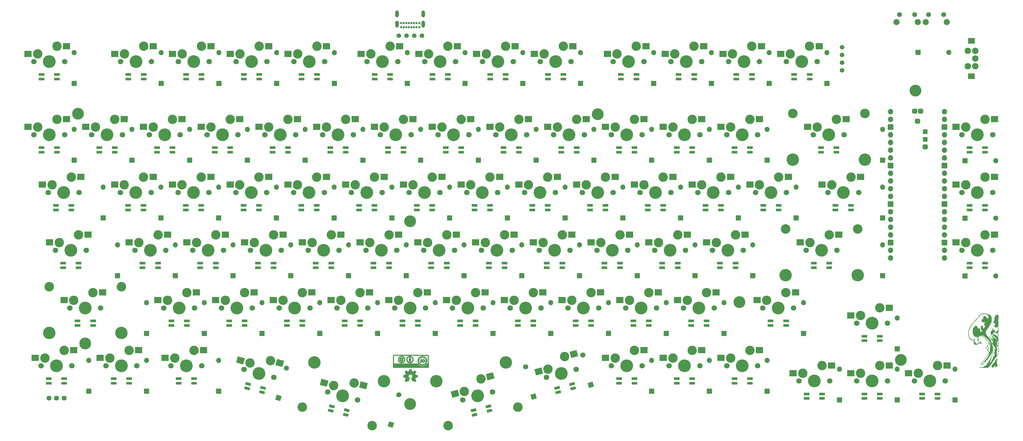
<source format=gbr>
%TF.GenerationSoftware,KiCad,Pcbnew,(6.0.7)*%
%TF.CreationDate,2022-12-11T22:06:55+01:00*%
%TF.ProjectId,middle,6d696464-6c65-42e6-9b69-6361645f7063,rev?*%
%TF.SameCoordinates,Original*%
%TF.FileFunction,Soldermask,Bot*%
%TF.FilePolarity,Negative*%
%FSLAX46Y46*%
G04 Gerber Fmt 4.6, Leading zero omitted, Abs format (unit mm)*
G04 Created by KiCad (PCBNEW (6.0.7)) date 2022-12-11 22:06:55*
%MOMM*%
%LPD*%
G01*
G04 APERTURE LIST*
G04 Aperture macros list*
%AMRoundRect*
0 Rectangle with rounded corners*
0 $1 Rounding radius*
0 $2 $3 $4 $5 $6 $7 $8 $9 X,Y pos of 4 corners*
0 Add a 4 corners polygon primitive as box body*
4,1,4,$2,$3,$4,$5,$6,$7,$8,$9,$2,$3,0*
0 Add four circle primitives for the rounded corners*
1,1,$1+$1,$2,$3*
1,1,$1+$1,$4,$5*
1,1,$1+$1,$6,$7*
1,1,$1+$1,$8,$9*
0 Add four rect primitives between the rounded corners*
20,1,$1+$1,$2,$3,$4,$5,0*
20,1,$1+$1,$4,$5,$6,$7,0*
20,1,$1+$1,$6,$7,$8,$9,0*
20,1,$1+$1,$8,$9,$2,$3,0*%
%AMHorizOval*
0 Thick line with rounded ends*
0 $1 width*
0 $2 $3 position (X,Y) of the first rounded end (center of the circle)*
0 $4 $5 position (X,Y) of the second rounded end (center of the circle)*
0 Add line between two ends*
20,1,$1,$2,$3,$4,$5,0*
0 Add two circle primitives to create the rounded ends*
1,1,$1,$2,$3*
1,1,$1,$4,$5*%
G04 Aperture macros list end*
%ADD10C,0.010000*%
%ADD11C,1.800000*%
%ADD12C,4.200000*%
%ADD13C,3.100000*%
%ADD14RoundRect,0.050000X1.150000X1.000000X-1.150000X1.000000X-1.150000X-1.000000X1.150000X-1.000000X0*%
%ADD15RoundRect,0.050000X-0.850000X-0.410000X0.850000X-0.410000X0.850000X0.410000X-0.850000X0.410000X0*%
%ADD16RoundRect,0.255000X-0.645000X-0.205000X0.645000X-0.205000X0.645000X0.205000X-0.645000X0.205000X0*%
%ADD17RoundRect,0.050000X0.800000X-0.800000X0.800000X0.800000X-0.800000X0.800000X-0.800000X-0.800000X0*%
%ADD18O,1.700000X1.700000*%
%ADD19C,1.624000*%
%ADD20C,2.100000*%
%ADD21RoundRect,0.050000X1.050000X0.900000X-1.050000X0.900000X-1.050000X-0.900000X1.050000X-0.900000X0*%
%ADD22RoundRect,0.050000X-0.800000X-0.800000X0.800000X-0.800000X0.800000X0.800000X-0.800000X0.800000X0*%
%ADD23C,2.000000*%
%ADD24RoundRect,0.050000X1.369634X0.668284X-0.851996X1.263568X-1.369634X-0.668284X0.851996X-1.263568X0*%
%ADD25RoundRect,0.050000X-0.927153X-0.176033X0.714921X-0.616026X0.927153X0.176033X-0.714921X0.616026X0*%
%ADD26RoundRect,0.255000X-0.676080X-0.031077X0.569964X-0.364953X0.676080X0.031077X-0.569964X0.364953X0*%
%ADD27RoundRect,0.050000X0.979796X-0.565685X0.565685X0.979796X-0.979796X0.565685X-0.565685X-0.979796X0*%
%ADD28HorizOval,1.700000X0.000000X0.000000X0.000000X0.000000X0*%
%ADD29C,3.900000*%
%ADD30C,3.150000*%
%ADD31C,4.100000*%
%ADD32RoundRect,0.050000X0.851996X1.263568X-1.369634X0.668284X-0.851996X-1.263568X1.369634X-0.668284X0*%
%ADD33RoundRect,0.050000X-0.714921X-0.616026X0.927153X-0.176033X0.714921X0.616026X-0.927153X0.176033X0*%
%ADD34RoundRect,0.255000X-0.569964X-0.364953X0.676080X-0.031077X0.569964X0.364953X-0.676080X0.031077X0*%
%ADD35RoundRect,0.050000X0.565685X-0.979796X0.979796X0.565685X-0.565685X0.979796X-0.979796X-0.565685X0*%
%ADD36HorizOval,1.700000X0.000000X0.000000X0.000000X0.000000X0*%
%ADD37C,1.497000*%
%ADD38C,0.750000*%
%ADD39O,1.208000X2.316000*%
%ADD40O,1.800000X1.800000*%
%ADD41RoundRect,0.050000X0.850000X0.850000X-0.850000X0.850000X-0.850000X-0.850000X0.850000X-0.850000X0*%
%ADD42RoundRect,0.050000X0.750000X-0.750000X0.750000X0.750000X-0.750000X0.750000X-0.750000X-0.750000X0*%
G04 APERTURE END LIST*
%TO.C,G\u002A\u002A\u002A*%
G36*
X177722888Y-173494129D02*
G01*
X177761390Y-173494138D01*
X177795799Y-173494157D01*
X177826353Y-173494189D01*
X177853289Y-173494237D01*
X177876843Y-173494305D01*
X177897251Y-173494396D01*
X177914752Y-173494513D01*
X177929582Y-173494659D01*
X177941977Y-173494838D01*
X177952175Y-173495053D01*
X177960412Y-173495307D01*
X177966925Y-173495604D01*
X177971951Y-173495947D01*
X177975728Y-173496339D01*
X177978490Y-173496783D01*
X177980476Y-173497283D01*
X177981923Y-173497842D01*
X177983067Y-173498463D01*
X177983998Y-173499050D01*
X177987800Y-173502083D01*
X177991018Y-173506124D01*
X177993863Y-173511768D01*
X177996545Y-173519607D01*
X177999274Y-173530234D01*
X178002263Y-173544243D01*
X178005720Y-173562227D01*
X178005806Y-173562689D01*
X178007397Y-173571221D01*
X178009762Y-173583910D01*
X178012834Y-173600400D01*
X178016548Y-173620333D01*
X178020836Y-173643355D01*
X178025633Y-173669108D01*
X178030872Y-173697236D01*
X178036486Y-173727383D01*
X178042410Y-173759192D01*
X178048577Y-173792306D01*
X178054921Y-173826370D01*
X178061374Y-173861027D01*
X178063088Y-173870222D01*
X178069357Y-173903730D01*
X178075429Y-173935981D01*
X178081245Y-173966676D01*
X178086748Y-173995518D01*
X178091879Y-174022207D01*
X178096581Y-174046445D01*
X178100794Y-174067933D01*
X178104461Y-174086373D01*
X178107524Y-174101465D01*
X178109924Y-174112911D01*
X178111604Y-174120413D01*
X178112506Y-174123672D01*
X178112983Y-174124618D01*
X178117653Y-174131541D01*
X178123421Y-174137754D01*
X178124623Y-174138523D01*
X178129978Y-174141207D01*
X178139067Y-174145378D01*
X178151527Y-174150887D01*
X178166997Y-174157585D01*
X178185114Y-174165325D01*
X178205517Y-174173957D01*
X178227843Y-174183334D01*
X178251730Y-174193305D01*
X178276816Y-174203724D01*
X178302740Y-174214441D01*
X178329138Y-174225307D01*
X178355648Y-174236174D01*
X178381910Y-174246893D01*
X178407560Y-174257317D01*
X178432236Y-174267295D01*
X178455577Y-174276681D01*
X178477220Y-174285324D01*
X178496803Y-174293077D01*
X178513965Y-174299790D01*
X178528342Y-174305316D01*
X178539573Y-174309505D01*
X178547297Y-174312210D01*
X178551149Y-174313280D01*
X178558330Y-174313314D01*
X178570777Y-174309834D01*
X178571093Y-174309676D01*
X178574933Y-174307340D01*
X178582296Y-174302575D01*
X178592946Y-174295540D01*
X178606648Y-174286395D01*
X178623165Y-174275300D01*
X178642262Y-174262414D01*
X178663704Y-174247896D01*
X178687255Y-174231906D01*
X178712679Y-174214603D01*
X178739741Y-174196147D01*
X178768205Y-174176697D01*
X178797836Y-174156413D01*
X178828398Y-174135455D01*
X178834780Y-174131074D01*
X178865113Y-174110281D01*
X178894436Y-174090218D01*
X178922517Y-174071043D01*
X178949121Y-174052913D01*
X178974017Y-174035985D01*
X178996973Y-174020417D01*
X179017754Y-174006366D01*
X179036128Y-173993991D01*
X179051863Y-173983447D01*
X179064726Y-173974893D01*
X179074484Y-173968487D01*
X179080903Y-173964384D01*
X179083753Y-173962744D01*
X179090290Y-173961263D01*
X179100683Y-173961522D01*
X179102060Y-173961916D01*
X179103944Y-173962829D01*
X179106389Y-173964404D01*
X179109563Y-173966804D01*
X179113636Y-173970192D01*
X179118775Y-173974731D01*
X179125150Y-173980584D01*
X179132930Y-173987915D01*
X179142282Y-173996885D01*
X179153377Y-174007659D01*
X179166382Y-174020399D01*
X179181466Y-174035268D01*
X179198799Y-174052429D01*
X179218549Y-174072046D01*
X179240884Y-174094281D01*
X179265973Y-174119298D01*
X179293986Y-174147259D01*
X179325090Y-174178327D01*
X179336133Y-174189359D01*
X179366614Y-174219803D01*
X179394045Y-174247208D01*
X179418580Y-174271745D01*
X179440377Y-174293590D01*
X179459589Y-174312915D01*
X179476372Y-174329894D01*
X179490882Y-174344701D01*
X179503274Y-174357510D01*
X179513702Y-174368494D01*
X179522323Y-174377828D01*
X179529292Y-174385684D01*
X179534764Y-174392236D01*
X179538894Y-174397659D01*
X179541838Y-174402125D01*
X179543751Y-174405809D01*
X179544788Y-174408885D01*
X179545105Y-174411525D01*
X179544857Y-174413904D01*
X179544199Y-174416195D01*
X179543287Y-174418572D01*
X179542275Y-174421209D01*
X179542274Y-174421212D01*
X179540564Y-174424256D01*
X179536394Y-174430863D01*
X179529924Y-174440796D01*
X179521316Y-174453815D01*
X179510729Y-174469683D01*
X179498324Y-174488161D01*
X179484263Y-174509011D01*
X179468706Y-174531996D01*
X179451812Y-174556876D01*
X179433744Y-174583414D01*
X179414661Y-174611371D01*
X179394725Y-174640509D01*
X179374096Y-174670590D01*
X179353565Y-174700507D01*
X179333559Y-174729688D01*
X179314375Y-174757697D01*
X179296176Y-174784295D01*
X179279125Y-174809243D01*
X179263387Y-174832300D01*
X179249123Y-174853229D01*
X179236497Y-174871788D01*
X179225672Y-174887740D01*
X179216812Y-174900844D01*
X179210079Y-174910861D01*
X179205637Y-174917551D01*
X179203649Y-174920676D01*
X179203171Y-174921526D01*
X179201515Y-174924503D01*
X179200138Y-174927355D01*
X179199131Y-174930339D01*
X179198583Y-174933713D01*
X179198584Y-174937734D01*
X179199226Y-174942659D01*
X179200597Y-174948746D01*
X179202789Y-174956250D01*
X179205892Y-174965431D01*
X179209995Y-174976544D01*
X179215190Y-174989847D01*
X179221566Y-175005597D01*
X179229213Y-175024051D01*
X179238222Y-175045467D01*
X179248683Y-175070102D01*
X179260686Y-175098213D01*
X179274322Y-175130056D01*
X179289680Y-175165890D01*
X179295814Y-175180189D01*
X179308329Y-175209284D01*
X179320353Y-175237133D01*
X179331754Y-175263435D01*
X179342401Y-175287890D01*
X179352161Y-175310199D01*
X179360902Y-175330060D01*
X179368492Y-175347173D01*
X179374800Y-175361239D01*
X179379693Y-175371957D01*
X179383040Y-175379027D01*
X179384709Y-175382149D01*
X179385669Y-175383446D01*
X179387225Y-175385522D01*
X179388846Y-175387426D01*
X179390767Y-175389211D01*
X179393224Y-175390933D01*
X179396452Y-175392643D01*
X179400687Y-175394397D01*
X179406165Y-175396248D01*
X179413120Y-175398249D01*
X179421789Y-175400455D01*
X179432406Y-175402920D01*
X179445208Y-175405696D01*
X179460430Y-175408838D01*
X179478307Y-175412400D01*
X179499075Y-175416435D01*
X179522970Y-175420998D01*
X179550226Y-175426141D01*
X179581079Y-175431919D01*
X179615766Y-175438386D01*
X179654520Y-175445595D01*
X179697579Y-175453600D01*
X179702068Y-175454436D01*
X179738050Y-175461148D01*
X179772814Y-175467666D01*
X179806082Y-175473938D01*
X179837577Y-175479908D01*
X179867023Y-175485525D01*
X179894142Y-175490733D01*
X179918658Y-175495480D01*
X179940294Y-175499711D01*
X179958773Y-175503374D01*
X179973818Y-175506415D01*
X179985151Y-175508779D01*
X179992497Y-175510414D01*
X179995578Y-175511266D01*
X179995907Y-175511442D01*
X180001888Y-175516097D01*
X180006894Y-175522180D01*
X180007234Y-175522756D01*
X180007845Y-175523992D01*
X180008393Y-175525580D01*
X180008882Y-175527755D01*
X180009315Y-175530756D01*
X180009695Y-175534819D01*
X180010026Y-175540182D01*
X180010311Y-175547081D01*
X180010554Y-175555754D01*
X180010758Y-175566438D01*
X180010927Y-175579369D01*
X180011064Y-175594785D01*
X180011171Y-175612922D01*
X180011254Y-175634018D01*
X180011315Y-175658311D01*
X180011357Y-175686036D01*
X180011384Y-175717431D01*
X180011400Y-175752733D01*
X180011407Y-175792179D01*
X180011410Y-175836007D01*
X180011418Y-176142441D01*
X180002707Y-176151599D01*
X179999176Y-176154995D01*
X179993102Y-176159691D01*
X179988275Y-176162106D01*
X179985892Y-176162581D01*
X179979162Y-176163866D01*
X179968420Y-176165895D01*
X179953947Y-176168615D01*
X179936025Y-176171974D01*
X179914934Y-176175918D01*
X179890956Y-176180397D01*
X179864370Y-176185357D01*
X179835460Y-176190745D01*
X179804504Y-176196510D01*
X179771785Y-176202599D01*
X179737584Y-176208958D01*
X179702181Y-176215537D01*
X179670966Y-176221348D01*
X179636593Y-176227776D01*
X179603667Y-176233964D01*
X179572468Y-176239859D01*
X179543278Y-176245405D01*
X179516378Y-176250549D01*
X179492050Y-176255236D01*
X179470576Y-176259412D01*
X179452236Y-176263023D01*
X179437313Y-176266015D01*
X179426087Y-176268333D01*
X179418840Y-176269922D01*
X179415853Y-176270730D01*
X179408286Y-176276149D01*
X179400328Y-176284584D01*
X179394193Y-176293971D01*
X179393394Y-176295786D01*
X179390897Y-176301784D01*
X179386893Y-176311562D01*
X179381501Y-176324824D01*
X179374841Y-176341274D01*
X179367032Y-176360616D01*
X179358193Y-176382554D01*
X179348443Y-176406794D01*
X179337901Y-176433038D01*
X179326688Y-176460992D01*
X179314921Y-176490359D01*
X179302721Y-176520844D01*
X179299565Y-176528732D01*
X179285268Y-176564484D01*
X179272581Y-176596253D01*
X179261416Y-176624295D01*
X179251689Y-176648863D01*
X179243312Y-176670212D01*
X179236199Y-176688596D01*
X179230266Y-176704269D01*
X179225424Y-176717486D01*
X179221589Y-176728501D01*
X179218674Y-176737569D01*
X179216593Y-176744942D01*
X179215259Y-176750876D01*
X179214587Y-176755626D01*
X179214491Y-176759444D01*
X179214883Y-176762586D01*
X179215679Y-176765306D01*
X179216792Y-176767858D01*
X179218136Y-176770496D01*
X179219301Y-176772357D01*
X179222986Y-176777923D01*
X179228995Y-176786864D01*
X179237163Y-176798941D01*
X179247327Y-176813916D01*
X179259326Y-176831548D01*
X179272994Y-176851599D01*
X179288171Y-176873829D01*
X179304691Y-176898000D01*
X179322393Y-176923871D01*
X179341113Y-176951204D01*
X179360689Y-176979759D01*
X179380956Y-177009298D01*
X179397237Y-177033032D01*
X179416940Y-177061795D01*
X179435807Y-177089382D01*
X179453677Y-177115555D01*
X179470387Y-177140075D01*
X179485776Y-177162702D01*
X179499680Y-177183199D01*
X179511939Y-177201325D01*
X179522390Y-177216842D01*
X179530870Y-177229511D01*
X179537219Y-177239092D01*
X179541273Y-177245348D01*
X179542871Y-177248038D01*
X179543354Y-177249624D01*
X179544220Y-177256831D01*
X179543827Y-177264854D01*
X179543790Y-177265109D01*
X179543481Y-177266689D01*
X179542923Y-177268389D01*
X179541947Y-177270383D01*
X179540387Y-177272847D01*
X179538075Y-177275955D01*
X179534843Y-177279882D01*
X179530524Y-177284803D01*
X179524951Y-177290893D01*
X179517956Y-177298327D01*
X179509371Y-177307280D01*
X179499029Y-177317925D01*
X179486763Y-177330439D01*
X179472405Y-177344997D01*
X179455788Y-177361772D01*
X179436745Y-177380940D01*
X179415107Y-177402675D01*
X179390707Y-177427154D01*
X179363379Y-177454549D01*
X179332954Y-177485037D01*
X179330123Y-177487873D01*
X179304168Y-177513857D01*
X179279025Y-177538993D01*
X179254897Y-177563079D01*
X179231989Y-177585912D01*
X179210505Y-177607291D01*
X179190648Y-177627014D01*
X179172622Y-177644879D01*
X179156631Y-177660682D01*
X179142879Y-177674224D01*
X179131569Y-177685301D01*
X179122907Y-177693711D01*
X179117094Y-177699252D01*
X179114337Y-177701723D01*
X179111612Y-177703693D01*
X179106074Y-177706795D01*
X179100373Y-177707938D01*
X179092314Y-177707719D01*
X179090691Y-177707587D01*
X179088716Y-177707310D01*
X179086538Y-177706775D01*
X179083944Y-177705842D01*
X179080722Y-177704374D01*
X179076661Y-177702231D01*
X179071548Y-177699275D01*
X179065171Y-177695368D01*
X179057319Y-177690371D01*
X179047780Y-177684146D01*
X179036340Y-177676553D01*
X179022790Y-177667454D01*
X179006916Y-177656712D01*
X178988507Y-177644186D01*
X178967351Y-177629739D01*
X178943235Y-177613232D01*
X178915949Y-177594527D01*
X178885279Y-177573484D01*
X178851014Y-177549966D01*
X178830857Y-177536135D01*
X178802163Y-177516465D01*
X178774596Y-177497591D01*
X178748400Y-177479677D01*
X178723820Y-177462889D01*
X178701097Y-177447394D01*
X178680476Y-177433357D01*
X178662199Y-177420943D01*
X178646511Y-177410317D01*
X178633654Y-177401647D01*
X178623873Y-177395096D01*
X178617409Y-177390832D01*
X178614507Y-177389018D01*
X178614059Y-177388795D01*
X178605899Y-177386056D01*
X178597475Y-177384927D01*
X178596243Y-177384942D01*
X178593054Y-177385194D01*
X178589551Y-177385932D01*
X178585271Y-177387376D01*
X178579749Y-177389750D01*
X178572521Y-177393276D01*
X178563123Y-177398176D01*
X178551092Y-177404672D01*
X178535962Y-177412986D01*
X178517271Y-177423341D01*
X178513955Y-177425176D01*
X178497120Y-177434357D01*
X178477900Y-177444665D01*
X178457723Y-177455343D01*
X178438018Y-177465634D01*
X178420214Y-177474780D01*
X178368349Y-177501134D01*
X178358138Y-177497871D01*
X178349990Y-177494094D01*
X178343931Y-177487681D01*
X178343150Y-177485984D01*
X178340624Y-177480132D01*
X178336473Y-177470348D01*
X178330774Y-177456820D01*
X178323607Y-177439739D01*
X178315052Y-177419294D01*
X178305187Y-177395677D01*
X178294091Y-177369077D01*
X178281844Y-177339684D01*
X178268524Y-177307689D01*
X178254212Y-177273280D01*
X178238985Y-177236649D01*
X178222924Y-177197986D01*
X178206108Y-177157480D01*
X178188614Y-177115323D01*
X178170524Y-177071702D01*
X178151915Y-177026810D01*
X178132868Y-176980836D01*
X178112526Y-176931711D01*
X178089996Y-176877265D01*
X178069157Y-176826858D01*
X178049960Y-176780370D01*
X178032355Y-176737681D01*
X178016293Y-176698669D01*
X178001726Y-176663214D01*
X177988605Y-176631197D01*
X177976880Y-176602495D01*
X177966503Y-176576990D01*
X177957424Y-176554561D01*
X177949596Y-176535087D01*
X177942967Y-176518448D01*
X177937491Y-176504523D01*
X177933117Y-176493192D01*
X177929797Y-176484335D01*
X177927482Y-176477830D01*
X177926122Y-176473558D01*
X177925670Y-176471399D01*
X177925683Y-176469126D01*
X177926518Y-176462292D01*
X177928960Y-176456188D01*
X177933513Y-176450256D01*
X177940680Y-176443933D01*
X177950968Y-176436662D01*
X177964879Y-176427881D01*
X177968254Y-176425800D01*
X177980417Y-176418069D01*
X177992198Y-176410263D01*
X178002399Y-176403188D01*
X178009819Y-176397652D01*
X178018771Y-176390739D01*
X178029652Y-176382730D01*
X178039455Y-176375872D01*
X178044398Y-176372496D01*
X178074098Y-176350215D01*
X178104088Y-176324520D01*
X178133505Y-176296280D01*
X178161481Y-176266364D01*
X178187152Y-176235642D01*
X178209652Y-176204981D01*
X178223608Y-176183621D01*
X178250611Y-176136385D01*
X178273293Y-176087645D01*
X178291690Y-176037289D01*
X178305841Y-175985206D01*
X178315783Y-175931286D01*
X178321554Y-175875417D01*
X178322838Y-175837137D01*
X178320715Y-175784389D01*
X178314185Y-175732028D01*
X178303368Y-175680357D01*
X178288386Y-175629680D01*
X178269358Y-175580300D01*
X178246406Y-175532521D01*
X178219651Y-175486647D01*
X178189214Y-175442981D01*
X178155215Y-175401827D01*
X178117776Y-175363490D01*
X178111994Y-175358111D01*
X178070369Y-175322911D01*
X178026434Y-175291591D01*
X177980444Y-175264207D01*
X177932655Y-175240816D01*
X177883322Y-175221473D01*
X177832700Y-175206236D01*
X177781044Y-175195160D01*
X177728609Y-175188302D01*
X177675651Y-175185717D01*
X177622425Y-175187463D01*
X177569186Y-175193595D01*
X177516189Y-175204170D01*
X177463689Y-175219244D01*
X177451995Y-175223250D01*
X177401579Y-175243395D01*
X177353429Y-175267495D01*
X177307294Y-175295687D01*
X177262924Y-175328105D01*
X177255677Y-175334030D01*
X177239760Y-175347963D01*
X177222598Y-175363988D01*
X177205174Y-175381127D01*
X177188471Y-175398401D01*
X177173473Y-175414829D01*
X177161161Y-175429435D01*
X177130677Y-175470884D01*
X177102071Y-175516997D01*
X177077563Y-175564788D01*
X177057179Y-175614003D01*
X177040945Y-175664393D01*
X177028889Y-175715705D01*
X177021038Y-175767690D01*
X177017419Y-175820095D01*
X177018058Y-175872669D01*
X177022983Y-175925162D01*
X177032220Y-175977322D01*
X177045797Y-176028899D01*
X177063740Y-176079640D01*
X177086077Y-176129295D01*
X177105014Y-176164705D01*
X177126951Y-176200159D01*
X177151111Y-176233623D01*
X177178247Y-176266133D01*
X177209111Y-176298725D01*
X177210551Y-176300162D01*
X177241493Y-176329441D01*
X177271386Y-176354589D01*
X177300546Y-176375872D01*
X177309635Y-176382217D01*
X177320520Y-176390205D01*
X177330181Y-176397652D01*
X177331946Y-176399029D01*
X177340283Y-176405087D01*
X177351057Y-176412452D01*
X177363070Y-176420319D01*
X177375121Y-176427881D01*
X177379702Y-176430705D01*
X177392474Y-176438975D01*
X177401773Y-176445903D01*
X177408104Y-176452050D01*
X177411971Y-176457974D01*
X177413878Y-176464238D01*
X177414330Y-176471399D01*
X177414012Y-176473063D01*
X177412803Y-176476983D01*
X177410645Y-176483119D01*
X177407490Y-176491592D01*
X177403288Y-176502521D01*
X177397990Y-176516027D01*
X177391547Y-176532230D01*
X177383911Y-176551251D01*
X177375032Y-176573209D01*
X177364862Y-176598226D01*
X177353352Y-176626420D01*
X177340452Y-176657914D01*
X177326115Y-176692826D01*
X177310290Y-176731278D01*
X177292929Y-176773389D01*
X177273983Y-176819280D01*
X177253404Y-176869072D01*
X177231141Y-176922883D01*
X177207147Y-176980836D01*
X177192687Y-177015743D01*
X177173965Y-177060916D01*
X177155743Y-177104863D01*
X177138098Y-177147393D01*
X177121111Y-177188318D01*
X177104860Y-177227446D01*
X177089424Y-177264588D01*
X177074883Y-177299553D01*
X177061315Y-177332152D01*
X177048800Y-177362194D01*
X177037418Y-177389489D01*
X177027246Y-177413848D01*
X177018365Y-177435080D01*
X177010853Y-177452994D01*
X177004790Y-177467402D01*
X177000255Y-177478112D01*
X176997327Y-177484936D01*
X176996085Y-177487681D01*
X176991117Y-177493299D01*
X176981863Y-177497871D01*
X176971652Y-177501134D01*
X176919787Y-177474780D01*
X176916016Y-177472859D01*
X176897659Y-177463389D01*
X176877723Y-177452945D01*
X176857637Y-177442284D01*
X176838829Y-177432164D01*
X176822729Y-177423341D01*
X176815147Y-177419135D01*
X176797870Y-177409585D01*
X176783977Y-177401991D01*
X176773006Y-177396130D01*
X176764491Y-177391781D01*
X176757969Y-177388721D01*
X176752975Y-177386727D01*
X176749046Y-177385579D01*
X176745717Y-177385053D01*
X176742526Y-177384927D01*
X176742021Y-177384933D01*
X176733486Y-177386203D01*
X176725493Y-177389017D01*
X176723908Y-177389983D01*
X176718546Y-177393488D01*
X176709789Y-177399332D01*
X176697880Y-177407347D01*
X176683062Y-177417370D01*
X176665579Y-177429234D01*
X176645674Y-177442774D01*
X176623590Y-177457824D01*
X176599572Y-177474218D01*
X176573861Y-177491790D01*
X176546703Y-177510376D01*
X176518339Y-177529810D01*
X176489014Y-177549925D01*
X176478407Y-177557204D01*
X176445194Y-177579993D01*
X176415513Y-177600346D01*
X176389152Y-177618401D01*
X176365899Y-177634296D01*
X176345543Y-177648171D01*
X176327874Y-177660164D01*
X176312679Y-177670414D01*
X176299748Y-177679059D01*
X176288868Y-177686238D01*
X176279830Y-177692089D01*
X176272421Y-177696752D01*
X176266430Y-177700364D01*
X176261645Y-177703064D01*
X176257857Y-177704992D01*
X176254852Y-177706285D01*
X176252421Y-177707083D01*
X176250351Y-177707523D01*
X176248431Y-177707745D01*
X176242373Y-177708012D01*
X176235135Y-177707029D01*
X176228689Y-177703967D01*
X176228448Y-177703794D01*
X176225296Y-177700990D01*
X176219125Y-177695149D01*
X176210136Y-177686471D01*
X176198528Y-177675152D01*
X176184503Y-177661393D01*
X176168261Y-177645389D01*
X176150003Y-177627341D01*
X176129930Y-177607447D01*
X176108241Y-177585904D01*
X176085139Y-177562911D01*
X176060824Y-177538666D01*
X176035496Y-177513369D01*
X176009356Y-177487216D01*
X176000814Y-177478662D01*
X175971058Y-177448862D01*
X175944356Y-177422107D01*
X175920540Y-177398224D01*
X175899445Y-177377039D01*
X175880904Y-177358379D01*
X175864750Y-177342068D01*
X175850816Y-177327935D01*
X175838937Y-177315804D01*
X175828945Y-177305502D01*
X175820673Y-177296856D01*
X175813956Y-177289691D01*
X175808626Y-177283834D01*
X175804517Y-177279111D01*
X175801463Y-177275348D01*
X175799296Y-177272372D01*
X175797850Y-177270008D01*
X175796959Y-177268083D01*
X175796455Y-177266423D01*
X175796173Y-177264854D01*
X175795933Y-177262772D01*
X175795910Y-177254537D01*
X175797166Y-177247942D01*
X175797916Y-177246669D01*
X175801084Y-177241786D01*
X175806537Y-177233576D01*
X175814081Y-177222322D01*
X175823520Y-177208311D01*
X175834660Y-177191829D01*
X175847306Y-177173161D01*
X175861263Y-177152593D01*
X175876336Y-177130409D01*
X175892330Y-177106897D01*
X175909051Y-177082340D01*
X175926304Y-177057026D01*
X175943894Y-177031238D01*
X175961626Y-177005264D01*
X175979305Y-176979389D01*
X175996736Y-176953897D01*
X176013726Y-176929076D01*
X176030078Y-176905209D01*
X176045599Y-176882584D01*
X176060092Y-176861484D01*
X176073364Y-176842197D01*
X176085220Y-176825008D01*
X176095464Y-176810201D01*
X176103903Y-176798063D01*
X176110340Y-176788880D01*
X176111833Y-176786747D01*
X176118455Y-176776521D01*
X176122553Y-176768217D01*
X176124637Y-176760579D01*
X176125218Y-176752356D01*
X176125131Y-176750810D01*
X176124639Y-176747809D01*
X176123632Y-176743728D01*
X176122016Y-176738319D01*
X176119696Y-176731338D01*
X176116581Y-176722538D01*
X176112576Y-176711672D01*
X176107587Y-176698494D01*
X176101522Y-176682759D01*
X176094286Y-176664219D01*
X176085787Y-176642630D01*
X176075930Y-176617744D01*
X176064622Y-176589315D01*
X176051770Y-176557097D01*
X176037280Y-176520844D01*
X176028424Y-176498712D01*
X176016525Y-176469006D01*
X176005146Y-176440630D01*
X175994406Y-176413882D01*
X175984425Y-176389057D01*
X175975321Y-176366451D01*
X175967214Y-176346360D01*
X175960224Y-176329078D01*
X175954468Y-176314903D01*
X175950068Y-176304129D01*
X175947141Y-176297053D01*
X175945807Y-176293971D01*
X175940188Y-176285240D01*
X175932304Y-176276678D01*
X175924147Y-176270730D01*
X175921750Y-176270062D01*
X175915000Y-176268563D01*
X175904238Y-176266330D01*
X175889744Y-176263416D01*
X175871800Y-176259877D01*
X175850687Y-176255766D01*
X175826688Y-176251137D01*
X175800082Y-176246046D01*
X175771153Y-176240545D01*
X175740180Y-176234689D01*
X175707446Y-176228533D01*
X175673232Y-176222131D01*
X175637820Y-176215537D01*
X175606517Y-176209720D01*
X175572160Y-176203332D01*
X175539252Y-176197209D01*
X175508075Y-176191404D01*
X175478909Y-176185968D01*
X175452037Y-176180955D01*
X175427738Y-176176418D01*
X175406293Y-176172407D01*
X175387984Y-176168977D01*
X175373092Y-176166179D01*
X175361898Y-176164067D01*
X175354682Y-176162692D01*
X175351726Y-176162106D01*
X175349072Y-176161000D01*
X175343289Y-176157064D01*
X175337294Y-176151599D01*
X175328582Y-176142441D01*
X175328591Y-175836007D01*
X175328592Y-175812896D01*
X175328596Y-175771352D01*
X175328607Y-175734068D01*
X175328629Y-175700805D01*
X175328663Y-175671328D01*
X175328714Y-175645399D01*
X175328786Y-175622780D01*
X175328881Y-175603236D01*
X175329003Y-175586528D01*
X175329156Y-175572420D01*
X175329342Y-175560675D01*
X175329566Y-175551056D01*
X175329830Y-175543325D01*
X175330139Y-175537246D01*
X175330495Y-175532581D01*
X175330902Y-175529094D01*
X175331363Y-175526548D01*
X175331882Y-175524704D01*
X175332462Y-175523327D01*
X175333107Y-175522180D01*
X175333327Y-175521827D01*
X175338474Y-175515751D01*
X175344445Y-175511255D01*
X175344585Y-175511194D01*
X175348207Y-175510242D01*
X175356060Y-175508513D01*
X175367866Y-175506061D01*
X175383350Y-175502939D01*
X175402234Y-175499202D01*
X175424241Y-175494903D01*
X175449093Y-175490096D01*
X175476515Y-175484833D01*
X175506230Y-175479169D01*
X175537959Y-175473158D01*
X175571427Y-175466852D01*
X175606356Y-175460306D01*
X175642469Y-175453573D01*
X175667621Y-175448897D01*
X175708188Y-175441353D01*
X175744586Y-175434575D01*
X175777051Y-175428508D01*
X175805817Y-175423099D01*
X175831120Y-175418295D01*
X175853197Y-175414040D01*
X175872282Y-175410282D01*
X175888610Y-175406967D01*
X175902418Y-175404041D01*
X175913940Y-175401450D01*
X175923413Y-175399141D01*
X175931072Y-175397059D01*
X175937152Y-175395151D01*
X175941889Y-175393363D01*
X175945518Y-175391642D01*
X175948275Y-175389933D01*
X175950396Y-175388183D01*
X175952115Y-175386338D01*
X175953668Y-175384345D01*
X175955292Y-175382149D01*
X175955874Y-175381164D01*
X175958363Y-175376113D01*
X175962468Y-175367257D01*
X175968056Y-175354897D01*
X175974995Y-175339333D01*
X175983153Y-175320865D01*
X175992398Y-175299794D01*
X176002600Y-175276419D01*
X176013624Y-175251041D01*
X176025340Y-175223960D01*
X176037616Y-175195476D01*
X176050320Y-175165890D01*
X176054606Y-175155891D01*
X176069494Y-175121151D01*
X176082684Y-175090331D01*
X176094266Y-175063176D01*
X176104329Y-175039428D01*
X176112965Y-175018830D01*
X176120263Y-175001125D01*
X176126314Y-174986055D01*
X176131207Y-174973363D01*
X176135034Y-174962793D01*
X176137884Y-174954086D01*
X176139847Y-174946987D01*
X176141015Y-174941237D01*
X176141476Y-174936579D01*
X176141321Y-174932757D01*
X176140641Y-174929513D01*
X176139525Y-174926589D01*
X176138064Y-174923730D01*
X176136349Y-174920676D01*
X176134381Y-174917583D01*
X176129954Y-174910914D01*
X176123234Y-174900918D01*
X176114387Y-174887833D01*
X176103574Y-174871899D01*
X176090958Y-174853356D01*
X176076704Y-174832442D01*
X176060974Y-174809397D01*
X176043931Y-174784461D01*
X176025738Y-174757873D01*
X176006559Y-174729872D01*
X175986557Y-174700698D01*
X175965895Y-174670590D01*
X175965833Y-174670500D01*
X175945205Y-174640422D01*
X175925271Y-174611287D01*
X175906191Y-174583333D01*
X175888125Y-174556800D01*
X175871236Y-174531926D01*
X175855683Y-174508947D01*
X175841626Y-174488103D01*
X175829227Y-174469633D01*
X175818647Y-174453773D01*
X175810045Y-174440762D01*
X175803582Y-174430839D01*
X175799420Y-174424242D01*
X175797718Y-174421209D01*
X175797375Y-174420277D01*
X175796382Y-174417746D01*
X175795540Y-174415417D01*
X175795004Y-174413115D01*
X175794931Y-174410666D01*
X175795476Y-174407898D01*
X175796793Y-174404635D01*
X175799038Y-174400706D01*
X175802367Y-174395934D01*
X175806935Y-174390148D01*
X175812896Y-174383174D01*
X175820407Y-174374837D01*
X175829623Y-174364964D01*
X175840699Y-174353381D01*
X175853791Y-174339915D01*
X175869053Y-174324392D01*
X175886641Y-174306638D01*
X175906711Y-174286480D01*
X175929417Y-174263743D01*
X175954916Y-174238255D01*
X175983362Y-174209840D01*
X176014910Y-174178327D01*
X176043503Y-174149766D01*
X176071771Y-174121549D01*
X176097102Y-174096289D01*
X176119663Y-174073825D01*
X176139625Y-174053993D01*
X176157156Y-174036630D01*
X176172424Y-174021573D01*
X176185599Y-174008659D01*
X176196849Y-173997725D01*
X176206342Y-173988608D01*
X176214248Y-173981146D01*
X176220736Y-173975174D01*
X176225973Y-173970530D01*
X176230130Y-173967050D01*
X176233373Y-173964573D01*
X176235874Y-173962935D01*
X176237799Y-173961972D01*
X176239318Y-173961522D01*
X176246360Y-173961021D01*
X176256248Y-173962744D01*
X176256533Y-173962874D01*
X176260140Y-173965037D01*
X176267270Y-173969629D01*
X176277690Y-173976493D01*
X176291166Y-173985471D01*
X176307466Y-173996407D01*
X176326358Y-174009142D01*
X176347608Y-174023520D01*
X176370984Y-174039382D01*
X176396253Y-174056572D01*
X176423182Y-174074931D01*
X176451539Y-174094303D01*
X176481090Y-174114530D01*
X176511603Y-174135455D01*
X176517567Y-174139547D01*
X176547967Y-174160388D01*
X176577391Y-174180524D01*
X176605603Y-174199794D01*
X176632367Y-174218039D01*
X176657447Y-174235101D01*
X176680609Y-174250819D01*
X176701616Y-174265035D01*
X176720234Y-174277588D01*
X176736225Y-174288318D01*
X176749356Y-174297068D01*
X176759389Y-174303677D01*
X176766091Y-174307986D01*
X176769224Y-174309834D01*
X176776732Y-174312447D01*
X176788851Y-174313280D01*
X176790394Y-174312924D01*
X176796347Y-174310967D01*
X176805979Y-174307455D01*
X176818926Y-174302538D01*
X176834828Y-174296362D01*
X176853320Y-174289079D01*
X176874043Y-174280834D01*
X176896633Y-174271778D01*
X176920728Y-174262060D01*
X176945967Y-174251826D01*
X176971987Y-174241227D01*
X176998426Y-174230411D01*
X177024922Y-174219525D01*
X177051113Y-174208720D01*
X177076636Y-174198143D01*
X177101131Y-174187944D01*
X177124234Y-174178270D01*
X177145583Y-174169270D01*
X177164817Y-174161093D01*
X177181573Y-174153888D01*
X177195490Y-174147803D01*
X177206204Y-174142986D01*
X177213355Y-174139587D01*
X177216579Y-174137754D01*
X177217449Y-174136960D01*
X177223203Y-174130434D01*
X177227507Y-174123647D01*
X177227673Y-174123183D01*
X177228770Y-174118741D01*
X177230637Y-174110111D01*
X177233220Y-174097566D01*
X177236467Y-174081382D01*
X177240323Y-174061832D01*
X177244737Y-174039191D01*
X177249655Y-174013734D01*
X177255024Y-173985734D01*
X177260792Y-173955465D01*
X177266904Y-173923203D01*
X177273308Y-173889221D01*
X177279951Y-173853794D01*
X177286779Y-173817196D01*
X177288756Y-173806584D01*
X177295537Y-173770291D01*
X177302119Y-173735247D01*
X177308446Y-173701725D01*
X177314468Y-173670001D01*
X177320129Y-173640349D01*
X177325378Y-173613043D01*
X177330160Y-173588357D01*
X177334424Y-173566567D01*
X177338116Y-173547945D01*
X177341182Y-173532768D01*
X177343570Y-173521309D01*
X177345227Y-173513843D01*
X177346099Y-173510644D01*
X177346262Y-173510310D01*
X177350969Y-173503661D01*
X177356934Y-173498463D01*
X177357172Y-173498320D01*
X177358362Y-173497713D01*
X177359908Y-173497168D01*
X177362045Y-173496680D01*
X177365011Y-173496248D01*
X177369042Y-173495867D01*
X177374376Y-173495535D01*
X177381249Y-173495248D01*
X177389899Y-173495002D01*
X177400561Y-173494796D01*
X177413473Y-173494624D01*
X177428872Y-173494484D01*
X177446994Y-173494374D01*
X177468076Y-173494288D01*
X177492356Y-173494225D01*
X177520069Y-173494181D01*
X177551454Y-173494152D01*
X177586746Y-173494135D01*
X177626182Y-173494128D01*
X177670000Y-173494126D01*
X177680057Y-173494126D01*
X177722888Y-173494129D01*
G37*
D10*
X177722888Y-173494129D02*
X177761390Y-173494138D01*
X177795799Y-173494157D01*
X177826353Y-173494189D01*
X177853289Y-173494237D01*
X177876843Y-173494305D01*
X177897251Y-173494396D01*
X177914752Y-173494513D01*
X177929582Y-173494659D01*
X177941977Y-173494838D01*
X177952175Y-173495053D01*
X177960412Y-173495307D01*
X177966925Y-173495604D01*
X177971951Y-173495947D01*
X177975728Y-173496339D01*
X177978490Y-173496783D01*
X177980476Y-173497283D01*
X177981923Y-173497842D01*
X177983067Y-173498463D01*
X177983998Y-173499050D01*
X177987800Y-173502083D01*
X177991018Y-173506124D01*
X177993863Y-173511768D01*
X177996545Y-173519607D01*
X177999274Y-173530234D01*
X178002263Y-173544243D01*
X178005720Y-173562227D01*
X178005806Y-173562689D01*
X178007397Y-173571221D01*
X178009762Y-173583910D01*
X178012834Y-173600400D01*
X178016548Y-173620333D01*
X178020836Y-173643355D01*
X178025633Y-173669108D01*
X178030872Y-173697236D01*
X178036486Y-173727383D01*
X178042410Y-173759192D01*
X178048577Y-173792306D01*
X178054921Y-173826370D01*
X178061374Y-173861027D01*
X178063088Y-173870222D01*
X178069357Y-173903730D01*
X178075429Y-173935981D01*
X178081245Y-173966676D01*
X178086748Y-173995518D01*
X178091879Y-174022207D01*
X178096581Y-174046445D01*
X178100794Y-174067933D01*
X178104461Y-174086373D01*
X178107524Y-174101465D01*
X178109924Y-174112911D01*
X178111604Y-174120413D01*
X178112506Y-174123672D01*
X178112983Y-174124618D01*
X178117653Y-174131541D01*
X178123421Y-174137754D01*
X178124623Y-174138523D01*
X178129978Y-174141207D01*
X178139067Y-174145378D01*
X178151527Y-174150887D01*
X178166997Y-174157585D01*
X178185114Y-174165325D01*
X178205517Y-174173957D01*
X178227843Y-174183334D01*
X178251730Y-174193305D01*
X178276816Y-174203724D01*
X178302740Y-174214441D01*
X178329138Y-174225307D01*
X178355648Y-174236174D01*
X178381910Y-174246893D01*
X178407560Y-174257317D01*
X178432236Y-174267295D01*
X178455577Y-174276681D01*
X178477220Y-174285324D01*
X178496803Y-174293077D01*
X178513965Y-174299790D01*
X178528342Y-174305316D01*
X178539573Y-174309505D01*
X178547297Y-174312210D01*
X178551149Y-174313280D01*
X178558330Y-174313314D01*
X178570777Y-174309834D01*
X178571093Y-174309676D01*
X178574933Y-174307340D01*
X178582296Y-174302575D01*
X178592946Y-174295540D01*
X178606648Y-174286395D01*
X178623165Y-174275300D01*
X178642262Y-174262414D01*
X178663704Y-174247896D01*
X178687255Y-174231906D01*
X178712679Y-174214603D01*
X178739741Y-174196147D01*
X178768205Y-174176697D01*
X178797836Y-174156413D01*
X178828398Y-174135455D01*
X178834780Y-174131074D01*
X178865113Y-174110281D01*
X178894436Y-174090218D01*
X178922517Y-174071043D01*
X178949121Y-174052913D01*
X178974017Y-174035985D01*
X178996973Y-174020417D01*
X179017754Y-174006366D01*
X179036128Y-173993991D01*
X179051863Y-173983447D01*
X179064726Y-173974893D01*
X179074484Y-173968487D01*
X179080903Y-173964384D01*
X179083753Y-173962744D01*
X179090290Y-173961263D01*
X179100683Y-173961522D01*
X179102060Y-173961916D01*
X179103944Y-173962829D01*
X179106389Y-173964404D01*
X179109563Y-173966804D01*
X179113636Y-173970192D01*
X179118775Y-173974731D01*
X179125150Y-173980584D01*
X179132930Y-173987915D01*
X179142282Y-173996885D01*
X179153377Y-174007659D01*
X179166382Y-174020399D01*
X179181466Y-174035268D01*
X179198799Y-174052429D01*
X179218549Y-174072046D01*
X179240884Y-174094281D01*
X179265973Y-174119298D01*
X179293986Y-174147259D01*
X179325090Y-174178327D01*
X179336133Y-174189359D01*
X179366614Y-174219803D01*
X179394045Y-174247208D01*
X179418580Y-174271745D01*
X179440377Y-174293590D01*
X179459589Y-174312915D01*
X179476372Y-174329894D01*
X179490882Y-174344701D01*
X179503274Y-174357510D01*
X179513702Y-174368494D01*
X179522323Y-174377828D01*
X179529292Y-174385684D01*
X179534764Y-174392236D01*
X179538894Y-174397659D01*
X179541838Y-174402125D01*
X179543751Y-174405809D01*
X179544788Y-174408885D01*
X179545105Y-174411525D01*
X179544857Y-174413904D01*
X179544199Y-174416195D01*
X179543287Y-174418572D01*
X179542275Y-174421209D01*
X179542274Y-174421212D01*
X179540564Y-174424256D01*
X179536394Y-174430863D01*
X179529924Y-174440796D01*
X179521316Y-174453815D01*
X179510729Y-174469683D01*
X179498324Y-174488161D01*
X179484263Y-174509011D01*
X179468706Y-174531996D01*
X179451812Y-174556876D01*
X179433744Y-174583414D01*
X179414661Y-174611371D01*
X179394725Y-174640509D01*
X179374096Y-174670590D01*
X179353565Y-174700507D01*
X179333559Y-174729688D01*
X179314375Y-174757697D01*
X179296176Y-174784295D01*
X179279125Y-174809243D01*
X179263387Y-174832300D01*
X179249123Y-174853229D01*
X179236497Y-174871788D01*
X179225672Y-174887740D01*
X179216812Y-174900844D01*
X179210079Y-174910861D01*
X179205637Y-174917551D01*
X179203649Y-174920676D01*
X179203171Y-174921526D01*
X179201515Y-174924503D01*
X179200138Y-174927355D01*
X179199131Y-174930339D01*
X179198583Y-174933713D01*
X179198584Y-174937734D01*
X179199226Y-174942659D01*
X179200597Y-174948746D01*
X179202789Y-174956250D01*
X179205892Y-174965431D01*
X179209995Y-174976544D01*
X179215190Y-174989847D01*
X179221566Y-175005597D01*
X179229213Y-175024051D01*
X179238222Y-175045467D01*
X179248683Y-175070102D01*
X179260686Y-175098213D01*
X179274322Y-175130056D01*
X179289680Y-175165890D01*
X179295814Y-175180189D01*
X179308329Y-175209284D01*
X179320353Y-175237133D01*
X179331754Y-175263435D01*
X179342401Y-175287890D01*
X179352161Y-175310199D01*
X179360902Y-175330060D01*
X179368492Y-175347173D01*
X179374800Y-175361239D01*
X179379693Y-175371957D01*
X179383040Y-175379027D01*
X179384709Y-175382149D01*
X179385669Y-175383446D01*
X179387225Y-175385522D01*
X179388846Y-175387426D01*
X179390767Y-175389211D01*
X179393224Y-175390933D01*
X179396452Y-175392643D01*
X179400687Y-175394397D01*
X179406165Y-175396248D01*
X179413120Y-175398249D01*
X179421789Y-175400455D01*
X179432406Y-175402920D01*
X179445208Y-175405696D01*
X179460430Y-175408838D01*
X179478307Y-175412400D01*
X179499075Y-175416435D01*
X179522970Y-175420998D01*
X179550226Y-175426141D01*
X179581079Y-175431919D01*
X179615766Y-175438386D01*
X179654520Y-175445595D01*
X179697579Y-175453600D01*
X179702068Y-175454436D01*
X179738050Y-175461148D01*
X179772814Y-175467666D01*
X179806082Y-175473938D01*
X179837577Y-175479908D01*
X179867023Y-175485525D01*
X179894142Y-175490733D01*
X179918658Y-175495480D01*
X179940294Y-175499711D01*
X179958773Y-175503374D01*
X179973818Y-175506415D01*
X179985151Y-175508779D01*
X179992497Y-175510414D01*
X179995578Y-175511266D01*
X179995907Y-175511442D01*
X180001888Y-175516097D01*
X180006894Y-175522180D01*
X180007234Y-175522756D01*
X180007845Y-175523992D01*
X180008393Y-175525580D01*
X180008882Y-175527755D01*
X180009315Y-175530756D01*
X180009695Y-175534819D01*
X180010026Y-175540182D01*
X180010311Y-175547081D01*
X180010554Y-175555754D01*
X180010758Y-175566438D01*
X180010927Y-175579369D01*
X180011064Y-175594785D01*
X180011171Y-175612922D01*
X180011254Y-175634018D01*
X180011315Y-175658311D01*
X180011357Y-175686036D01*
X180011384Y-175717431D01*
X180011400Y-175752733D01*
X180011407Y-175792179D01*
X180011410Y-175836007D01*
X180011418Y-176142441D01*
X180002707Y-176151599D01*
X179999176Y-176154995D01*
X179993102Y-176159691D01*
X179988275Y-176162106D01*
X179985892Y-176162581D01*
X179979162Y-176163866D01*
X179968420Y-176165895D01*
X179953947Y-176168615D01*
X179936025Y-176171974D01*
X179914934Y-176175918D01*
X179890956Y-176180397D01*
X179864370Y-176185357D01*
X179835460Y-176190745D01*
X179804504Y-176196510D01*
X179771785Y-176202599D01*
X179737584Y-176208958D01*
X179702181Y-176215537D01*
X179670966Y-176221348D01*
X179636593Y-176227776D01*
X179603667Y-176233964D01*
X179572468Y-176239859D01*
X179543278Y-176245405D01*
X179516378Y-176250549D01*
X179492050Y-176255236D01*
X179470576Y-176259412D01*
X179452236Y-176263023D01*
X179437313Y-176266015D01*
X179426087Y-176268333D01*
X179418840Y-176269922D01*
X179415853Y-176270730D01*
X179408286Y-176276149D01*
X179400328Y-176284584D01*
X179394193Y-176293971D01*
X179393394Y-176295786D01*
X179390897Y-176301784D01*
X179386893Y-176311562D01*
X179381501Y-176324824D01*
X179374841Y-176341274D01*
X179367032Y-176360616D01*
X179358193Y-176382554D01*
X179348443Y-176406794D01*
X179337901Y-176433038D01*
X179326688Y-176460992D01*
X179314921Y-176490359D01*
X179302721Y-176520844D01*
X179299565Y-176528732D01*
X179285268Y-176564484D01*
X179272581Y-176596253D01*
X179261416Y-176624295D01*
X179251689Y-176648863D01*
X179243312Y-176670212D01*
X179236199Y-176688596D01*
X179230266Y-176704269D01*
X179225424Y-176717486D01*
X179221589Y-176728501D01*
X179218674Y-176737569D01*
X179216593Y-176744942D01*
X179215259Y-176750876D01*
X179214587Y-176755626D01*
X179214491Y-176759444D01*
X179214883Y-176762586D01*
X179215679Y-176765306D01*
X179216792Y-176767858D01*
X179218136Y-176770496D01*
X179219301Y-176772357D01*
X179222986Y-176777923D01*
X179228995Y-176786864D01*
X179237163Y-176798941D01*
X179247327Y-176813916D01*
X179259326Y-176831548D01*
X179272994Y-176851599D01*
X179288171Y-176873829D01*
X179304691Y-176898000D01*
X179322393Y-176923871D01*
X179341113Y-176951204D01*
X179360689Y-176979759D01*
X179380956Y-177009298D01*
X179397237Y-177033032D01*
X179416940Y-177061795D01*
X179435807Y-177089382D01*
X179453677Y-177115555D01*
X179470387Y-177140075D01*
X179485776Y-177162702D01*
X179499680Y-177183199D01*
X179511939Y-177201325D01*
X179522390Y-177216842D01*
X179530870Y-177229511D01*
X179537219Y-177239092D01*
X179541273Y-177245348D01*
X179542871Y-177248038D01*
X179543354Y-177249624D01*
X179544220Y-177256831D01*
X179543827Y-177264854D01*
X179543790Y-177265109D01*
X179543481Y-177266689D01*
X179542923Y-177268389D01*
X179541947Y-177270383D01*
X179540387Y-177272847D01*
X179538075Y-177275955D01*
X179534843Y-177279882D01*
X179530524Y-177284803D01*
X179524951Y-177290893D01*
X179517956Y-177298327D01*
X179509371Y-177307280D01*
X179499029Y-177317925D01*
X179486763Y-177330439D01*
X179472405Y-177344997D01*
X179455788Y-177361772D01*
X179436745Y-177380940D01*
X179415107Y-177402675D01*
X179390707Y-177427154D01*
X179363379Y-177454549D01*
X179332954Y-177485037D01*
X179330123Y-177487873D01*
X179304168Y-177513857D01*
X179279025Y-177538993D01*
X179254897Y-177563079D01*
X179231989Y-177585912D01*
X179210505Y-177607291D01*
X179190648Y-177627014D01*
X179172622Y-177644879D01*
X179156631Y-177660682D01*
X179142879Y-177674224D01*
X179131569Y-177685301D01*
X179122907Y-177693711D01*
X179117094Y-177699252D01*
X179114337Y-177701723D01*
X179111612Y-177703693D01*
X179106074Y-177706795D01*
X179100373Y-177707938D01*
X179092314Y-177707719D01*
X179090691Y-177707587D01*
X179088716Y-177707310D01*
X179086538Y-177706775D01*
X179083944Y-177705842D01*
X179080722Y-177704374D01*
X179076661Y-177702231D01*
X179071548Y-177699275D01*
X179065171Y-177695368D01*
X179057319Y-177690371D01*
X179047780Y-177684146D01*
X179036340Y-177676553D01*
X179022790Y-177667454D01*
X179006916Y-177656712D01*
X178988507Y-177644186D01*
X178967351Y-177629739D01*
X178943235Y-177613232D01*
X178915949Y-177594527D01*
X178885279Y-177573484D01*
X178851014Y-177549966D01*
X178830857Y-177536135D01*
X178802163Y-177516465D01*
X178774596Y-177497591D01*
X178748400Y-177479677D01*
X178723820Y-177462889D01*
X178701097Y-177447394D01*
X178680476Y-177433357D01*
X178662199Y-177420943D01*
X178646511Y-177410317D01*
X178633654Y-177401647D01*
X178623873Y-177395096D01*
X178617409Y-177390832D01*
X178614507Y-177389018D01*
X178614059Y-177388795D01*
X178605899Y-177386056D01*
X178597475Y-177384927D01*
X178596243Y-177384942D01*
X178593054Y-177385194D01*
X178589551Y-177385932D01*
X178585271Y-177387376D01*
X178579749Y-177389750D01*
X178572521Y-177393276D01*
X178563123Y-177398176D01*
X178551092Y-177404672D01*
X178535962Y-177412986D01*
X178517271Y-177423341D01*
X178513955Y-177425176D01*
X178497120Y-177434357D01*
X178477900Y-177444665D01*
X178457723Y-177455343D01*
X178438018Y-177465634D01*
X178420214Y-177474780D01*
X178368349Y-177501134D01*
X178358138Y-177497871D01*
X178349990Y-177494094D01*
X178343931Y-177487681D01*
X178343150Y-177485984D01*
X178340624Y-177480132D01*
X178336473Y-177470348D01*
X178330774Y-177456820D01*
X178323607Y-177439739D01*
X178315052Y-177419294D01*
X178305187Y-177395677D01*
X178294091Y-177369077D01*
X178281844Y-177339684D01*
X178268524Y-177307689D01*
X178254212Y-177273280D01*
X178238985Y-177236649D01*
X178222924Y-177197986D01*
X178206108Y-177157480D01*
X178188614Y-177115323D01*
X178170524Y-177071702D01*
X178151915Y-177026810D01*
X178132868Y-176980836D01*
X178112526Y-176931711D01*
X178089996Y-176877265D01*
X178069157Y-176826858D01*
X178049960Y-176780370D01*
X178032355Y-176737681D01*
X178016293Y-176698669D01*
X178001726Y-176663214D01*
X177988605Y-176631197D01*
X177976880Y-176602495D01*
X177966503Y-176576990D01*
X177957424Y-176554561D01*
X177949596Y-176535087D01*
X177942967Y-176518448D01*
X177937491Y-176504523D01*
X177933117Y-176493192D01*
X177929797Y-176484335D01*
X177927482Y-176477830D01*
X177926122Y-176473558D01*
X177925670Y-176471399D01*
X177925683Y-176469126D01*
X177926518Y-176462292D01*
X177928960Y-176456188D01*
X177933513Y-176450256D01*
X177940680Y-176443933D01*
X177950968Y-176436662D01*
X177964879Y-176427881D01*
X177968254Y-176425800D01*
X177980417Y-176418069D01*
X177992198Y-176410263D01*
X178002399Y-176403188D01*
X178009819Y-176397652D01*
X178018771Y-176390739D01*
X178029652Y-176382730D01*
X178039455Y-176375872D01*
X178044398Y-176372496D01*
X178074098Y-176350215D01*
X178104088Y-176324520D01*
X178133505Y-176296280D01*
X178161481Y-176266364D01*
X178187152Y-176235642D01*
X178209652Y-176204981D01*
X178223608Y-176183621D01*
X178250611Y-176136385D01*
X178273293Y-176087645D01*
X178291690Y-176037289D01*
X178305841Y-175985206D01*
X178315783Y-175931286D01*
X178321554Y-175875417D01*
X178322838Y-175837137D01*
X178320715Y-175784389D01*
X178314185Y-175732028D01*
X178303368Y-175680357D01*
X178288386Y-175629680D01*
X178269358Y-175580300D01*
X178246406Y-175532521D01*
X178219651Y-175486647D01*
X178189214Y-175442981D01*
X178155215Y-175401827D01*
X178117776Y-175363490D01*
X178111994Y-175358111D01*
X178070369Y-175322911D01*
X178026434Y-175291591D01*
X177980444Y-175264207D01*
X177932655Y-175240816D01*
X177883322Y-175221473D01*
X177832700Y-175206236D01*
X177781044Y-175195160D01*
X177728609Y-175188302D01*
X177675651Y-175185717D01*
X177622425Y-175187463D01*
X177569186Y-175193595D01*
X177516189Y-175204170D01*
X177463689Y-175219244D01*
X177451995Y-175223250D01*
X177401579Y-175243395D01*
X177353429Y-175267495D01*
X177307294Y-175295687D01*
X177262924Y-175328105D01*
X177255677Y-175334030D01*
X177239760Y-175347963D01*
X177222598Y-175363988D01*
X177205174Y-175381127D01*
X177188471Y-175398401D01*
X177173473Y-175414829D01*
X177161161Y-175429435D01*
X177130677Y-175470884D01*
X177102071Y-175516997D01*
X177077563Y-175564788D01*
X177057179Y-175614003D01*
X177040945Y-175664393D01*
X177028889Y-175715705D01*
X177021038Y-175767690D01*
X177017419Y-175820095D01*
X177018058Y-175872669D01*
X177022983Y-175925162D01*
X177032220Y-175977322D01*
X177045797Y-176028899D01*
X177063740Y-176079640D01*
X177086077Y-176129295D01*
X177105014Y-176164705D01*
X177126951Y-176200159D01*
X177151111Y-176233623D01*
X177178247Y-176266133D01*
X177209111Y-176298725D01*
X177210551Y-176300162D01*
X177241493Y-176329441D01*
X177271386Y-176354589D01*
X177300546Y-176375872D01*
X177309635Y-176382217D01*
X177320520Y-176390205D01*
X177330181Y-176397652D01*
X177331946Y-176399029D01*
X177340283Y-176405087D01*
X177351057Y-176412452D01*
X177363070Y-176420319D01*
X177375121Y-176427881D01*
X177379702Y-176430705D01*
X177392474Y-176438975D01*
X177401773Y-176445903D01*
X177408104Y-176452050D01*
X177411971Y-176457974D01*
X177413878Y-176464238D01*
X177414330Y-176471399D01*
X177414012Y-176473063D01*
X177412803Y-176476983D01*
X177410645Y-176483119D01*
X177407490Y-176491592D01*
X177403288Y-176502521D01*
X177397990Y-176516027D01*
X177391547Y-176532230D01*
X177383911Y-176551251D01*
X177375032Y-176573209D01*
X177364862Y-176598226D01*
X177353352Y-176626420D01*
X177340452Y-176657914D01*
X177326115Y-176692826D01*
X177310290Y-176731278D01*
X177292929Y-176773389D01*
X177273983Y-176819280D01*
X177253404Y-176869072D01*
X177231141Y-176922883D01*
X177207147Y-176980836D01*
X177192687Y-177015743D01*
X177173965Y-177060916D01*
X177155743Y-177104863D01*
X177138098Y-177147393D01*
X177121111Y-177188318D01*
X177104860Y-177227446D01*
X177089424Y-177264588D01*
X177074883Y-177299553D01*
X177061315Y-177332152D01*
X177048800Y-177362194D01*
X177037418Y-177389489D01*
X177027246Y-177413848D01*
X177018365Y-177435080D01*
X177010853Y-177452994D01*
X177004790Y-177467402D01*
X177000255Y-177478112D01*
X176997327Y-177484936D01*
X176996085Y-177487681D01*
X176991117Y-177493299D01*
X176981863Y-177497871D01*
X176971652Y-177501134D01*
X176919787Y-177474780D01*
X176916016Y-177472859D01*
X176897659Y-177463389D01*
X176877723Y-177452945D01*
X176857637Y-177442284D01*
X176838829Y-177432164D01*
X176822729Y-177423341D01*
X176815147Y-177419135D01*
X176797870Y-177409585D01*
X176783977Y-177401991D01*
X176773006Y-177396130D01*
X176764491Y-177391781D01*
X176757969Y-177388721D01*
X176752975Y-177386727D01*
X176749046Y-177385579D01*
X176745717Y-177385053D01*
X176742526Y-177384927D01*
X176742021Y-177384933D01*
X176733486Y-177386203D01*
X176725493Y-177389017D01*
X176723908Y-177389983D01*
X176718546Y-177393488D01*
X176709789Y-177399332D01*
X176697880Y-177407347D01*
X176683062Y-177417370D01*
X176665579Y-177429234D01*
X176645674Y-177442774D01*
X176623590Y-177457824D01*
X176599572Y-177474218D01*
X176573861Y-177491790D01*
X176546703Y-177510376D01*
X176518339Y-177529810D01*
X176489014Y-177549925D01*
X176478407Y-177557204D01*
X176445194Y-177579993D01*
X176415513Y-177600346D01*
X176389152Y-177618401D01*
X176365899Y-177634296D01*
X176345543Y-177648171D01*
X176327874Y-177660164D01*
X176312679Y-177670414D01*
X176299748Y-177679059D01*
X176288868Y-177686238D01*
X176279830Y-177692089D01*
X176272421Y-177696752D01*
X176266430Y-177700364D01*
X176261645Y-177703064D01*
X176257857Y-177704992D01*
X176254852Y-177706285D01*
X176252421Y-177707083D01*
X176250351Y-177707523D01*
X176248431Y-177707745D01*
X176242373Y-177708012D01*
X176235135Y-177707029D01*
X176228689Y-177703967D01*
X176228448Y-177703794D01*
X176225296Y-177700990D01*
X176219125Y-177695149D01*
X176210136Y-177686471D01*
X176198528Y-177675152D01*
X176184503Y-177661393D01*
X176168261Y-177645389D01*
X176150003Y-177627341D01*
X176129930Y-177607447D01*
X176108241Y-177585904D01*
X176085139Y-177562911D01*
X176060824Y-177538666D01*
X176035496Y-177513369D01*
X176009356Y-177487216D01*
X176000814Y-177478662D01*
X175971058Y-177448862D01*
X175944356Y-177422107D01*
X175920540Y-177398224D01*
X175899445Y-177377039D01*
X175880904Y-177358379D01*
X175864750Y-177342068D01*
X175850816Y-177327935D01*
X175838937Y-177315804D01*
X175828945Y-177305502D01*
X175820673Y-177296856D01*
X175813956Y-177289691D01*
X175808626Y-177283834D01*
X175804517Y-177279111D01*
X175801463Y-177275348D01*
X175799296Y-177272372D01*
X175797850Y-177270008D01*
X175796959Y-177268083D01*
X175796455Y-177266423D01*
X175796173Y-177264854D01*
X175795933Y-177262772D01*
X175795910Y-177254537D01*
X175797166Y-177247942D01*
X175797916Y-177246669D01*
X175801084Y-177241786D01*
X175806537Y-177233576D01*
X175814081Y-177222322D01*
X175823520Y-177208311D01*
X175834660Y-177191829D01*
X175847306Y-177173161D01*
X175861263Y-177152593D01*
X175876336Y-177130409D01*
X175892330Y-177106897D01*
X175909051Y-177082340D01*
X175926304Y-177057026D01*
X175943894Y-177031238D01*
X175961626Y-177005264D01*
X175979305Y-176979389D01*
X175996736Y-176953897D01*
X176013726Y-176929076D01*
X176030078Y-176905209D01*
X176045599Y-176882584D01*
X176060092Y-176861484D01*
X176073364Y-176842197D01*
X176085220Y-176825008D01*
X176095464Y-176810201D01*
X176103903Y-176798063D01*
X176110340Y-176788880D01*
X176111833Y-176786747D01*
X176118455Y-176776521D01*
X176122553Y-176768217D01*
X176124637Y-176760579D01*
X176125218Y-176752356D01*
X176125131Y-176750810D01*
X176124639Y-176747809D01*
X176123632Y-176743728D01*
X176122016Y-176738319D01*
X176119696Y-176731338D01*
X176116581Y-176722538D01*
X176112576Y-176711672D01*
X176107587Y-176698494D01*
X176101522Y-176682759D01*
X176094286Y-176664219D01*
X176085787Y-176642630D01*
X176075930Y-176617744D01*
X176064622Y-176589315D01*
X176051770Y-176557097D01*
X176037280Y-176520844D01*
X176028424Y-176498712D01*
X176016525Y-176469006D01*
X176005146Y-176440630D01*
X175994406Y-176413882D01*
X175984425Y-176389057D01*
X175975321Y-176366451D01*
X175967214Y-176346360D01*
X175960224Y-176329078D01*
X175954468Y-176314903D01*
X175950068Y-176304129D01*
X175947141Y-176297053D01*
X175945807Y-176293971D01*
X175940188Y-176285240D01*
X175932304Y-176276678D01*
X175924147Y-176270730D01*
X175921750Y-176270062D01*
X175915000Y-176268563D01*
X175904238Y-176266330D01*
X175889744Y-176263416D01*
X175871800Y-176259877D01*
X175850687Y-176255766D01*
X175826688Y-176251137D01*
X175800082Y-176246046D01*
X175771153Y-176240545D01*
X175740180Y-176234689D01*
X175707446Y-176228533D01*
X175673232Y-176222131D01*
X175637820Y-176215537D01*
X175606517Y-176209720D01*
X175572160Y-176203332D01*
X175539252Y-176197209D01*
X175508075Y-176191404D01*
X175478909Y-176185968D01*
X175452037Y-176180955D01*
X175427738Y-176176418D01*
X175406293Y-176172407D01*
X175387984Y-176168977D01*
X175373092Y-176166179D01*
X175361898Y-176164067D01*
X175354682Y-176162692D01*
X175351726Y-176162106D01*
X175349072Y-176161000D01*
X175343289Y-176157064D01*
X175337294Y-176151599D01*
X175328582Y-176142441D01*
X175328591Y-175836007D01*
X175328592Y-175812896D01*
X175328596Y-175771352D01*
X175328607Y-175734068D01*
X175328629Y-175700805D01*
X175328663Y-175671328D01*
X175328714Y-175645399D01*
X175328786Y-175622780D01*
X175328881Y-175603236D01*
X175329003Y-175586528D01*
X175329156Y-175572420D01*
X175329342Y-175560675D01*
X175329566Y-175551056D01*
X175329830Y-175543325D01*
X175330139Y-175537246D01*
X175330495Y-175532581D01*
X175330902Y-175529094D01*
X175331363Y-175526548D01*
X175331882Y-175524704D01*
X175332462Y-175523327D01*
X175333107Y-175522180D01*
X175333327Y-175521827D01*
X175338474Y-175515751D01*
X175344445Y-175511255D01*
X175344585Y-175511194D01*
X175348207Y-175510242D01*
X175356060Y-175508513D01*
X175367866Y-175506061D01*
X175383350Y-175502939D01*
X175402234Y-175499202D01*
X175424241Y-175494903D01*
X175449093Y-175490096D01*
X175476515Y-175484833D01*
X175506230Y-175479169D01*
X175537959Y-175473158D01*
X175571427Y-175466852D01*
X175606356Y-175460306D01*
X175642469Y-175453573D01*
X175667621Y-175448897D01*
X175708188Y-175441353D01*
X175744586Y-175434575D01*
X175777051Y-175428508D01*
X175805817Y-175423099D01*
X175831120Y-175418295D01*
X175853197Y-175414040D01*
X175872282Y-175410282D01*
X175888610Y-175406967D01*
X175902418Y-175404041D01*
X175913940Y-175401450D01*
X175923413Y-175399141D01*
X175931072Y-175397059D01*
X175937152Y-175395151D01*
X175941889Y-175393363D01*
X175945518Y-175391642D01*
X175948275Y-175389933D01*
X175950396Y-175388183D01*
X175952115Y-175386338D01*
X175953668Y-175384345D01*
X175955292Y-175382149D01*
X175955874Y-175381164D01*
X175958363Y-175376113D01*
X175962468Y-175367257D01*
X175968056Y-175354897D01*
X175974995Y-175339333D01*
X175983153Y-175320865D01*
X175992398Y-175299794D01*
X176002600Y-175276419D01*
X176013624Y-175251041D01*
X176025340Y-175223960D01*
X176037616Y-175195476D01*
X176050320Y-175165890D01*
X176054606Y-175155891D01*
X176069494Y-175121151D01*
X176082684Y-175090331D01*
X176094266Y-175063176D01*
X176104329Y-175039428D01*
X176112965Y-175018830D01*
X176120263Y-175001125D01*
X176126314Y-174986055D01*
X176131207Y-174973363D01*
X176135034Y-174962793D01*
X176137884Y-174954086D01*
X176139847Y-174946987D01*
X176141015Y-174941237D01*
X176141476Y-174936579D01*
X176141321Y-174932757D01*
X176140641Y-174929513D01*
X176139525Y-174926589D01*
X176138064Y-174923730D01*
X176136349Y-174920676D01*
X176134381Y-174917583D01*
X176129954Y-174910914D01*
X176123234Y-174900918D01*
X176114387Y-174887833D01*
X176103574Y-174871899D01*
X176090958Y-174853356D01*
X176076704Y-174832442D01*
X176060974Y-174809397D01*
X176043931Y-174784461D01*
X176025738Y-174757873D01*
X176006559Y-174729872D01*
X175986557Y-174700698D01*
X175965895Y-174670590D01*
X175965833Y-174670500D01*
X175945205Y-174640422D01*
X175925271Y-174611287D01*
X175906191Y-174583333D01*
X175888125Y-174556800D01*
X175871236Y-174531926D01*
X175855683Y-174508947D01*
X175841626Y-174488103D01*
X175829227Y-174469633D01*
X175818647Y-174453773D01*
X175810045Y-174440762D01*
X175803582Y-174430839D01*
X175799420Y-174424242D01*
X175797718Y-174421209D01*
X175797375Y-174420277D01*
X175796382Y-174417746D01*
X175795540Y-174415417D01*
X175795004Y-174413115D01*
X175794931Y-174410666D01*
X175795476Y-174407898D01*
X175796793Y-174404635D01*
X175799038Y-174400706D01*
X175802367Y-174395934D01*
X175806935Y-174390148D01*
X175812896Y-174383174D01*
X175820407Y-174374837D01*
X175829623Y-174364964D01*
X175840699Y-174353381D01*
X175853791Y-174339915D01*
X175869053Y-174324392D01*
X175886641Y-174306638D01*
X175906711Y-174286480D01*
X175929417Y-174263743D01*
X175954916Y-174238255D01*
X175983362Y-174209840D01*
X176014910Y-174178327D01*
X176043503Y-174149766D01*
X176071771Y-174121549D01*
X176097102Y-174096289D01*
X176119663Y-174073825D01*
X176139625Y-174053993D01*
X176157156Y-174036630D01*
X176172424Y-174021573D01*
X176185599Y-174008659D01*
X176196849Y-173997725D01*
X176206342Y-173988608D01*
X176214248Y-173981146D01*
X176220736Y-173975174D01*
X176225973Y-173970530D01*
X176230130Y-173967050D01*
X176233373Y-173964573D01*
X176235874Y-173962935D01*
X176237799Y-173961972D01*
X176239318Y-173961522D01*
X176246360Y-173961021D01*
X176256248Y-173962744D01*
X176256533Y-173962874D01*
X176260140Y-173965037D01*
X176267270Y-173969629D01*
X176277690Y-173976493D01*
X176291166Y-173985471D01*
X176307466Y-173996407D01*
X176326358Y-174009142D01*
X176347608Y-174023520D01*
X176370984Y-174039382D01*
X176396253Y-174056572D01*
X176423182Y-174074931D01*
X176451539Y-174094303D01*
X176481090Y-174114530D01*
X176511603Y-174135455D01*
X176517567Y-174139547D01*
X176547967Y-174160388D01*
X176577391Y-174180524D01*
X176605603Y-174199794D01*
X176632367Y-174218039D01*
X176657447Y-174235101D01*
X176680609Y-174250819D01*
X176701616Y-174265035D01*
X176720234Y-174277588D01*
X176736225Y-174288318D01*
X176749356Y-174297068D01*
X176759389Y-174303677D01*
X176766091Y-174307986D01*
X176769224Y-174309834D01*
X176776732Y-174312447D01*
X176788851Y-174313280D01*
X176790394Y-174312924D01*
X176796347Y-174310967D01*
X176805979Y-174307455D01*
X176818926Y-174302538D01*
X176834828Y-174296362D01*
X176853320Y-174289079D01*
X176874043Y-174280834D01*
X176896633Y-174271778D01*
X176920728Y-174262060D01*
X176945967Y-174251826D01*
X176971987Y-174241227D01*
X176998426Y-174230411D01*
X177024922Y-174219525D01*
X177051113Y-174208720D01*
X177076636Y-174198143D01*
X177101131Y-174187944D01*
X177124234Y-174178270D01*
X177145583Y-174169270D01*
X177164817Y-174161093D01*
X177181573Y-174153888D01*
X177195490Y-174147803D01*
X177206204Y-174142986D01*
X177213355Y-174139587D01*
X177216579Y-174137754D01*
X177217449Y-174136960D01*
X177223203Y-174130434D01*
X177227507Y-174123647D01*
X177227673Y-174123183D01*
X177228770Y-174118741D01*
X177230637Y-174110111D01*
X177233220Y-174097566D01*
X177236467Y-174081382D01*
X177240323Y-174061832D01*
X177244737Y-174039191D01*
X177249655Y-174013734D01*
X177255024Y-173985734D01*
X177260792Y-173955465D01*
X177266904Y-173923203D01*
X177273308Y-173889221D01*
X177279951Y-173853794D01*
X177286779Y-173817196D01*
X177288756Y-173806584D01*
X177295537Y-173770291D01*
X177302119Y-173735247D01*
X177308446Y-173701725D01*
X177314468Y-173670001D01*
X177320129Y-173640349D01*
X177325378Y-173613043D01*
X177330160Y-173588357D01*
X177334424Y-173566567D01*
X177338116Y-173547945D01*
X177341182Y-173532768D01*
X177343570Y-173521309D01*
X177345227Y-173513843D01*
X177346099Y-173510644D01*
X177346262Y-173510310D01*
X177350969Y-173503661D01*
X177356934Y-173498463D01*
X177357172Y-173498320D01*
X177358362Y-173497713D01*
X177359908Y-173497168D01*
X177362045Y-173496680D01*
X177365011Y-173496248D01*
X177369042Y-173495867D01*
X177374376Y-173495535D01*
X177381249Y-173495248D01*
X177389899Y-173495002D01*
X177400561Y-173494796D01*
X177413473Y-173494624D01*
X177428872Y-173494484D01*
X177446994Y-173494374D01*
X177468076Y-173494288D01*
X177492356Y-173494225D01*
X177520069Y-173494181D01*
X177551454Y-173494152D01*
X177586746Y-173494135D01*
X177626182Y-173494128D01*
X177670000Y-173494126D01*
X177680057Y-173494126D01*
X177722888Y-173494129D01*
%TO.C,LogoMiddleBack*%
G36*
X371448910Y-170032284D02*
G01*
X371472896Y-170036621D01*
X371476334Y-170051064D01*
X371458162Y-170079193D01*
X371417317Y-170124591D01*
X371366135Y-170190919D01*
X371312641Y-170283156D01*
X371260315Y-170393848D01*
X371211732Y-170516490D01*
X371169462Y-170644579D01*
X371136079Y-170771609D01*
X371114156Y-170891078D01*
X371112709Y-170902233D01*
X371107150Y-170963550D01*
X371105942Y-171028370D01*
X371109538Y-171101242D01*
X371118389Y-171186714D01*
X371132947Y-171289335D01*
X371153662Y-171413651D01*
X371180988Y-171564212D01*
X371200870Y-171664829D01*
X371236973Y-171824797D01*
X371276441Y-171976142D01*
X371317235Y-172111249D01*
X371357314Y-172222501D01*
X371366118Y-172244924D01*
X371379495Y-172288095D01*
X371380429Y-172320007D01*
X371370124Y-172352907D01*
X371356865Y-172375523D01*
X371321034Y-172416928D01*
X371275978Y-172455889D01*
X371257078Y-172470905D01*
X371210539Y-172511921D01*
X371151249Y-172567450D01*
X371084869Y-172632140D01*
X371017062Y-172700639D01*
X370995404Y-172722904D01*
X370931547Y-172787653D01*
X370884081Y-172833438D01*
X370848969Y-172863466D01*
X370822176Y-172880944D01*
X370799666Y-172889079D01*
X370777402Y-172891078D01*
X370740813Y-172887315D01*
X370715756Y-172870161D01*
X370692209Y-172831367D01*
X370686081Y-172819066D01*
X370635618Y-172679559D01*
X370614997Y-172530588D01*
X370624261Y-172373112D01*
X370663455Y-172208087D01*
X370667216Y-172196234D01*
X370683436Y-172138700D01*
X370688944Y-172104852D01*
X370683233Y-172097515D01*
X370657573Y-172118993D01*
X370615953Y-172164272D01*
X370564920Y-172226666D01*
X370508316Y-172300966D01*
X370449979Y-172381965D01*
X370393750Y-172464458D01*
X370343470Y-172543235D01*
X370302980Y-172613092D01*
X370291949Y-172633324D01*
X370227929Y-172739533D01*
X370163971Y-172821654D01*
X370094917Y-172882589D01*
X370015612Y-172925245D01*
X369920897Y-172952524D01*
X369805615Y-172967331D01*
X369664609Y-172972570D01*
X369623957Y-172972892D01*
X369563232Y-172972466D01*
X369523578Y-172969374D01*
X369497996Y-172962123D01*
X369479484Y-172949221D01*
X369461042Y-172929177D01*
X369452232Y-172918707D01*
X369438319Y-172898353D01*
X369430350Y-172874930D01*
X369427384Y-172841327D01*
X369428479Y-172790431D01*
X369432692Y-172715130D01*
X369443393Y-172602615D01*
X369475110Y-172425283D01*
X369522747Y-172257066D01*
X369583743Y-172108251D01*
X369584526Y-172106668D01*
X369617266Y-172048120D01*
X369663908Y-171974427D01*
X369720584Y-171890806D01*
X369783426Y-171802478D01*
X369848567Y-171714659D01*
X369912137Y-171632567D01*
X369970269Y-171561422D01*
X370019094Y-171506442D01*
X370054745Y-171472844D01*
X370058677Y-171469817D01*
X370100372Y-171435824D01*
X370153385Y-171390393D01*
X370207234Y-171342484D01*
X370207278Y-171342443D01*
X370268036Y-171289311D01*
X370334848Y-171234085D01*
X370393257Y-171188716D01*
X370398123Y-171185116D01*
X370444414Y-171148786D01*
X370471398Y-171119834D01*
X370485617Y-171089028D01*
X370493617Y-171047136D01*
X370497927Y-171023849D01*
X370516456Y-170955884D01*
X370545094Y-170871040D01*
X370580954Y-170777070D01*
X370621150Y-170681725D01*
X370662796Y-170592757D01*
X370680101Y-170559978D01*
X370732003Y-170474506D01*
X370793434Y-170385936D01*
X370856797Y-170304860D01*
X370914496Y-170241869D01*
X370976027Y-170194598D01*
X371061683Y-170146351D01*
X371160616Y-170102343D01*
X371263589Y-170066226D01*
X371361362Y-170041651D01*
X371444697Y-170032273D01*
X371448910Y-170032284D01*
G37*
G36*
X369805342Y-166048472D02*
G01*
X369817684Y-166105560D01*
X369827870Y-166160808D01*
X369833072Y-166195057D01*
X369844334Y-166307477D01*
X369850923Y-166437865D01*
X369852814Y-166576460D01*
X369849978Y-166713502D01*
X369842390Y-166839228D01*
X369830023Y-166943876D01*
X369806918Y-167086041D01*
X369849195Y-167188715D01*
X369865470Y-167230319D01*
X369877318Y-167268880D01*
X369884932Y-167309886D01*
X369889246Y-167360622D01*
X369891193Y-167428376D01*
X369891708Y-167520431D01*
X369891055Y-167603320D01*
X369887904Y-167686266D01*
X369881174Y-167763694D01*
X369869808Y-167841520D01*
X369852748Y-167925665D01*
X369828938Y-168022046D01*
X369797318Y-168136583D01*
X369756832Y-168275194D01*
X369746682Y-168309691D01*
X369712898Y-168427557D01*
X369677519Y-168554790D01*
X369644175Y-168678204D01*
X369616499Y-168784611D01*
X369567647Y-168969274D01*
X369452219Y-169355931D01*
X369316957Y-169752141D01*
X369304895Y-169785843D01*
X369268688Y-169891163D01*
X369230577Y-170007273D01*
X369192069Y-170129085D01*
X369154676Y-170251512D01*
X369119905Y-170369466D01*
X369089268Y-170477859D01*
X369064273Y-170571605D01*
X369046430Y-170645616D01*
X369037249Y-170694805D01*
X369035693Y-170706148D01*
X369022903Y-170772446D01*
X369006206Y-170834814D01*
X368993384Y-170878841D01*
X368974174Y-170955342D01*
X368952372Y-171050849D01*
X368928926Y-171160379D01*
X368904782Y-171278947D01*
X368880887Y-171401569D01*
X368858186Y-171523260D01*
X368837626Y-171639037D01*
X368820153Y-171743916D01*
X368806715Y-171832911D01*
X368798256Y-171901039D01*
X368795725Y-171943317D01*
X368798605Y-171947520D01*
X368810436Y-171931729D01*
X368829298Y-171895039D01*
X368852914Y-171842581D01*
X368879005Y-171779486D01*
X368905295Y-171710887D01*
X368929505Y-171641915D01*
X368939599Y-171612908D01*
X368979455Y-171511958D01*
X369032900Y-171390481D01*
X369097554Y-171253125D01*
X369171040Y-171104537D01*
X369250979Y-170949367D01*
X369334991Y-170792262D01*
X369420698Y-170637870D01*
X369505722Y-170490839D01*
X369587683Y-170355817D01*
X369604379Y-170329037D01*
X369684522Y-170198030D01*
X369749977Y-170084900D01*
X369803642Y-169982896D01*
X369848415Y-169885269D01*
X369887194Y-169785269D01*
X369922877Y-169676146D01*
X369958363Y-169551150D01*
X369996548Y-169403533D01*
X369998800Y-169394556D01*
X370028349Y-169272917D01*
X370049594Y-169176188D01*
X370063441Y-169099405D01*
X370070791Y-169037601D01*
X370072549Y-168985811D01*
X370072533Y-168984738D01*
X370073082Y-168929111D01*
X370076013Y-168886952D01*
X370080704Y-168867311D01*
X370096181Y-168868598D01*
X370117086Y-168894329D01*
X370139497Y-168939172D01*
X370159902Y-168997359D01*
X370168675Y-169027618D01*
X370211824Y-169175196D01*
X370247421Y-169293972D01*
X370276142Y-169385356D01*
X370298660Y-169450758D01*
X370315649Y-169491587D01*
X370327785Y-169509252D01*
X370335741Y-169505163D01*
X370340191Y-169480729D01*
X370341810Y-169437359D01*
X370341272Y-169376464D01*
X370340699Y-169338335D01*
X370341833Y-169269513D01*
X370342228Y-169265891D01*
X371022153Y-169265891D01*
X371030051Y-169273789D01*
X371037949Y-169265891D01*
X371030051Y-169257993D01*
X371022153Y-169265891D01*
X370342228Y-169265891D01*
X370347673Y-169216006D01*
X370359851Y-169166579D01*
X370380000Y-169110000D01*
X370408424Y-169019258D01*
X370421760Y-168912549D01*
X370416678Y-168845046D01*
X370398870Y-168744027D01*
X370369374Y-168623303D01*
X370329351Y-168487547D01*
X370279961Y-168341435D01*
X370256318Y-168273779D01*
X370229786Y-168193877D01*
X370207907Y-168123741D01*
X370193867Y-168073292D01*
X370193506Y-168071810D01*
X370177858Y-168011366D01*
X370157353Y-167936980D01*
X370136331Y-167864406D01*
X370131403Y-167847468D01*
X370117231Y-167792056D01*
X370109696Y-167750919D01*
X370110345Y-167731949D01*
X370115714Y-167729096D01*
X370143718Y-167736534D01*
X370188038Y-167766024D01*
X370246312Y-167815461D01*
X370316174Y-167882739D01*
X370395263Y-167965752D01*
X370481216Y-168062394D01*
X370490798Y-168073478D01*
X370539859Y-168129205D01*
X370580475Y-168173689D01*
X370608653Y-168202642D01*
X370620399Y-168211779D01*
X370620799Y-168210258D01*
X370616916Y-168187646D01*
X370605536Y-168144490D01*
X370588622Y-168088410D01*
X370570419Y-168024544D01*
X370548258Y-167936735D01*
X370523783Y-167832496D01*
X370498589Y-167719178D01*
X370474270Y-167604133D01*
X370452419Y-167494714D01*
X370434631Y-167398272D01*
X370422499Y-167322159D01*
X370412283Y-167262091D01*
X370398007Y-167199770D01*
X370383677Y-167154683D01*
X370369430Y-167114974D01*
X370351112Y-167054283D01*
X370334201Y-166989647D01*
X370319256Y-166932821D01*
X370296808Y-166858821D01*
X370275172Y-166797585D01*
X370258676Y-166751202D01*
X370253399Y-166712989D01*
X370268244Y-166696038D01*
X370305887Y-166698041D01*
X370369003Y-166716691D01*
X370389198Y-166724372D01*
X370471999Y-166768594D01*
X370560101Y-166832469D01*
X370645557Y-166909724D01*
X370720420Y-166994087D01*
X370743206Y-167022148D01*
X370767879Y-167049135D01*
X370779715Y-167057314D01*
X370779906Y-167056958D01*
X370777843Y-167037456D01*
X370769012Y-166992617D01*
X370754508Y-166927231D01*
X370735427Y-166846088D01*
X370712862Y-166753978D01*
X370687909Y-166655692D01*
X370684182Y-166643457D01*
X370663076Y-166592648D01*
X370631438Y-166529941D01*
X370594587Y-166466140D01*
X370586772Y-166453543D01*
X370542241Y-166381802D01*
X370496961Y-166308904D01*
X370459630Y-166248852D01*
X370424338Y-166194791D01*
X370374543Y-166123388D01*
X370326870Y-166059299D01*
X370305229Y-166030846D01*
X370257583Y-165965580D01*
X370205144Y-165891261D01*
X370155866Y-165819066D01*
X370127915Y-165777882D01*
X370077456Y-165706009D01*
X370029206Y-165639935D01*
X369990642Y-165590024D01*
X369979180Y-165575683D01*
X369934595Y-165517016D01*
X369884407Y-165447777D01*
X369837452Y-165380071D01*
X369834649Y-165376001D01*
X370823564Y-165376001D01*
X370823578Y-165397393D01*
X370834493Y-165439888D01*
X370853729Y-165496451D01*
X370878707Y-165560047D01*
X370906850Y-165623640D01*
X370935577Y-165680195D01*
X370969588Y-165746726D01*
X371023015Y-165870572D01*
X371030051Y-165889775D01*
X371076117Y-166015502D01*
X371126664Y-166175270D01*
X371172425Y-166343628D01*
X371231635Y-166580568D01*
X371232528Y-166935978D01*
X371232591Y-167004512D01*
X371231883Y-167115304D01*
X371229743Y-167204374D01*
X371225762Y-167278202D01*
X371219532Y-167343269D01*
X371210645Y-167406056D01*
X371198693Y-167473043D01*
X371196727Y-167483335D01*
X371170203Y-167624944D01*
X371149064Y-167746007D01*
X371132751Y-167853040D01*
X371120704Y-167952558D01*
X371112363Y-168051078D01*
X371107170Y-168155113D01*
X371104563Y-168271181D01*
X371103985Y-168405797D01*
X371104874Y-168565476D01*
X371105223Y-168608442D01*
X371106141Y-168738823D01*
X371106443Y-168842657D01*
X371105924Y-168923864D01*
X371104381Y-168986361D01*
X371101609Y-169034066D01*
X371097405Y-169070896D01*
X371091565Y-169100770D01*
X371083884Y-169127605D01*
X371074159Y-169155319D01*
X371073293Y-169157686D01*
X371058927Y-169200052D01*
X371053573Y-169222630D01*
X371058402Y-169220574D01*
X371068707Y-169205493D01*
X371096067Y-169167067D01*
X371133888Y-169114889D01*
X371177250Y-169055781D01*
X371207084Y-169014805D01*
X371248098Y-168956650D01*
X371280410Y-168908657D01*
X371298859Y-168878357D01*
X371304955Y-168866141D01*
X371332285Y-168805129D01*
X371365482Y-168723975D01*
X371401589Y-168630476D01*
X371437647Y-168532430D01*
X371470700Y-168437635D01*
X371497788Y-168353889D01*
X371508207Y-168319248D01*
X371525729Y-168254949D01*
X371537397Y-168197561D01*
X371544537Y-168137460D01*
X371548471Y-168065020D01*
X371550526Y-167970618D01*
X371551533Y-167908735D01*
X371553618Y-167801323D01*
X371556258Y-167680525D01*
X371559217Y-167557010D01*
X371562258Y-167441451D01*
X371564390Y-167350158D01*
X371566017Y-167240676D01*
X371566636Y-167137417D01*
X371566203Y-167048831D01*
X371564673Y-166983367D01*
X371562323Y-166925040D01*
X371558906Y-166838572D01*
X371554913Y-166736315D01*
X371550665Y-166626507D01*
X371546483Y-166517384D01*
X371544140Y-166455403D01*
X371539630Y-166354516D01*
X371533128Y-166271367D01*
X371522388Y-166201489D01*
X371505162Y-166140414D01*
X371479205Y-166083675D01*
X371442271Y-166026805D01*
X371392113Y-165965336D01*
X371326485Y-165894801D01*
X371243140Y-165810733D01*
X371139833Y-165708664D01*
X371135409Y-165704295D01*
X371055007Y-165624187D01*
X370982699Y-165550840D01*
X370921395Y-165487311D01*
X370874004Y-165436652D01*
X370843437Y-165401918D01*
X370832601Y-165386162D01*
X370831870Y-165379186D01*
X370823914Y-165375594D01*
X370823564Y-165376001D01*
X369834649Y-165376001D01*
X369791689Y-165313624D01*
X369710168Y-165202080D01*
X369633227Y-165105231D01*
X369565983Y-165029682D01*
X369553628Y-165015868D01*
X369530832Y-164981295D01*
X369525964Y-164956913D01*
X369535036Y-164944469D01*
X369571747Y-164928887D01*
X369628492Y-164924263D01*
X369699184Y-164929924D01*
X369777740Y-164945201D01*
X369858074Y-164969422D01*
X369934101Y-165001915D01*
X369968936Y-165018455D01*
X370005027Y-165032508D01*
X370022092Y-165034837D01*
X370022533Y-165033513D01*
X370014884Y-165013350D01*
X369993666Y-164975600D01*
X369962677Y-164927152D01*
X369909980Y-164850901D01*
X369796667Y-164700748D01*
X369684509Y-164570142D01*
X369577857Y-164464316D01*
X369558179Y-164446422D01*
X369492133Y-164381563D01*
X369440605Y-164323136D01*
X369407110Y-164275407D01*
X369395163Y-164242641D01*
X369402211Y-164236011D01*
X369436227Y-164235694D01*
X369496860Y-164245910D01*
X369582379Y-164266281D01*
X369691057Y-164296426D01*
X369821162Y-164335969D01*
X369906134Y-164362403D01*
X369983333Y-164385832D01*
X370044866Y-164403875D01*
X370085924Y-164415123D01*
X370101698Y-164418167D01*
X370098325Y-164409186D01*
X370080327Y-164381245D01*
X370051515Y-164341822D01*
X370043369Y-164331602D01*
X369993963Y-164278358D01*
X369926024Y-164214151D01*
X369845840Y-164144314D01*
X369759700Y-164074181D01*
X369673890Y-164009084D01*
X369594698Y-163954357D01*
X369542681Y-163920659D01*
X369468345Y-163872457D01*
X369386816Y-163819556D01*
X369308285Y-163768566D01*
X369307979Y-163768367D01*
X369234653Y-163720955D01*
X369163351Y-163675226D01*
X369102215Y-163636379D01*
X369059384Y-163609615D01*
X369030694Y-163590269D01*
X368990209Y-163554050D01*
X368969596Y-163521767D01*
X368972960Y-163498687D01*
X368980574Y-163498554D01*
X369012919Y-163505485D01*
X369064124Y-163519643D01*
X369127384Y-163539242D01*
X369146948Y-163545345D01*
X369234310Y-163568448D01*
X369324480Y-163586989D01*
X369401328Y-163597536D01*
X369528021Y-163608102D01*
X369481337Y-163551517D01*
X369471300Y-163539892D01*
X369431345Y-163497722D01*
X369379402Y-163446551D01*
X369324092Y-163394964D01*
X369296737Y-163370082D01*
X369228189Y-163306938D01*
X369154379Y-163238129D01*
X369087152Y-163174670D01*
X369050752Y-163140805D01*
X368985494Y-163083130D01*
X368923332Y-163031450D01*
X368873894Y-162993928D01*
X368853291Y-162979586D01*
X368792796Y-162937383D01*
X368722744Y-162888426D01*
X368654470Y-162840634D01*
X368621091Y-162817881D01*
X368554890Y-162775876D01*
X368494272Y-162741033D01*
X368449122Y-162719196D01*
X368449004Y-162719150D01*
X368398307Y-162693467D01*
X368373598Y-162668073D01*
X368376276Y-162645979D01*
X368407742Y-162630194D01*
X368439541Y-162628977D01*
X368490743Y-162641909D01*
X368562802Y-162671410D01*
X368605493Y-162692792D01*
X368679427Y-162734503D01*
X368766793Y-162787354D01*
X368860802Y-162846932D01*
X368954663Y-162908827D01*
X369041587Y-162968626D01*
X369114783Y-163021917D01*
X369167462Y-163064290D01*
X369209055Y-163099627D01*
X369267458Y-163147010D01*
X369325422Y-163192190D01*
X369365542Y-163224363D01*
X369427389Y-163277359D01*
X369495492Y-163338434D01*
X369561021Y-163399809D01*
X369574063Y-163412261D01*
X369665240Y-163493858D01*
X369743339Y-163553686D01*
X369806538Y-163590476D01*
X369853014Y-163602959D01*
X369856699Y-163602667D01*
X369888423Y-163592266D01*
X369928279Y-163571599D01*
X369939876Y-163563999D01*
X369969315Y-163533615D01*
X369978445Y-163495046D01*
X369967499Y-163442762D01*
X369936709Y-163371238D01*
X369936256Y-163370314D01*
X369916123Y-163330987D01*
X369896179Y-163298423D01*
X369871618Y-163267126D01*
X369837634Y-163231597D01*
X369789419Y-163186339D01*
X369722166Y-163125854D01*
X369658617Y-163063947D01*
X369576825Y-162967934D01*
X369506989Y-162866882D01*
X369454013Y-162768113D01*
X369422803Y-162678951D01*
X369410165Y-162619628D01*
X369399556Y-162551059D01*
X369399918Y-162510586D01*
X369411194Y-162497297D01*
X369427560Y-162501561D01*
X369469673Y-162521715D01*
X369529188Y-162555699D01*
X369601413Y-162600490D01*
X369681656Y-162653066D01*
X369765226Y-162710408D01*
X369847430Y-162769492D01*
X369923579Y-162827297D01*
X370041866Y-162921517D01*
X370264538Y-163105886D01*
X370481662Y-163294370D01*
X370682104Y-163477425D01*
X370712814Y-163505886D01*
X370785752Y-163571191D01*
X370823914Y-163604089D01*
X370860308Y-163635462D01*
X370924378Y-163688171D01*
X370931667Y-163693979D01*
X371025626Y-163777451D01*
X371096284Y-163861328D01*
X371148017Y-163953273D01*
X371185205Y-164060950D01*
X371212225Y-164192020D01*
X371215170Y-164211320D01*
X371220769Y-164258500D01*
X371224067Y-164309337D01*
X371224929Y-164367799D01*
X371223223Y-164437852D01*
X371218817Y-164523463D01*
X371211577Y-164628599D01*
X371201371Y-164757227D01*
X371188065Y-164913315D01*
X371186155Y-164935464D01*
X371177093Y-165053221D01*
X371172829Y-165146490D01*
X371173988Y-165221148D01*
X371181198Y-165283068D01*
X371195083Y-165338126D01*
X371216271Y-165392196D01*
X371245387Y-165451153D01*
X371257804Y-165473753D01*
X371307272Y-165550315D01*
X371363155Y-165620918D01*
X371418989Y-165677947D01*
X371468310Y-165713788D01*
X371516405Y-165738658D01*
X371506164Y-165338220D01*
X371503127Y-165220588D01*
X371498189Y-165035954D01*
X371493702Y-164879347D01*
X371489544Y-164748492D01*
X371485593Y-164641117D01*
X371481727Y-164554948D01*
X371477823Y-164487710D01*
X371473761Y-164437131D01*
X371469418Y-164400937D01*
X371464672Y-164376853D01*
X371459401Y-164362608D01*
X371453484Y-164355925D01*
X371444252Y-164346299D01*
X371421761Y-164312076D01*
X371392757Y-164260356D01*
X371361225Y-164197965D01*
X371323131Y-164121392D01*
X371267773Y-164015501D01*
X371206004Y-163901603D01*
X371142861Y-163788813D01*
X371083376Y-163686247D01*
X371032587Y-163603018D01*
X370977161Y-163518936D01*
X370889107Y-163394898D01*
X370792801Y-163268268D01*
X370692372Y-163143967D01*
X370591950Y-163026912D01*
X370495664Y-162922025D01*
X370407645Y-162834224D01*
X370332020Y-162768430D01*
X370257024Y-162712616D01*
X370157075Y-162643932D01*
X370049144Y-162574525D01*
X369939845Y-162508379D01*
X369835791Y-162449482D01*
X369743596Y-162401818D01*
X369669872Y-162369372D01*
X369627769Y-162353233D01*
X369580887Y-162333510D01*
X369556738Y-162319232D01*
X369550896Y-162307438D01*
X369558932Y-162295166D01*
X369566616Y-162288511D01*
X369611920Y-162263069D01*
X369676637Y-162238424D01*
X369751274Y-162217367D01*
X369826339Y-162202686D01*
X369892338Y-162197172D01*
X369898231Y-162197258D01*
X369957028Y-162202818D01*
X370037888Y-162215917D01*
X370133672Y-162234957D01*
X370237238Y-162258337D01*
X370341445Y-162284458D01*
X370439153Y-162311718D01*
X370523221Y-162338520D01*
X370567948Y-162353144D01*
X370605743Y-162363454D01*
X370622458Y-162365193D01*
X370614848Y-162355040D01*
X370585125Y-162333905D01*
X370539218Y-162305534D01*
X370483311Y-162273468D01*
X370423589Y-162241250D01*
X370366237Y-162212420D01*
X370317439Y-162190522D01*
X370213576Y-162155348D01*
X370098970Y-162132112D01*
X369969517Y-162121172D01*
X369817693Y-162121489D01*
X369624205Y-162128034D01*
X369481758Y-162201401D01*
X369476190Y-162204278D01*
X369414992Y-162237700D01*
X369362212Y-162271399D01*
X369312138Y-162310187D01*
X369259055Y-162358875D01*
X369197250Y-162422274D01*
X369121011Y-162505195D01*
X369084190Y-162543216D01*
X369051671Y-162567932D01*
X369033097Y-162567903D01*
X369031677Y-162554898D01*
X369043003Y-162520415D01*
X369065807Y-162473013D01*
X369096147Y-162419988D01*
X369130082Y-162368635D01*
X369163668Y-162326251D01*
X369180138Y-162304455D01*
X369189815Y-162281362D01*
X369191857Y-162276200D01*
X369210867Y-162251393D01*
X369245559Y-162213536D01*
X369290669Y-162168519D01*
X369391524Y-162071673D01*
X369321595Y-162030693D01*
X369310685Y-162024120D01*
X369263728Y-161988182D01*
X369693202Y-161988182D01*
X369911440Y-161995356D01*
X369945079Y-161996529D01*
X370031138Y-162000741D01*
X370098159Y-162007016D01*
X370155617Y-162016837D01*
X370212985Y-162031689D01*
X370279740Y-162053056D01*
X370356784Y-162080694D01*
X370505320Y-162142949D01*
X370647398Y-162213589D01*
X370774747Y-162288335D01*
X370879092Y-162362912D01*
X370909574Y-162387346D01*
X370984587Y-162446003D01*
X371066038Y-162508208D01*
X371140988Y-162564024D01*
X371181323Y-162594462D01*
X371251392Y-162650950D01*
X371315540Y-162706678D01*
X371363698Y-162753099D01*
X371443879Y-162837879D01*
X371461794Y-162703129D01*
X371465019Y-162677721D01*
X371473671Y-162602522D01*
X371483525Y-162509504D01*
X371493602Y-162408099D01*
X371502920Y-162307745D01*
X371505354Y-162279605D01*
X371514141Y-162165095D01*
X371522044Y-162043370D01*
X371528277Y-161927310D01*
X371532054Y-161829796D01*
X371534098Y-161746229D01*
X371534628Y-161686176D01*
X371533081Y-161649128D01*
X371529004Y-161630717D01*
X371521938Y-161626578D01*
X371511428Y-161632346D01*
X371497689Y-161642661D01*
X371460718Y-161670521D01*
X371416825Y-161703676D01*
X371377938Y-161731003D01*
X371301415Y-161769045D01*
X371225354Y-161781986D01*
X371140681Y-161772074D01*
X371074586Y-161749985D01*
X370976749Y-161693308D01*
X370875491Y-161608081D01*
X370772648Y-161495684D01*
X370769651Y-161492037D01*
X370709972Y-161422335D01*
X370661882Y-161374282D01*
X370619497Y-161343575D01*
X370576932Y-161325908D01*
X370528300Y-161316977D01*
X370525374Y-161316661D01*
X370487498Y-161315766D01*
X370449799Y-161323431D01*
X370403317Y-161342431D01*
X370339092Y-161375538D01*
X370288268Y-161404132D01*
X370225970Y-161446067D01*
X370182801Y-161488728D01*
X370152217Y-161539207D01*
X370127672Y-161604594D01*
X370119880Y-161630901D01*
X370108553Y-161695671D01*
X370117882Y-161742962D01*
X370150551Y-161779615D01*
X370209246Y-161812471D01*
X370263885Y-161842147D01*
X370290910Y-161869666D01*
X370286927Y-161893795D01*
X370252097Y-161914919D01*
X370208280Y-161922111D01*
X370146330Y-161915766D01*
X370084742Y-161896893D01*
X370037438Y-161868501D01*
X370029297Y-161860669D01*
X369986586Y-161796192D01*
X369965809Y-161717157D01*
X369968053Y-161631680D01*
X369994410Y-161547879D01*
X370025001Y-161484564D01*
X369967872Y-161489407D01*
X369941615Y-161492515D01*
X369918571Y-161502467D01*
X369904527Y-161526569D01*
X369891857Y-161573230D01*
X369877196Y-161628305D01*
X369843964Y-161727654D01*
X369804936Y-161820644D01*
X369763752Y-161899004D01*
X369724054Y-161954462D01*
X369693202Y-161988182D01*
X369263728Y-161988182D01*
X369242417Y-161971872D01*
X369189582Y-161907417D01*
X369150814Y-161827117D01*
X369124745Y-161727333D01*
X369110010Y-161604426D01*
X369105242Y-161454760D01*
X369105225Y-161440660D01*
X369105588Y-161353046D01*
X369107503Y-161288656D01*
X369111949Y-161240125D01*
X369119904Y-161200091D01*
X369132347Y-161161188D01*
X369150258Y-161116052D01*
X369154752Y-161105422D01*
X369216816Y-160994338D01*
X369295681Y-160909908D01*
X369391793Y-160851853D01*
X369505602Y-160819896D01*
X369637555Y-160813759D01*
X369769268Y-160819991D01*
X369700040Y-160714832D01*
X369679527Y-160681472D01*
X369626879Y-160574980D01*
X369582198Y-160453584D01*
X369569656Y-160412499D01*
X369551373Y-160344720D01*
X369541641Y-160289306D01*
X369538791Y-160234678D01*
X369541149Y-160169256D01*
X369548120Y-160100305D01*
X369572474Y-159987209D01*
X369610141Y-159888281D01*
X369658429Y-159811727D01*
X369676540Y-159791846D01*
X369709265Y-159767252D01*
X369729593Y-159768576D01*
X369736186Y-159793122D01*
X369727705Y-159838193D01*
X369702810Y-159901093D01*
X369695592Y-159916827D01*
X369666665Y-160001932D01*
X369660403Y-160082040D01*
X369677151Y-160165780D01*
X369717254Y-160261780D01*
X369721229Y-160269683D01*
X369756716Y-160331794D01*
X369794964Y-160387242D01*
X369828355Y-160424847D01*
X369866888Y-160453228D01*
X369953111Y-160496266D01*
X370057997Y-160530548D01*
X370173721Y-160554215D01*
X370292454Y-160565405D01*
X370406369Y-160562258D01*
X370456667Y-160558742D01*
X370501964Y-160559871D01*
X370522508Y-160566832D01*
X370520768Y-160580127D01*
X370503061Y-160611494D01*
X370472476Y-160651183D01*
X370426072Y-160709223D01*
X370390024Y-160771018D01*
X370377430Y-160827082D01*
X370387005Y-160884397D01*
X370417462Y-160949947D01*
X370450257Y-161000883D01*
X370486081Y-161034297D01*
X370487498Y-161034904D01*
X370533816Y-161054758D01*
X370603301Y-161068544D01*
X370617642Y-161071187D01*
X370679499Y-161093242D01*
X370733138Y-161127784D01*
X370770921Y-161168854D01*
X370785213Y-161210493D01*
X370790192Y-161234063D01*
X370816114Y-161257090D01*
X370824874Y-161259462D01*
X370886202Y-161258543D01*
X370954581Y-161232887D01*
X371025695Y-161186349D01*
X371095227Y-161122785D01*
X371158860Y-161046052D01*
X371212276Y-160960006D01*
X371251159Y-160868502D01*
X371280918Y-160789525D01*
X371318593Y-160708115D01*
X371359702Y-160632620D01*
X371399862Y-160571089D01*
X371434688Y-160531570D01*
X371442384Y-160524603D01*
X371461398Y-160501142D01*
X371476774Y-160469643D01*
X371488790Y-160427165D01*
X371497723Y-160370769D01*
X371503850Y-160297514D01*
X371507450Y-160204459D01*
X371508798Y-160088665D01*
X371508172Y-159947192D01*
X371505851Y-159777099D01*
X371504833Y-159716126D01*
X371502849Y-159599208D01*
X371501034Y-159494715D01*
X371499456Y-159406480D01*
X371498185Y-159338335D01*
X371497290Y-159294113D01*
X371496840Y-159277646D01*
X371495452Y-159276678D01*
X371481427Y-159289457D01*
X371455777Y-159320808D01*
X371422662Y-159364845D01*
X371386242Y-159415683D01*
X371350675Y-159467438D01*
X371320120Y-159514224D01*
X371298737Y-159550155D01*
X371290685Y-159569347D01*
X371290682Y-159569651D01*
X371278003Y-159596001D01*
X371245379Y-159632711D01*
X371199647Y-159673651D01*
X371147641Y-159712694D01*
X371096196Y-159743712D01*
X371004032Y-159778092D01*
X370896216Y-159794829D01*
X370789145Y-159790477D01*
X370693681Y-159764475D01*
X370690459Y-159763053D01*
X370628858Y-159725861D01*
X370560084Y-159669587D01*
X370492139Y-159602135D01*
X370433024Y-159531405D01*
X370390741Y-159465301D01*
X370359973Y-159391266D01*
X370337020Y-159274749D01*
X370341240Y-159148839D01*
X370372848Y-159012244D01*
X370432062Y-158863675D01*
X370519099Y-158701840D01*
X370534255Y-158677313D01*
X370578244Y-158612773D01*
X370622352Y-158555883D01*
X370658983Y-158516700D01*
X370721199Y-158461414D01*
X370607093Y-158466901D01*
X370496736Y-158465552D01*
X370364155Y-158442898D01*
X370250302Y-158397547D01*
X370156837Y-158330768D01*
X370085422Y-158243831D01*
X370037718Y-158138007D01*
X370015387Y-158014565D01*
X370015233Y-157941399D01*
X370027859Y-157864927D01*
X370055951Y-157784842D01*
X370101754Y-157694857D01*
X370167515Y-157588684D01*
X370222104Y-157510513D01*
X370290515Y-157427452D01*
X370352478Y-157369883D01*
X370405940Y-157339950D01*
X370425611Y-157331019D01*
X370433941Y-157318811D01*
X370396755Y-157245155D01*
X370340628Y-157117214D01*
X370303909Y-157003627D01*
X370284977Y-156898826D01*
X370282211Y-156797241D01*
X370287915Y-156729786D01*
X370307930Y-156643295D01*
X370344514Y-156577404D01*
X370401238Y-156526522D01*
X370481676Y-156485058D01*
X370482191Y-156479860D01*
X370478240Y-156451909D01*
X370469360Y-156408233D01*
X370459599Y-156301562D01*
X370478449Y-156191154D01*
X370526673Y-156077144D01*
X370604750Y-155958404D01*
X370713158Y-155833806D01*
X370786285Y-155760231D01*
X370850227Y-155702625D01*
X370909785Y-155659323D01*
X370973054Y-155625257D01*
X371048125Y-155595359D01*
X371143092Y-155564561D01*
X371196231Y-155548695D01*
X371274546Y-155528333D01*
X371334721Y-155518969D01*
X371384094Y-155520388D01*
X371430002Y-155532375D01*
X371479783Y-155554716D01*
X371481469Y-155555577D01*
X371563250Y-155614442D01*
X371632037Y-155697636D01*
X371684019Y-155799353D01*
X371715386Y-155913784D01*
X371721858Y-155961209D01*
X371729524Y-156087115D01*
X371727651Y-156235218D01*
X371716228Y-156400033D01*
X371713540Y-156428591D01*
X371704176Y-156529594D01*
X371694384Y-156636946D01*
X371685893Y-156731750D01*
X371683038Y-156763586D01*
X371673954Y-156860901D01*
X371664159Y-156961368D01*
X371655330Y-157047670D01*
X371648103Y-157116378D01*
X371638262Y-157213705D01*
X371630279Y-157300872D01*
X371624057Y-157382055D01*
X371619501Y-157461426D01*
X371616515Y-157543159D01*
X371615002Y-157631430D01*
X371614868Y-157730410D01*
X371616016Y-157844274D01*
X371618350Y-157977196D01*
X371621775Y-158133350D01*
X371626195Y-158316909D01*
X371629088Y-158438442D01*
X371632886Y-158610388D01*
X371636357Y-158781729D01*
X371639411Y-158947301D01*
X371641961Y-159101944D01*
X371643917Y-159240494D01*
X371645190Y-159357788D01*
X371645692Y-159448665D01*
X371645710Y-159459505D01*
X371646259Y-159560196D01*
X371647469Y-159685738D01*
X371649254Y-159830168D01*
X371651528Y-159987522D01*
X371654207Y-160151836D01*
X371657204Y-160317145D01*
X371660435Y-160477485D01*
X371662601Y-160583281D01*
X371665113Y-160725674D01*
X371666761Y-160856759D01*
X371667456Y-160980428D01*
X371667107Y-161100579D01*
X371665625Y-161221106D01*
X371662920Y-161345904D01*
X371658901Y-161478869D01*
X371653479Y-161623895D01*
X371646563Y-161784878D01*
X371638065Y-161965713D01*
X371627892Y-162170296D01*
X371615957Y-162402521D01*
X371615068Y-162419655D01*
X371607280Y-162572093D01*
X371601255Y-162698608D01*
X371596998Y-162804302D01*
X371594518Y-162894278D01*
X371593821Y-162973637D01*
X371594914Y-163047483D01*
X371597806Y-163120917D01*
X371602501Y-163199042D01*
X371609009Y-163286960D01*
X371617336Y-163389772D01*
X371619620Y-163418201D01*
X371624853Y-163490857D01*
X371629347Y-163566838D01*
X371633155Y-163648971D01*
X371636333Y-163740083D01*
X371638932Y-163843000D01*
X371641007Y-163960549D01*
X371642612Y-164095556D01*
X371643800Y-164250848D01*
X371644625Y-164429252D01*
X371645141Y-164633593D01*
X371645402Y-164866700D01*
X371645654Y-165048801D01*
X371646704Y-165325854D01*
X371648600Y-165574926D01*
X371651406Y-165798264D01*
X371655188Y-165998113D01*
X371660010Y-166176717D01*
X371665937Y-166336324D01*
X371673033Y-166479177D01*
X371681363Y-166607523D01*
X371690992Y-166723606D01*
X371701985Y-166829673D01*
X371708019Y-166893854D01*
X371714906Y-167025202D01*
X371717507Y-167178439D01*
X371715905Y-167347632D01*
X371710188Y-167526850D01*
X371700439Y-167710162D01*
X371686745Y-167891638D01*
X371676087Y-168012357D01*
X371666369Y-168117422D01*
X371657842Y-168199666D01*
X371649737Y-168263599D01*
X371641282Y-168313731D01*
X371631708Y-168354571D01*
X371620245Y-168390627D01*
X371606122Y-168426410D01*
X371588569Y-168466428D01*
X371588116Y-168467442D01*
X371565584Y-168520542D01*
X371549537Y-168563419D01*
X371543422Y-168586875D01*
X371543412Y-168587313D01*
X371536233Y-168612501D01*
X371517423Y-168660123D01*
X371489464Y-168724607D01*
X371454841Y-168800380D01*
X371416038Y-168881870D01*
X371375538Y-168963506D01*
X371321567Y-169062161D01*
X371243500Y-169188579D01*
X371155716Y-169317372D01*
X371063829Y-169440718D01*
X370973452Y-169550795D01*
X370890198Y-169639782D01*
X370832656Y-169695901D01*
X370769382Y-169757702D01*
X370713457Y-169812415D01*
X370672526Y-169852567D01*
X370656366Y-169869474D01*
X370610367Y-169924347D01*
X370560338Y-169991178D01*
X370514566Y-170059134D01*
X370510674Y-170065281D01*
X370466510Y-170132436D01*
X370410721Y-170213928D01*
X370350058Y-170300030D01*
X370291268Y-170381011D01*
X370230627Y-170464801D01*
X370158812Y-170567212D01*
X370088174Y-170670698D01*
X370027746Y-170762192D01*
X369947531Y-170885321D01*
X369862191Y-171012375D01*
X369779685Y-171130001D01*
X369694060Y-171246460D01*
X369599363Y-171370014D01*
X369489640Y-171508926D01*
X369420721Y-171596836D01*
X369337614Y-171706039D01*
X369254556Y-171818068D01*
X369178248Y-171923872D01*
X369115393Y-172014399D01*
X369083059Y-172061985D01*
X369016536Y-172158295D01*
X368948209Y-172255477D01*
X368884486Y-172344455D01*
X368831774Y-172416152D01*
X368783090Y-172481276D01*
X368724183Y-172560660D01*
X368669406Y-172635033D01*
X368626221Y-172694301D01*
X368623490Y-172698067D01*
X368523440Y-172815571D01*
X368406500Y-172914051D01*
X368265748Y-172999366D01*
X368155175Y-173056936D01*
X366966892Y-173061271D01*
X365778608Y-173065605D01*
X365723634Y-173029679D01*
X365714653Y-173023257D01*
X365672149Y-172980498D01*
X365640338Y-172930657D01*
X365628464Y-172895347D01*
X365616859Y-172812451D01*
X365616810Y-172707813D01*
X365620762Y-172662992D01*
X365734480Y-172662992D01*
X365736259Y-172682711D01*
X365751799Y-172771463D01*
X365780038Y-172836652D01*
X365824434Y-172884041D01*
X365888447Y-172919389D01*
X365928537Y-172934811D01*
X365967519Y-172945147D01*
X366011347Y-172950149D01*
X366068906Y-172950794D01*
X366149081Y-172948060D01*
X366187526Y-172946111D01*
X366277488Y-172938013D01*
X366356599Y-172923634D01*
X366434271Y-172900365D01*
X366519921Y-172865595D01*
X366622962Y-172816715D01*
X366872754Y-172684986D01*
X367118565Y-172536336D01*
X367338087Y-172382097D01*
X367530004Y-172223278D01*
X367693000Y-172060886D01*
X367825759Y-171895929D01*
X367941642Y-171730976D01*
X368060383Y-171560144D01*
X368176634Y-171391158D01*
X368288402Y-171226994D01*
X368393696Y-171070631D01*
X368490523Y-170925044D01*
X368576890Y-170793211D01*
X368650806Y-170678108D01*
X368710278Y-170582712D01*
X368753314Y-170509999D01*
X368787967Y-170448543D01*
X368858031Y-170322522D01*
X368914889Y-170217085D01*
X368960798Y-170127754D01*
X368998021Y-170050054D01*
X369028817Y-169979507D01*
X369055446Y-169911638D01*
X369067703Y-169879167D01*
X369102227Y-169791163D01*
X369138310Y-169703031D01*
X369169884Y-169629719D01*
X369196448Y-169568589D01*
X369264796Y-169395583D01*
X369332979Y-169201747D01*
X369398417Y-168994655D01*
X369458532Y-168781882D01*
X369477905Y-168710540D01*
X369513988Y-168583316D01*
X369553129Y-168450791D01*
X369591763Y-168324950D01*
X369626326Y-168217779D01*
X369645183Y-168160389D01*
X369676651Y-168060808D01*
X369705456Y-167965234D01*
X369729029Y-167882280D01*
X369744801Y-167820556D01*
X369752149Y-167783030D01*
X369761268Y-167721693D01*
X369769489Y-167651341D01*
X369776497Y-167577027D01*
X369781976Y-167503803D01*
X369785610Y-167436722D01*
X369787084Y-167380836D01*
X369786083Y-167341199D01*
X369782290Y-167322862D01*
X369775390Y-167330879D01*
X369772274Y-167339824D01*
X369759597Y-167379600D01*
X369740989Y-167440459D01*
X369718425Y-167515897D01*
X369693880Y-167599411D01*
X369688576Y-167617370D01*
X369633576Y-167784376D01*
X369565609Y-167963801D01*
X369489441Y-168143681D01*
X369409841Y-168312057D01*
X369405141Y-168321055D01*
X369377191Y-168369530D01*
X369335113Y-168438032D01*
X369281982Y-168521898D01*
X369220874Y-168616465D01*
X369154864Y-168717069D01*
X369087028Y-168819046D01*
X369020442Y-168917734D01*
X368958180Y-169008468D01*
X368903319Y-169086585D01*
X368858934Y-169147421D01*
X368843230Y-169168433D01*
X368788387Y-169243343D01*
X368729630Y-169325354D01*
X368677245Y-169400158D01*
X368657523Y-169428527D01*
X368607840Y-169498801D01*
X368548134Y-169582143D01*
X368484235Y-169670438D01*
X368421972Y-169755568D01*
X368391515Y-169797280D01*
X368327587Y-169886633D01*
X368265061Y-169976133D01*
X368209807Y-170057320D01*
X368167700Y-170121739D01*
X368130953Y-170176778D01*
X368069289Y-170261283D01*
X367996745Y-170354410D01*
X367917518Y-170451271D01*
X367835805Y-170546973D01*
X367755803Y-170636628D01*
X367681710Y-170715345D01*
X367617722Y-170778233D01*
X367568038Y-170820404D01*
X367555668Y-170829968D01*
X367514286Y-170864592D01*
X367458351Y-170913569D01*
X367393629Y-170971809D01*
X367325884Y-171034222D01*
X367307948Y-171050900D01*
X367230317Y-171122135D01*
X367150166Y-171194415D01*
X367075971Y-171260140D01*
X367016212Y-171311715D01*
X366943490Y-171378045D01*
X366858262Y-171465330D01*
X366772608Y-171561376D01*
X366692705Y-171658938D01*
X366624726Y-171750770D01*
X366574846Y-171829627D01*
X366541389Y-171887496D01*
X366497126Y-171960064D01*
X366454393Y-172026757D01*
X366414169Y-172088527D01*
X366374317Y-172151496D01*
X366343525Y-172201938D01*
X366329429Y-172223582D01*
X366286596Y-172268445D01*
X366243090Y-172289557D01*
X366204069Y-172286734D01*
X366174690Y-172259790D01*
X366160108Y-172208540D01*
X366159693Y-172195673D01*
X366166690Y-172152335D01*
X366187554Y-172095497D01*
X366224389Y-172018953D01*
X366246061Y-171978397D01*
X366305712Y-171875831D01*
X366378802Y-171758975D01*
X366460680Y-171634657D01*
X366546693Y-171509703D01*
X366632188Y-171390940D01*
X366712513Y-171285193D01*
X366783015Y-171199291D01*
X366796809Y-171183086D01*
X366840245Y-171129938D01*
X366894530Y-171061495D01*
X366954079Y-170984842D01*
X367013309Y-170907064D01*
X367040750Y-170870661D01*
X367097501Y-170795601D01*
X367149906Y-170726570D01*
X367193092Y-170669982D01*
X367222184Y-170632247D01*
X367251319Y-170594142D01*
X367297250Y-170532281D01*
X367340272Y-170472657D01*
X367348995Y-170460584D01*
X367394020Y-170402452D01*
X367448522Y-170336631D01*
X367502603Y-170275166D01*
X367531618Y-170243313D01*
X367684352Y-170070836D01*
X367826535Y-169902178D01*
X367955520Y-169740735D01*
X368068661Y-169589900D01*
X368163310Y-169453068D01*
X368236820Y-169333634D01*
X368250116Y-169309288D01*
X368290423Y-169228154D01*
X368334500Y-169130986D01*
X368377860Y-169027915D01*
X368416014Y-168929074D01*
X368425459Y-168903323D01*
X368466520Y-168793663D01*
X368511570Y-168676245D01*
X368555770Y-168563584D01*
X368594278Y-168468192D01*
X368605447Y-168440929D01*
X368636824Y-168362419D01*
X368663520Y-168292880D01*
X368682999Y-168239022D01*
X368692725Y-168207558D01*
X368703253Y-168160170D01*
X368661611Y-168207558D01*
X368627056Y-168248127D01*
X368531920Y-168370769D01*
X368433158Y-168512471D01*
X368336163Y-168665643D01*
X368317245Y-168696661D01*
X368232483Y-168827407D01*
X368138932Y-168958220D01*
X368032704Y-169094121D01*
X367909914Y-169240129D01*
X367766676Y-169401263D01*
X367709516Y-169465080D01*
X367633166Y-169552667D01*
X367559882Y-169639095D01*
X367495837Y-169717061D01*
X367447204Y-169779262D01*
X367373608Y-169876457D01*
X367288958Y-169986445D01*
X367198620Y-170102361D01*
X367106709Y-170219011D01*
X367017342Y-170331199D01*
X366934632Y-170433733D01*
X366862695Y-170521417D01*
X366805646Y-170589057D01*
X366755753Y-170646966D01*
X366681638Y-170733713D01*
X366622021Y-170805008D01*
X366572815Y-170866118D01*
X366529936Y-170922309D01*
X366489300Y-170978846D01*
X366446820Y-171040996D01*
X366398412Y-171114026D01*
X366386442Y-171132221D01*
X366328686Y-171219711D01*
X366269113Y-171309527D01*
X366214094Y-171392082D01*
X366170000Y-171457787D01*
X366137142Y-171507921D01*
X366050411Y-171654746D01*
X365970555Y-171810627D01*
X365899337Y-171970687D01*
X365838517Y-172130049D01*
X365789860Y-172283837D01*
X365755126Y-172427175D01*
X365736079Y-172555185D01*
X365734480Y-172662992D01*
X365620762Y-172662992D01*
X365627548Y-172586016D01*
X365648306Y-172451646D01*
X365678317Y-172309288D01*
X365716813Y-172163527D01*
X365763026Y-172018946D01*
X365816189Y-171880133D01*
X365896689Y-171706118D01*
X366005816Y-171504303D01*
X366133207Y-171296181D01*
X366274874Y-171087897D01*
X366426828Y-170885599D01*
X366585081Y-170695431D01*
X366642941Y-170628972D01*
X366846147Y-170385970D01*
X367050061Y-170128016D01*
X367245890Y-169866140D01*
X367327897Y-169754397D01*
X367399870Y-169659712D01*
X367467435Y-169575443D01*
X367537190Y-169493616D01*
X367615731Y-169406254D01*
X367709653Y-169305381D01*
X367734061Y-169279274D01*
X367893616Y-169098074D01*
X368036859Y-168914426D01*
X368170861Y-168718742D01*
X368302695Y-168501436D01*
X368327343Y-168458444D01*
X368375911Y-168372714D01*
X368417620Y-168297736D01*
X368450210Y-168237645D01*
X368471421Y-168196581D01*
X368478994Y-168178679D01*
X368478759Y-168175193D01*
X368471014Y-168141932D01*
X368454036Y-168087121D01*
X368430173Y-168017147D01*
X368401770Y-167938396D01*
X368371174Y-167857255D01*
X368340730Y-167780111D01*
X368312786Y-167713349D01*
X368289687Y-167663358D01*
X368287322Y-167658741D01*
X368253411Y-167599999D01*
X368204216Y-167523345D01*
X368144020Y-167434739D01*
X368077109Y-167340142D01*
X368007766Y-167245511D01*
X367940273Y-167156808D01*
X367878917Y-167079991D01*
X367827979Y-167021021D01*
X367795881Y-166988436D01*
X367737561Y-166936611D01*
X367675360Y-166888109D01*
X367615879Y-166847637D01*
X367565721Y-166819901D01*
X367531486Y-166809610D01*
X367528461Y-166809583D01*
X367505589Y-166803326D01*
X367507494Y-166781967D01*
X367522092Y-166743289D01*
X367536806Y-166684301D01*
X367538485Y-166632006D01*
X367631694Y-166632006D01*
X367634193Y-166676842D01*
X367647135Y-166713132D01*
X367674363Y-166747566D01*
X367719717Y-166786837D01*
X367787039Y-166837636D01*
X367873457Y-166906877D01*
X367998281Y-167030507D01*
X368115344Y-167178308D01*
X368201881Y-167299885D01*
X368241037Y-167216657D01*
X368248986Y-167199224D01*
X368262929Y-167162721D01*
X368272348Y-167123878D01*
X368278302Y-167075382D01*
X368281855Y-167009921D01*
X368284067Y-166920182D01*
X368283795Y-166811179D01*
X368277829Y-166700219D01*
X368266242Y-166609845D01*
X368249518Y-166543633D01*
X368228137Y-166505160D01*
X368219369Y-166499579D01*
X368182996Y-166489703D01*
X368134528Y-166485792D01*
X368060399Y-166485792D01*
X368064340Y-166409654D01*
X368067281Y-166379422D01*
X368074328Y-166332939D01*
X368185326Y-166332939D01*
X368201414Y-166354535D01*
X368245136Y-166379689D01*
X368280499Y-166399051D01*
X368308412Y-166423960D01*
X368332327Y-166461395D01*
X368359316Y-166520051D01*
X368376576Y-166561860D01*
X368389951Y-166601359D01*
X368398356Y-166641242D01*
X368402898Y-166689310D01*
X368404680Y-166753363D01*
X368404809Y-166841202D01*
X368404571Y-166883793D01*
X368402929Y-166963942D01*
X368398845Y-167024937D01*
X368391183Y-167075463D01*
X368378811Y-167124207D01*
X368360593Y-167179855D01*
X368317066Y-167305260D01*
X368354131Y-167335274D01*
X368391197Y-167365288D01*
X368355819Y-167426760D01*
X368320440Y-167488231D01*
X368397696Y-167642546D01*
X368417437Y-167683201D01*
X368454765Y-167765855D01*
X368488013Y-167846266D01*
X368511755Y-167911635D01*
X368515772Y-167923875D01*
X368534907Y-167975158D01*
X368551758Y-168010049D01*
X368563071Y-168021572D01*
X368567607Y-168017713D01*
X368585957Y-167991740D01*
X368612470Y-167947187D01*
X368643069Y-167890724D01*
X368653825Y-167870239D01*
X368687952Y-167807625D01*
X368719184Y-167753448D01*
X368741873Y-167717603D01*
X368768760Y-167668317D01*
X368786955Y-167615207D01*
X368801455Y-167564079D01*
X368819934Y-167518382D01*
X368850022Y-167450605D01*
X368876009Y-167370782D01*
X368899460Y-167272795D01*
X368922235Y-167149941D01*
X368934678Y-167075859D01*
X368946106Y-167008073D01*
X368954834Y-166956573D01*
X368959605Y-166928797D01*
X368960442Y-166919832D01*
X368959992Y-166878079D01*
X368956375Y-166813429D01*
X368950150Y-166731908D01*
X368941878Y-166639542D01*
X368932118Y-166542358D01*
X368921431Y-166446382D01*
X368910377Y-166357642D01*
X368899515Y-166282162D01*
X368892861Y-166237633D01*
X368885265Y-166177273D01*
X368881558Y-166133455D01*
X368882478Y-166113476D01*
X368884035Y-166104810D01*
X368881343Y-166071409D01*
X368872558Y-166024880D01*
X368858599Y-165964495D01*
X368833887Y-165857448D01*
X368814692Y-165774026D01*
X368799902Y-165709378D01*
X368788407Y-165658656D01*
X368779095Y-165617011D01*
X368776402Y-165605380D01*
X368752187Y-165522355D01*
X368718733Y-165431411D01*
X368679543Y-165340231D01*
X368638118Y-165256496D01*
X368597961Y-165187888D01*
X368562574Y-165142089D01*
X368555814Y-165135747D01*
X368541320Y-165129911D01*
X368527558Y-165144262D01*
X368508461Y-165183437D01*
X368506836Y-165186987D01*
X368481467Y-165234619D01*
X368445263Y-165294383D01*
X368405501Y-165354214D01*
X368354661Y-165427378D01*
X368314821Y-165488858D01*
X368288070Y-165539965D01*
X368271782Y-165588741D01*
X368263332Y-165643227D01*
X368260092Y-165711465D01*
X368259437Y-165801497D01*
X368257993Y-165872621D01*
X368249260Y-166002807D01*
X368233647Y-166126856D01*
X368212334Y-166236341D01*
X368186498Y-166322837D01*
X368185326Y-166332939D01*
X368074328Y-166332939D01*
X368076796Y-166316659D01*
X368090901Y-166240738D01*
X368107779Y-166162008D01*
X368112580Y-166140440D01*
X368130663Y-166043211D01*
X368142790Y-165950389D01*
X368147194Y-165874837D01*
X368147076Y-165831430D01*
X368145847Y-165791598D01*
X368141923Y-165776136D01*
X368133695Y-165780751D01*
X368119551Y-165801153D01*
X368114417Y-165808946D01*
X368088634Y-165847788D01*
X368053225Y-165900884D01*
X368014269Y-165959113D01*
X368009283Y-165966557D01*
X367963805Y-166034973D01*
X367925438Y-166094103D01*
X367886413Y-166156085D01*
X367838963Y-166233056D01*
X367838495Y-166233814D01*
X367812446Y-166269671D01*
X367772817Y-166317555D01*
X367727992Y-166367322D01*
X367699069Y-166398385D01*
X367668457Y-166435783D01*
X367651153Y-166469727D01*
X367641947Y-166511872D01*
X367635628Y-166573870D01*
X367631694Y-166632006D01*
X367538485Y-166632006D01*
X367538731Y-166624361D01*
X367529217Y-166548976D01*
X367528779Y-166546384D01*
X367517685Y-166489720D01*
X367506377Y-166445606D01*
X367497238Y-166423398D01*
X367490350Y-166414664D01*
X367482166Y-166382094D01*
X367503885Y-166354633D01*
X367554247Y-166334253D01*
X367573683Y-166328017D01*
X367619235Y-166303582D01*
X367669517Y-166263060D01*
X367725895Y-166204725D01*
X367789736Y-166126849D01*
X367862407Y-166027707D01*
X367945274Y-165905573D01*
X368039705Y-165758718D01*
X368141923Y-165593719D01*
X368147065Y-165585419D01*
X368167272Y-165552288D01*
X368239830Y-165432103D01*
X368297428Y-165333894D01*
X368341820Y-165253997D01*
X368374762Y-165188749D01*
X368398011Y-165134485D01*
X368413322Y-165087542D01*
X368422451Y-165044257D01*
X368427154Y-165000966D01*
X368427819Y-164990801D01*
X368428856Y-164920820D01*
X368420473Y-164863719D01*
X368400513Y-164803516D01*
X368366758Y-164727579D01*
X368301757Y-164606847D01*
X368220563Y-164476229D01*
X368127648Y-164342086D01*
X368027482Y-164210779D01*
X367924536Y-164088671D01*
X367823280Y-163982123D01*
X367814093Y-163973036D01*
X367755348Y-163911528D01*
X367686735Y-163835322D01*
X367616050Y-163753239D01*
X367551089Y-163674100D01*
X367519468Y-163635312D01*
X367445573Y-163548988D01*
X367361144Y-163454607D01*
X367274313Y-163361178D01*
X367193212Y-163277708D01*
X367061274Y-163152171D01*
X366901368Y-163019633D01*
X366741198Y-162911099D01*
X366574737Y-162823482D01*
X366395956Y-162753696D01*
X366198826Y-162698655D01*
X365977318Y-162655273D01*
X365948149Y-162650585D01*
X365823923Y-162633499D01*
X365721662Y-162625943D01*
X365634445Y-162628473D01*
X365555349Y-162641645D01*
X365477450Y-162666014D01*
X365393828Y-162702137D01*
X365270124Y-162771311D01*
X365153399Y-162863455D01*
X365105825Y-162909369D01*
X365010880Y-163013518D01*
X364945003Y-163107664D01*
X364907821Y-163192559D01*
X364898962Y-163268951D01*
X364918055Y-163337592D01*
X364938387Y-163374948D01*
X364970749Y-163417749D01*
X365006446Y-163439194D01*
X365052718Y-163445058D01*
X365086233Y-163442358D01*
X365114917Y-163430552D01*
X365146228Y-163404330D01*
X365188485Y-163358379D01*
X365192562Y-163353760D01*
X365231904Y-163312211D01*
X365264497Y-163282752D01*
X365283640Y-163271501D01*
X365288372Y-163273049D01*
X365304788Y-163294563D01*
X365319489Y-163333367D01*
X365326037Y-163367097D01*
X365325485Y-163410081D01*
X365313386Y-163458277D01*
X365287881Y-163516694D01*
X365247109Y-163590342D01*
X365189210Y-163684231D01*
X365174828Y-163707113D01*
X365115082Y-163809986D01*
X365074369Y-163898150D01*
X365050508Y-163978527D01*
X365041322Y-164058040D01*
X365044633Y-164143610D01*
X365058795Y-164246188D01*
X365083620Y-164336056D01*
X365121013Y-164405768D01*
X365174106Y-164460977D01*
X365246029Y-164507337D01*
X365313564Y-164534984D01*
X365422383Y-164550996D01*
X365542473Y-164537948D01*
X365673339Y-164495910D01*
X365814487Y-164424955D01*
X365877209Y-164389748D01*
X365956589Y-164351532D01*
X366014499Y-164333318D01*
X366052315Y-164334584D01*
X366059265Y-164337595D01*
X366074868Y-164352751D01*
X366070603Y-164376056D01*
X366044798Y-164411285D01*
X365995782Y-164462209D01*
X365968385Y-164489301D01*
X365897840Y-164562429D01*
X365849285Y-164620315D01*
X365820871Y-164666588D01*
X365810749Y-164704880D01*
X365817069Y-164738822D01*
X365837982Y-164772047D01*
X365840230Y-164774729D01*
X365860822Y-164791924D01*
X365892352Y-164804769D01*
X365941684Y-164815338D01*
X366015687Y-164825704D01*
X366066940Y-164832892D01*
X366129943Y-164846571D01*
X366162577Y-164863108D01*
X366165604Y-164883773D01*
X366139789Y-164909839D01*
X366085897Y-164942577D01*
X366030301Y-164978548D01*
X365982107Y-165032811D01*
X365959499Y-165100285D01*
X365959481Y-165186756D01*
X365961583Y-165211473D01*
X365959592Y-165263574D01*
X365944470Y-165287615D01*
X365914776Y-165284698D01*
X365869070Y-165255925D01*
X365863271Y-165251592D01*
X365788665Y-165205452D01*
X365695517Y-165160463D01*
X365595444Y-165121715D01*
X365500061Y-165094293D01*
X365482859Y-165090750D01*
X365412193Y-165080173D01*
X365325152Y-165071430D01*
X365228560Y-165064762D01*
X365129242Y-165060411D01*
X365034022Y-165058618D01*
X364949724Y-165059624D01*
X364883172Y-165063670D01*
X364841191Y-165070999D01*
X364802601Y-165089835D01*
X364748566Y-165133115D01*
X364703692Y-165186573D01*
X364678208Y-165239627D01*
X364675608Y-165253898D01*
X364681094Y-165319078D01*
X364709933Y-165394138D01*
X364759919Y-165472790D01*
X364785534Y-165508907D01*
X364805395Y-165549546D01*
X364805674Y-165579870D01*
X364800628Y-165592612D01*
X364787124Y-165605042D01*
X364759773Y-165608225D01*
X364709886Y-165604385D01*
X364640388Y-165590518D01*
X364541080Y-165555086D01*
X364434649Y-165503422D01*
X364328666Y-165439724D01*
X364230701Y-165368190D01*
X364148323Y-165293016D01*
X364120583Y-165264494D01*
X364077210Y-165222374D01*
X364044131Y-165193400D01*
X364026897Y-165182620D01*
X364021644Y-165183963D01*
X364013825Y-165205630D01*
X364019277Y-165251341D01*
X364037206Y-165317953D01*
X364066819Y-165402322D01*
X364107323Y-165501304D01*
X364116690Y-165524830D01*
X364129488Y-165578064D01*
X364123868Y-165612599D01*
X364100043Y-165624798D01*
X364084039Y-165620387D01*
X364044398Y-165599290D01*
X363991990Y-165565066D01*
X363933310Y-165522500D01*
X363874856Y-165476374D01*
X363823123Y-165431470D01*
X363784608Y-165392570D01*
X363770181Y-165375074D01*
X363710131Y-165284464D01*
X363651728Y-165168600D01*
X363597608Y-165032558D01*
X363579461Y-164981604D01*
X363554375Y-164911711D01*
X363529553Y-164843006D01*
X363506989Y-164770719D01*
X363481314Y-164624906D01*
X363477443Y-164463338D01*
X363495143Y-164282247D01*
X363505292Y-164218219D01*
X363518906Y-164142905D01*
X363532000Y-164080507D01*
X363542761Y-164040227D01*
X363543877Y-164036970D01*
X363554850Y-164000767D01*
X363553686Y-163986916D01*
X363540038Y-163988871D01*
X363485928Y-164006467D01*
X363401166Y-164027704D01*
X363308275Y-164046157D01*
X363219935Y-164059364D01*
X363148825Y-164064862D01*
X363101908Y-164064520D01*
X363057137Y-164061076D01*
X363009152Y-164053128D01*
X362951267Y-164039296D01*
X362876796Y-164018196D01*
X362779053Y-163988448D01*
X362740681Y-163972622D01*
X362677508Y-163938941D01*
X362603035Y-163893783D01*
X362524512Y-163841785D01*
X362449188Y-163787587D01*
X362384311Y-163735829D01*
X362378808Y-163730961D01*
X362334217Y-163684112D01*
X362280236Y-163617951D01*
X362222057Y-163539699D01*
X362164875Y-163456581D01*
X362113883Y-163375820D01*
X362074275Y-163304640D01*
X362069238Y-163294543D01*
X362035245Y-163223477D01*
X361995855Y-163137276D01*
X361954213Y-163043227D01*
X361913463Y-162948614D01*
X361876751Y-162860721D01*
X361847221Y-162786834D01*
X361828019Y-162734237D01*
X361814030Y-162686898D01*
X361790340Y-162586832D01*
X361767948Y-162469552D01*
X361748352Y-162344087D01*
X361733052Y-162219466D01*
X361723545Y-162104717D01*
X361722694Y-162087034D01*
X361721213Y-162001529D01*
X361722179Y-161908213D01*
X361907910Y-161908213D01*
X361908640Y-162007211D01*
X361913451Y-162152981D01*
X361923553Y-162279381D01*
X361939868Y-162393928D01*
X361963316Y-162504140D01*
X361994819Y-162617534D01*
X361996861Y-162624172D01*
X362067366Y-162809969D01*
X362162748Y-162998482D01*
X362278741Y-163183993D01*
X362411079Y-163360787D01*
X362555497Y-163523147D01*
X362707729Y-163665356D01*
X362863509Y-163781698D01*
X362898867Y-163801838D01*
X362994536Y-163838809D01*
X363105279Y-163862926D01*
X363220615Y-163871551D01*
X363268175Y-163870333D01*
X363320539Y-163862993D01*
X363371846Y-163845802D01*
X363435909Y-163815140D01*
X363474219Y-163793672D01*
X363564114Y-163724331D01*
X363638210Y-163634195D01*
X363700994Y-163518239D01*
X363716180Y-163486140D01*
X363741810Y-163437861D01*
X363762491Y-163405568D01*
X363787576Y-163373976D01*
X363812101Y-163405568D01*
X363812581Y-163406194D01*
X363822559Y-163424549D01*
X363828627Y-163451678D01*
X363831139Y-163493261D01*
X363830450Y-163554978D01*
X363826915Y-163642508D01*
X363822403Y-163727735D01*
X363816950Y-163814149D01*
X363811365Y-163889139D01*
X363806340Y-163942633D01*
X363804705Y-163958453D01*
X363800237Y-164048514D01*
X363801435Y-164150611D01*
X363807631Y-164256036D01*
X363818156Y-164356080D01*
X363832342Y-164442035D01*
X363849521Y-164505192D01*
X363873293Y-164559174D01*
X363907474Y-164612286D01*
X363941190Y-164641203D01*
X363971460Y-164644707D01*
X363995304Y-164621582D01*
X364009743Y-164570611D01*
X364012170Y-164554677D01*
X364021314Y-164513966D01*
X364030848Y-164491838D01*
X364034223Y-164489848D01*
X364053223Y-164497229D01*
X364076128Y-164521378D01*
X364095398Y-164552897D01*
X364103496Y-164582392D01*
X364105941Y-164606767D01*
X364116987Y-164661499D01*
X364134723Y-164731657D01*
X364156708Y-164808808D01*
X364180502Y-164884519D01*
X364203664Y-164950356D01*
X364223753Y-164997887D01*
X364254791Y-165051490D01*
X364315746Y-165131052D01*
X364385310Y-165199497D01*
X364454624Y-165247259D01*
X364513526Y-165277698D01*
X364498063Y-165237029D01*
X364485557Y-165188430D01*
X364488910Y-165110839D01*
X364518682Y-165038523D01*
X364571715Y-164975996D01*
X364644852Y-164927773D01*
X364734935Y-164898368D01*
X364780211Y-164891583D01*
X364891497Y-164884520D01*
X365026177Y-164885929D01*
X365179649Y-164895473D01*
X365347311Y-164912816D01*
X365524559Y-164937620D01*
X365706792Y-164969548D01*
X365723438Y-164972664D01*
X365739336Y-164973941D01*
X365730386Y-164966071D01*
X365695121Y-164946107D01*
X365683888Y-164939675D01*
X365633935Y-164901170D01*
X365598975Y-164850402D01*
X365571941Y-164777712D01*
X365552831Y-164712418D01*
X365416566Y-164705865D01*
X365305585Y-164692518D01*
X365210166Y-164660979D01*
X365123532Y-164607242D01*
X365036977Y-164527211D01*
X365013551Y-164501697D01*
X364977723Y-164455194D01*
X364956134Y-164409644D01*
X364941750Y-164352109D01*
X364933617Y-164310490D01*
X364922814Y-164256371D01*
X364915159Y-164219389D01*
X364905479Y-164197584D01*
X364876702Y-164157864D01*
X364837351Y-164116580D01*
X364827855Y-164107773D01*
X364751851Y-164027709D01*
X364704917Y-163956269D01*
X364686467Y-163891543D01*
X364695917Y-163831621D01*
X364732684Y-163774594D01*
X364745791Y-163760603D01*
X364776208Y-163736822D01*
X364813852Y-163724046D01*
X364870899Y-163717221D01*
X364903220Y-163712875D01*
X364962791Y-163696610D01*
X365015334Y-163673048D01*
X365052778Y-163646188D01*
X365067054Y-163620029D01*
X365065856Y-163617270D01*
X365045054Y-163606522D01*
X365006569Y-163597384D01*
X364940553Y-163577321D01*
X364861121Y-163525737D01*
X364791467Y-163447778D01*
X364771151Y-163416542D01*
X364753040Y-163376491D01*
X364743060Y-163328773D01*
X364737767Y-163261438D01*
X364736617Y-163206442D01*
X364745152Y-163121546D01*
X364770422Y-163047769D01*
X364816031Y-162976252D01*
X364885585Y-162898133D01*
X364907573Y-162875443D01*
X364944872Y-162835411D01*
X364968550Y-162807747D01*
X364974231Y-162797421D01*
X364964687Y-162800446D01*
X364933208Y-162814813D01*
X364889748Y-162837017D01*
X364856361Y-162853487D01*
X364722648Y-162898380D01*
X364573305Y-162919505D01*
X364412112Y-162917112D01*
X364242847Y-162891450D01*
X364069289Y-162842769D01*
X363895218Y-162771318D01*
X363840278Y-162744059D01*
X363768310Y-162702576D01*
X363709760Y-162657998D01*
X363657899Y-162603956D01*
X363606002Y-162534083D01*
X363573694Y-162483374D01*
X365739888Y-162483374D01*
X365744598Y-162489188D01*
X365769976Y-162492869D01*
X365807584Y-162498384D01*
X365864872Y-162508535D01*
X365927937Y-162520929D01*
X365986851Y-162532190D01*
X366062358Y-162544676D01*
X366125387Y-162553135D01*
X366208903Y-162564204D01*
X366291716Y-162579584D01*
X366358629Y-162596772D01*
X366401817Y-162614047D01*
X366425965Y-162626327D01*
X366472669Y-162647429D01*
X366527460Y-162670401D01*
X366622841Y-162713036D01*
X366750308Y-162779867D01*
X366875913Y-162855227D01*
X366986270Y-162931498D01*
X367054534Y-162986971D01*
X367139935Y-163062930D01*
X367236050Y-163153403D01*
X367337949Y-163253544D01*
X367440707Y-163358508D01*
X367539394Y-163463451D01*
X367629084Y-163563528D01*
X367638610Y-163574441D01*
X367702845Y-163646436D01*
X367768065Y-163717200D01*
X367827139Y-163779104D01*
X367872941Y-163824518D01*
X367942901Y-163894174D01*
X368058608Y-164023480D01*
X368178839Y-164173256D01*
X368299454Y-164338007D01*
X368416314Y-164512238D01*
X368525279Y-164690453D01*
X368525954Y-164691614D01*
X368541320Y-164717038D01*
X368569582Y-164763800D01*
X368619124Y-164841633D01*
X368663986Y-164908461D01*
X368732877Y-165019053D01*
X368815302Y-165186587D01*
X368892450Y-165384878D01*
X368964243Y-165613694D01*
X369030603Y-165872803D01*
X369091449Y-166161973D01*
X369102004Y-166217260D01*
X369112933Y-166138279D01*
X369119254Y-166080795D01*
X369124962Y-165943954D01*
X369120940Y-165792929D01*
X369107634Y-165638300D01*
X369085494Y-165490643D01*
X369019847Y-165204899D01*
X368931329Y-164929152D01*
X368818067Y-164659086D01*
X368678130Y-164390103D01*
X368509590Y-164117603D01*
X368416887Y-163981515D01*
X368329291Y-163861675D01*
X368244894Y-163757633D01*
X368157930Y-163663141D01*
X368062635Y-163571949D01*
X367953243Y-163477810D01*
X367823989Y-163374475D01*
X367764907Y-163327821D01*
X367691020Y-163268138D01*
X367623314Y-163212131D01*
X367571253Y-163167547D01*
X367466813Y-163075461D01*
X367362283Y-162983958D01*
X367274677Y-162908434D01*
X367200433Y-162846110D01*
X367135992Y-162794207D01*
X367077793Y-162749944D01*
X367022276Y-162710541D01*
X366965879Y-162673220D01*
X366905044Y-162635201D01*
X366836208Y-162593704D01*
X366676519Y-162506449D01*
X366520525Y-162439732D01*
X366378576Y-162399957D01*
X366249880Y-162386845D01*
X366221613Y-162387075D01*
X366094141Y-162393122D01*
X365976982Y-162406611D01*
X365877128Y-162426528D01*
X365801568Y-162451859D01*
X365758615Y-162471830D01*
X365739888Y-162483374D01*
X363573694Y-162483374D01*
X363547341Y-162442011D01*
X363495825Y-162353627D01*
X363422696Y-162210277D01*
X363357795Y-162057387D01*
X363299070Y-161889445D01*
X363244471Y-161700938D01*
X363191949Y-161486352D01*
X363177037Y-161420192D01*
X363159152Y-161336207D01*
X363146929Y-161267426D01*
X363139345Y-161204492D01*
X363135381Y-161138046D01*
X363134015Y-161058730D01*
X363134227Y-160957185D01*
X363134235Y-160955839D01*
X363135353Y-160851785D01*
X363137865Y-160771483D01*
X363142567Y-160707185D01*
X363150253Y-160651142D01*
X363161718Y-160595609D01*
X363177757Y-160532837D01*
X363181606Y-160518706D01*
X363217266Y-160398479D01*
X363257688Y-160277855D01*
X363299972Y-160164645D01*
X363341222Y-160066658D01*
X363378539Y-159991705D01*
X363397779Y-159955516D01*
X363416876Y-159913367D01*
X363424267Y-159887780D01*
X363432319Y-159865499D01*
X363454872Y-159826130D01*
X363486842Y-159779130D01*
X363516917Y-159737764D01*
X363566811Y-159668565D01*
X363612060Y-159605237D01*
X363645817Y-159561244D01*
X363691593Y-159509130D01*
X363731585Y-159470971D01*
X363734231Y-159468823D01*
X363776116Y-159433909D01*
X363829735Y-159388077D01*
X363884167Y-159340656D01*
X363889215Y-159336247D01*
X363945158Y-159291245D01*
X364001099Y-159251969D01*
X364045631Y-159226482D01*
X364128577Y-159202207D01*
X364232094Y-159197238D01*
X364342078Y-159213418D01*
X364450855Y-159249562D01*
X364550753Y-159304485D01*
X364557211Y-159309053D01*
X364629279Y-159376527D01*
X364697002Y-159468116D01*
X364757055Y-159576956D01*
X364806110Y-159696182D01*
X364840843Y-159818932D01*
X364857926Y-159938342D01*
X364862708Y-159999191D01*
X364870805Y-160051337D01*
X364883442Y-160087558D01*
X364902783Y-160116451D01*
X364919032Y-160140456D01*
X364945061Y-160192637D01*
X364966576Y-160250717D01*
X364967107Y-160252464D01*
X365001849Y-160333465D01*
X365049159Y-160400085D01*
X365062670Y-160414134D01*
X365094831Y-160443481D01*
X365110115Y-160450696D01*
X365106571Y-160435844D01*
X365082246Y-160398989D01*
X365072007Y-160384204D01*
X365057209Y-160352198D01*
X365052083Y-160312494D01*
X365054381Y-160253359D01*
X365059227Y-160202990D01*
X365069282Y-160163252D01*
X365089546Y-160131518D01*
X365125731Y-160095118D01*
X365175351Y-160057100D01*
X365254116Y-160025845D01*
X365336408Y-160025164D01*
X365420041Y-160054942D01*
X365502833Y-160115064D01*
X365510175Y-160121927D01*
X365555342Y-160171456D01*
X365584237Y-160222560D01*
X365598734Y-160282433D01*
X365600710Y-160358268D01*
X365592039Y-160457259D01*
X365587419Y-160495075D01*
X365578706Y-160560636D01*
X365570945Y-160612279D01*
X365565400Y-160641265D01*
X365564360Y-160658072D01*
X365579532Y-160683985D01*
X365619183Y-160715601D01*
X365651938Y-160739804D01*
X365683479Y-160770669D01*
X365706560Y-160807334D01*
X365722836Y-160854954D01*
X365733963Y-160918691D01*
X365741596Y-161003702D01*
X365747389Y-161115145D01*
X365749705Y-161164797D01*
X365756387Y-161268781D01*
X365765029Y-161350219D01*
X365776426Y-161415553D01*
X365791374Y-161471226D01*
X365799890Y-161495836D01*
X365823624Y-161552991D01*
X365851103Y-161608484D01*
X365879033Y-161656864D01*
X365904120Y-161692680D01*
X365923068Y-161710482D01*
X365932582Y-161704821D01*
X365932886Y-161701254D01*
X365922895Y-161671352D01*
X365897894Y-161636593D01*
X365860231Y-161583451D01*
X365833690Y-161504495D01*
X365830557Y-161419188D01*
X365848191Y-161332157D01*
X365883953Y-161248027D01*
X365935205Y-161171427D01*
X365999306Y-161106983D01*
X366073616Y-161059321D01*
X366155497Y-161033069D01*
X366242309Y-161032854D01*
X366249880Y-161034083D01*
X366295984Y-161041564D01*
X366287490Y-160912496D01*
X366278995Y-160783429D01*
X366137983Y-160636966D01*
X366092109Y-160588426D01*
X366041170Y-160530116D01*
X366000072Y-160474637D01*
X365966824Y-160417110D01*
X365939433Y-160352655D01*
X365915909Y-160276393D01*
X365894260Y-160183444D01*
X365872494Y-160068929D01*
X365848620Y-159927969D01*
X365843738Y-159898035D01*
X365834131Y-159833082D01*
X365830253Y-159784929D01*
X365832350Y-159743081D01*
X365840668Y-159697039D01*
X365855453Y-159636305D01*
X365874804Y-159568083D01*
X365908181Y-159472662D01*
X365945785Y-159384382D01*
X365984136Y-159311189D01*
X366019758Y-159261026D01*
X366042413Y-159239362D01*
X366112771Y-159198519D01*
X366191867Y-159182528D01*
X366274266Y-159189721D01*
X366354530Y-159218431D01*
X366427224Y-159266989D01*
X366486911Y-159333728D01*
X366528155Y-159416981D01*
X366536637Y-159449234D01*
X366548597Y-159512685D01*
X366559740Y-159589951D01*
X366568457Y-159670880D01*
X366574476Y-159735723D01*
X366584446Y-159820892D01*
X366596281Y-159887199D01*
X366611924Y-159942523D01*
X366633320Y-159994745D01*
X366662412Y-160051744D01*
X366671150Y-160067637D01*
X366707140Y-160126831D01*
X366734225Y-160160184D01*
X366751291Y-160166604D01*
X366757228Y-160144995D01*
X366761174Y-160113518D01*
X366787112Y-160050123D01*
X366830945Y-159989224D01*
X366885224Y-159940175D01*
X366942503Y-159912327D01*
X366942882Y-159912232D01*
X366967039Y-159902429D01*
X366974811Y-159883056D01*
X366970479Y-159843593D01*
X366968550Y-159828162D01*
X366975092Y-159756915D01*
X367003440Y-159692077D01*
X367049157Y-159644858D01*
X367073950Y-159633125D01*
X367133417Y-159620696D01*
X367201232Y-159619547D01*
X367263571Y-159630596D01*
X367279878Y-159634705D01*
X367290016Y-159630595D01*
X367294336Y-159612213D01*
X367294124Y-159573807D01*
X367290670Y-159509622D01*
X367287380Y-159465668D01*
X367269757Y-159353067D01*
X367238639Y-159263324D01*
X367191776Y-159191241D01*
X367126917Y-159131624D01*
X367061402Y-159077604D01*
X367002485Y-159008640D01*
X366967084Y-158933043D01*
X366950968Y-158843897D01*
X366950241Y-158834236D01*
X366951051Y-158714491D01*
X366972749Y-158605646D01*
X367017584Y-158502409D01*
X367087804Y-158399493D01*
X367185655Y-158291607D01*
X367192060Y-158285194D01*
X367241887Y-158233504D01*
X367279772Y-158190984D01*
X367302113Y-158161885D01*
X367305306Y-158150456D01*
X367285408Y-158149509D01*
X367238854Y-158148550D01*
X367171206Y-158147685D01*
X367087811Y-158146982D01*
X366994018Y-158146507D01*
X366701642Y-158145493D01*
X366531995Y-158063207D01*
X366432388Y-158011245D01*
X366334793Y-157948270D01*
X366258044Y-157880862D01*
X366196450Y-157803866D01*
X366144321Y-157712132D01*
X366119576Y-157659957D01*
X366101112Y-157612800D01*
X366091009Y-157568503D01*
X366086781Y-157515586D01*
X366085940Y-157442571D01*
X366085945Y-157438020D01*
X366087454Y-157361998D01*
X366092678Y-157307939D01*
X366103073Y-157266747D01*
X366120097Y-157229324D01*
X366157138Y-157172281D01*
X366236251Y-157091594D01*
X366330735Y-157033907D01*
X366372289Y-157017988D01*
X366448136Y-156996548D01*
X366526926Y-156981376D01*
X366597932Y-156974366D01*
X366650424Y-156977416D01*
X366677699Y-156982321D01*
X366691323Y-156978074D01*
X366686544Y-156958619D01*
X366653651Y-156873245D01*
X366627120Y-156780316D01*
X366613392Y-156687826D01*
X366609590Y-156581687D01*
X366610500Y-156532544D01*
X366621812Y-156418261D01*
X366647921Y-156324065D01*
X366691204Y-156243168D01*
X366754036Y-156168779D01*
X366754339Y-156168476D01*
X366832369Y-156103735D01*
X366920621Y-156051952D01*
X367009888Y-156017598D01*
X367090964Y-156005145D01*
X367140117Y-156008081D01*
X367195391Y-156019559D01*
X367252449Y-156041403D01*
X367313550Y-156075386D01*
X367380957Y-156123284D01*
X367456929Y-156186870D01*
X367543727Y-156267920D01*
X367643614Y-156368207D01*
X367758848Y-156489506D01*
X367891692Y-156633591D01*
X367944481Y-156690963D01*
X367989934Y-156738178D01*
X368023245Y-156768511D01*
X368049087Y-156785634D01*
X368072128Y-156793214D01*
X368097040Y-156794921D01*
X368132076Y-156790102D01*
X368193710Y-156771136D01*
X368263114Y-156741941D01*
X368329942Y-156706995D01*
X368383851Y-156670775D01*
X368384331Y-156670389D01*
X368404864Y-156650140D01*
X368416972Y-156624822D01*
X368423190Y-156585599D01*
X368426052Y-156523631D01*
X368421693Y-156386725D01*
X368398574Y-156236094D01*
X368358019Y-156094211D01*
X368301976Y-155965453D01*
X368232393Y-155854200D01*
X368151218Y-155764830D01*
X368060399Y-155701721D01*
X368037617Y-155689367D01*
X367980712Y-155654969D01*
X367926133Y-155618265D01*
X367904490Y-155603207D01*
X367767612Y-155526341D01*
X367607484Y-155462463D01*
X367429140Y-155412333D01*
X367237614Y-155376709D01*
X367037941Y-155356349D01*
X366835156Y-155352012D01*
X366634292Y-155364456D01*
X366440385Y-155394439D01*
X366311652Y-155424294D01*
X366130114Y-155476355D01*
X365955933Y-155537243D01*
X365801218Y-155603007D01*
X365707048Y-155658404D01*
X365593912Y-155752806D01*
X365481569Y-155876664D01*
X365371179Y-156028827D01*
X365333095Y-156086014D01*
X365287018Y-156153396D01*
X365246490Y-156210815D01*
X365217287Y-156249971D01*
X365190414Y-156286712D01*
X365150911Y-156346970D01*
X365114840Y-156407931D01*
X365068327Y-156489398D01*
X365015729Y-156574173D01*
X364959165Y-156656712D01*
X364895856Y-156740363D01*
X364823022Y-156828474D01*
X364737886Y-156924396D01*
X364637669Y-157031476D01*
X364519592Y-157153064D01*
X364380876Y-157292508D01*
X364168939Y-157505271D01*
X363972363Y-157705735D01*
X363794473Y-157890518D01*
X363636093Y-158058738D01*
X363498042Y-158209509D01*
X363381142Y-158341948D01*
X363286215Y-158455170D01*
X363214082Y-158548292D01*
X363211283Y-158552111D01*
X363161378Y-158617601D01*
X363103171Y-158690458D01*
X363048686Y-158755611D01*
X363030733Y-158777312D01*
X362984186Y-158838379D01*
X362929293Y-158915080D01*
X362871467Y-158999753D01*
X362816121Y-159084736D01*
X362784414Y-159134734D01*
X362735306Y-159211914D01*
X362691562Y-159280363D01*
X362657016Y-159334088D01*
X362635502Y-159367094D01*
X362617482Y-159396244D01*
X362580184Y-159463423D01*
X362534654Y-159551316D01*
X362483362Y-159654745D01*
X362428776Y-159768535D01*
X362373365Y-159887508D01*
X362319600Y-160006487D01*
X362269948Y-160120297D01*
X362226880Y-160223759D01*
X362132871Y-160474632D01*
X362048220Y-160749515D01*
X361984753Y-161023161D01*
X361941115Y-161302723D01*
X361915952Y-161595356D01*
X361907910Y-161908213D01*
X361722179Y-161908213D01*
X361722335Y-161893195D01*
X361725753Y-161768870D01*
X361731159Y-161635393D01*
X361738248Y-161499603D01*
X361746712Y-161368337D01*
X361756245Y-161248436D01*
X361766538Y-161146737D01*
X361774712Y-161094141D01*
X361791246Y-161010915D01*
X361813954Y-160909147D01*
X361841287Y-160795093D01*
X361871698Y-160675009D01*
X361903638Y-160555151D01*
X361935558Y-160441776D01*
X361965911Y-160341140D01*
X361966240Y-160340100D01*
X361988082Y-160278198D01*
X362021387Y-160192911D01*
X362064027Y-160089244D01*
X362113871Y-159972199D01*
X362168789Y-159846779D01*
X362226652Y-159717988D01*
X362285329Y-159590829D01*
X362315147Y-159531907D01*
X362370245Y-159434530D01*
X362440864Y-159318574D01*
X362524658Y-159187560D01*
X362619282Y-159045007D01*
X362722388Y-158894437D01*
X362831631Y-158739369D01*
X362944665Y-158583324D01*
X363059142Y-158429822D01*
X363076997Y-158406352D01*
X363107151Y-158367383D01*
X363137929Y-158328776D01*
X363171420Y-158288181D01*
X363209713Y-158243247D01*
X363254894Y-158191624D01*
X363309053Y-158130960D01*
X363374276Y-158058906D01*
X363452652Y-157973111D01*
X363546268Y-157871224D01*
X363657214Y-157750895D01*
X363787576Y-157609774D01*
X363820381Y-157574493D01*
X364012718Y-157376950D01*
X364200540Y-157200869D01*
X364390699Y-157039772D01*
X364404837Y-157027708D01*
X364450100Y-156984646D01*
X364507254Y-156926092D01*
X364570403Y-156858177D01*
X364633652Y-156787036D01*
X364659807Y-156756538D01*
X364712500Y-156692665D01*
X364765343Y-156624809D01*
X364820625Y-156549664D01*
X364880636Y-156463921D01*
X364947665Y-156364272D01*
X365024000Y-156247409D01*
X365111932Y-156110026D01*
X365213750Y-155948812D01*
X365230828Y-155921863D01*
X365282878Y-155842048D01*
X365333752Y-155767049D01*
X365378368Y-155704259D01*
X365411644Y-155661065D01*
X365451855Y-155617720D01*
X365551673Y-155533140D01*
X365675226Y-155450819D01*
X365817339Y-155373218D01*
X365972836Y-155302794D01*
X366136542Y-155242008D01*
X366303280Y-155193318D01*
X366467876Y-155159184D01*
X366477032Y-155157753D01*
X366571586Y-155146506D01*
X366682198Y-155138324D01*
X366800965Y-155133331D01*
X366835156Y-155132848D01*
X366919983Y-155131651D01*
X367031350Y-155133407D01*
X367127163Y-155138723D01*
X367199516Y-155147724D01*
X367253326Y-155157491D01*
X367330130Y-155170951D01*
X367417796Y-155185976D01*
X367505947Y-155200770D01*
X367690573Y-155239587D01*
X367908746Y-155305867D01*
X367993038Y-155335556D01*
X368082612Y-155366183D01*
X368163916Y-155393124D01*
X368226258Y-155412777D01*
X368387304Y-155466643D01*
X368551250Y-155532179D01*
X368708863Y-155605446D01*
X368855189Y-155683789D01*
X368985276Y-155764549D01*
X369094169Y-155845071D01*
X369176915Y-155922696D01*
X369222729Y-155978580D01*
X369278236Y-156065612D01*
X369325668Y-156167320D01*
X369366628Y-156287924D01*
X369402721Y-156431640D01*
X369435551Y-156602688D01*
X369436678Y-156609325D01*
X369452206Y-156708731D01*
X369462943Y-156798916D01*
X369469653Y-156890072D01*
X369473100Y-156992388D01*
X369474050Y-157116058D01*
X369472225Y-157252096D01*
X369465414Y-157394735D01*
X369452596Y-157530989D01*
X369432762Y-157663545D01*
X369404905Y-157795094D01*
X369368017Y-157928327D01*
X369321090Y-158065933D01*
X369263117Y-158210603D01*
X369193090Y-158365025D01*
X369110002Y-158531890D01*
X369012844Y-158713889D01*
X368900609Y-158913711D01*
X368772289Y-159134045D01*
X368626877Y-159377583D01*
X368562148Y-159482418D01*
X368489760Y-159595295D01*
X368415913Y-159706787D01*
X368346349Y-159808228D01*
X368286805Y-159890954D01*
X368266918Y-159917749D01*
X368184368Y-160031939D01*
X368097542Y-160156220D01*
X368008707Y-160287014D01*
X367920127Y-160420740D01*
X367834067Y-160553819D01*
X367752792Y-160682674D01*
X367678567Y-160803725D01*
X367613656Y-160913392D01*
X367560325Y-161008097D01*
X367520838Y-161084261D01*
X367497460Y-161138304D01*
X367496503Y-161141259D01*
X367489068Y-161185728D01*
X367485826Y-161250478D01*
X367487324Y-161325418D01*
X367487543Y-161329480D01*
X367494044Y-161403454D01*
X367506371Y-161471662D01*
X367527155Y-161545513D01*
X367559026Y-161636414D01*
X367592705Y-161735699D01*
X367618837Y-161833761D01*
X367631450Y-161912275D01*
X367632148Y-161920481D01*
X367643367Y-161990969D01*
X367665260Y-162061914D01*
X367699904Y-162136823D01*
X367749383Y-162219201D01*
X367815774Y-162312554D01*
X367901160Y-162420388D01*
X368007619Y-162546208D01*
X368026414Y-162567881D01*
X368105061Y-162657763D01*
X368184491Y-162747397D01*
X368259376Y-162830841D01*
X368324394Y-162902150D01*
X368374218Y-162955381D01*
X368400451Y-162983026D01*
X368496133Y-163087726D01*
X368594689Y-163200793D01*
X368689737Y-163314629D01*
X368774894Y-163421639D01*
X368843777Y-163514227D01*
X368887643Y-163579559D01*
X368978669Y-163735522D01*
X369070542Y-163919505D01*
X369162208Y-164129170D01*
X369252613Y-164362178D01*
X369340702Y-164616193D01*
X369347722Y-164637551D01*
X369387397Y-164757566D01*
X369433148Y-164895044D01*
X369481523Y-165039658D01*
X369529069Y-165181081D01*
X369572334Y-165308988D01*
X369627083Y-165470850D01*
X369674460Y-165612648D01*
X369713368Y-165731558D01*
X369744857Y-165831087D01*
X369769981Y-165914744D01*
X369782290Y-165959039D01*
X369789792Y-165986036D01*
X369805342Y-166048472D01*
G37*
%TO.C,G\u002A\u002A\u002A*%
G36*
X175208172Y-170445546D02*
G01*
X175230284Y-170445675D01*
X175246664Y-170446075D01*
X175258557Y-170446862D01*
X175267212Y-170448151D01*
X175273878Y-170450058D01*
X175279802Y-170452699D01*
X175287710Y-170457239D01*
X175302357Y-170470168D01*
X175311238Y-170486529D01*
X175314603Y-170506928D01*
X175312705Y-170531970D01*
X175307022Y-170562474D01*
X175290536Y-170624353D01*
X175268120Y-170682852D01*
X175240037Y-170737596D01*
X175206552Y-170788212D01*
X175167927Y-170834326D01*
X175124426Y-170875563D01*
X175076312Y-170911550D01*
X175023849Y-170941914D01*
X175004052Y-170951505D01*
X174953289Y-170972490D01*
X174902544Y-170987954D01*
X174849552Y-170998633D01*
X174836378Y-171000338D01*
X174809313Y-171002494D01*
X174778521Y-171003672D01*
X174746187Y-171003874D01*
X174714493Y-171003098D01*
X174685624Y-171001346D01*
X174661762Y-170998617D01*
X174640667Y-170995038D01*
X174572836Y-170979264D01*
X174509214Y-170957608D01*
X174449695Y-170930016D01*
X174394173Y-170896434D01*
X174342542Y-170856808D01*
X174294697Y-170811083D01*
X174274340Y-170788453D01*
X174232866Y-170734633D01*
X174197463Y-170677017D01*
X174168238Y-170615887D01*
X174145301Y-170551527D01*
X174128759Y-170484220D01*
X174118721Y-170414249D01*
X174115295Y-170341898D01*
X174115295Y-170341132D01*
X174116044Y-170323225D01*
X174524510Y-170323225D01*
X174524775Y-170353901D01*
X174525879Y-170383445D01*
X174527804Y-170409830D01*
X174530527Y-170431028D01*
X174535365Y-170454374D01*
X174543155Y-170483298D01*
X174552470Y-170511416D01*
X174562590Y-170536587D01*
X174572794Y-170556671D01*
X174581271Y-170569803D01*
X174604268Y-170597237D01*
X174630894Y-170619323D01*
X174660334Y-170635459D01*
X174691776Y-170645039D01*
X174716521Y-170647947D01*
X174746408Y-170647520D01*
X174781072Y-170643378D01*
X174794593Y-170640931D01*
X174824477Y-170632833D01*
X174849026Y-170621645D01*
X174869303Y-170606926D01*
X174880870Y-170594920D01*
X174892775Y-170576520D01*
X174901066Y-170554213D01*
X174906438Y-170526499D01*
X174906670Y-170524800D01*
X174909023Y-170509578D01*
X174911556Y-170496065D01*
X174913758Y-170487010D01*
X174916941Y-170480052D01*
X174926261Y-170467670D01*
X174938416Y-170456620D01*
X174950944Y-170449394D01*
X174954073Y-170448637D01*
X174964569Y-170447406D01*
X174980039Y-170446426D01*
X174999011Y-170445777D01*
X175020016Y-170445543D01*
X175078873Y-170445543D01*
X174961463Y-170328521D01*
X174941994Y-170309053D01*
X174918833Y-170285720D01*
X174897576Y-170264116D01*
X174878768Y-170244804D01*
X174862950Y-170228344D01*
X174850665Y-170215299D01*
X174842457Y-170206231D01*
X174838870Y-170201701D01*
X174835840Y-170193396D01*
X174833909Y-170177496D01*
X174835164Y-170160535D01*
X174839562Y-170145785D01*
X174841170Y-170142684D01*
X174851358Y-170129210D01*
X174864350Y-170118587D01*
X174877749Y-170112880D01*
X174888142Y-170110801D01*
X174880294Y-170097651D01*
X174873275Y-170087002D01*
X174857851Y-170069973D01*
X174838845Y-170056755D01*
X174815095Y-170046628D01*
X174785440Y-170038873D01*
X174765997Y-170035453D01*
X174727309Y-170032270D01*
X174690988Y-170034143D01*
X174658065Y-170040981D01*
X174629569Y-170052692D01*
X174626496Y-170054427D01*
X174603141Y-170072127D01*
X174582275Y-170096200D01*
X174564146Y-170126170D01*
X174549003Y-170161558D01*
X174537096Y-170201885D01*
X174528673Y-170246672D01*
X174526584Y-170266592D01*
X174525106Y-170293446D01*
X174524510Y-170323225D01*
X174116044Y-170323225D01*
X174118371Y-170267543D01*
X174127524Y-170197063D01*
X174142573Y-170129941D01*
X174163339Y-170066428D01*
X174189643Y-170006772D01*
X174221305Y-169951224D01*
X174258145Y-169900033D01*
X174299984Y-169853451D01*
X174346642Y-169811725D01*
X174397939Y-169775107D01*
X174453696Y-169743846D01*
X174513734Y-169718192D01*
X174577872Y-169698395D01*
X174577962Y-169698372D01*
X174623742Y-169688933D01*
X174673263Y-169682587D01*
X174724495Y-169679396D01*
X174775407Y-169679425D01*
X174823971Y-169682736D01*
X174868157Y-169689391D01*
X174905146Y-169698327D01*
X174961730Y-169717811D01*
X175015847Y-169743543D01*
X175066763Y-169775046D01*
X175113744Y-169811847D01*
X175156056Y-169853471D01*
X175192965Y-169899443D01*
X175207849Y-169921956D01*
X175227059Y-169955070D01*
X175245009Y-169990308D01*
X175260459Y-170025203D01*
X175272170Y-170057286D01*
X175276174Y-170070076D01*
X175281507Y-170086973D01*
X175285708Y-170098596D01*
X175289623Y-170105919D01*
X175294095Y-170109917D01*
X175299969Y-170111565D01*
X175308089Y-170111839D01*
X175319300Y-170111714D01*
X175324419Y-170111775D01*
X175344519Y-170113843D01*
X175359617Y-170119428D01*
X175371185Y-170129308D01*
X175380693Y-170144262D01*
X175383641Y-170150721D01*
X175388763Y-170171317D01*
X175387056Y-170190720D01*
X175378545Y-170208234D01*
X175376177Y-170211084D01*
X175368490Y-170219398D01*
X175356544Y-170231787D01*
X175340930Y-170247653D01*
X175322241Y-170266401D01*
X175301070Y-170287433D01*
X175278009Y-170310153D01*
X175253652Y-170333964D01*
X175139071Y-170445543D01*
X175202423Y-170445543D01*
X175208172Y-170445546D01*
G37*
X175208172Y-170445546D02*
X175230284Y-170445675D01*
X175246664Y-170446075D01*
X175258557Y-170446862D01*
X175267212Y-170448151D01*
X175273878Y-170450058D01*
X175279802Y-170452699D01*
X175287710Y-170457239D01*
X175302357Y-170470168D01*
X175311238Y-170486529D01*
X175314603Y-170506928D01*
X175312705Y-170531970D01*
X175307022Y-170562474D01*
X175290536Y-170624353D01*
X175268120Y-170682852D01*
X175240037Y-170737596D01*
X175206552Y-170788212D01*
X175167927Y-170834326D01*
X175124426Y-170875563D01*
X175076312Y-170911550D01*
X175023849Y-170941914D01*
X175004052Y-170951505D01*
X174953289Y-170972490D01*
X174902544Y-170987954D01*
X174849552Y-170998633D01*
X174836378Y-171000338D01*
X174809313Y-171002494D01*
X174778521Y-171003672D01*
X174746187Y-171003874D01*
X174714493Y-171003098D01*
X174685624Y-171001346D01*
X174661762Y-170998617D01*
X174640667Y-170995038D01*
X174572836Y-170979264D01*
X174509214Y-170957608D01*
X174449695Y-170930016D01*
X174394173Y-170896434D01*
X174342542Y-170856808D01*
X174294697Y-170811083D01*
X174274340Y-170788453D01*
X174232866Y-170734633D01*
X174197463Y-170677017D01*
X174168238Y-170615887D01*
X174145301Y-170551527D01*
X174128759Y-170484220D01*
X174118721Y-170414249D01*
X174115295Y-170341898D01*
X174115295Y-170341132D01*
X174116044Y-170323225D01*
X174524510Y-170323225D01*
X174524775Y-170353901D01*
X174525879Y-170383445D01*
X174527804Y-170409830D01*
X174530527Y-170431028D01*
X174535365Y-170454374D01*
X174543155Y-170483298D01*
X174552470Y-170511416D01*
X174562590Y-170536587D01*
X174572794Y-170556671D01*
X174581271Y-170569803D01*
X174604268Y-170597237D01*
X174630894Y-170619323D01*
X174660334Y-170635459D01*
X174691776Y-170645039D01*
X174716521Y-170647947D01*
X174746408Y-170647520D01*
X174781072Y-170643378D01*
X174794593Y-170640931D01*
X174824477Y-170632833D01*
X174849026Y-170621645D01*
X174869303Y-170606926D01*
X174880870Y-170594920D01*
X174892775Y-170576520D01*
X174901066Y-170554213D01*
X174906438Y-170526499D01*
X174906670Y-170524800D01*
X174909023Y-170509578D01*
X174911556Y-170496065D01*
X174913758Y-170487010D01*
X174916941Y-170480052D01*
X174926261Y-170467670D01*
X174938416Y-170456620D01*
X174950944Y-170449394D01*
X174954073Y-170448637D01*
X174964569Y-170447406D01*
X174980039Y-170446426D01*
X174999011Y-170445777D01*
X175020016Y-170445543D01*
X175078873Y-170445543D01*
X174961463Y-170328521D01*
X174941994Y-170309053D01*
X174918833Y-170285720D01*
X174897576Y-170264116D01*
X174878768Y-170244804D01*
X174862950Y-170228344D01*
X174850665Y-170215299D01*
X174842457Y-170206231D01*
X174838870Y-170201701D01*
X174835840Y-170193396D01*
X174833909Y-170177496D01*
X174835164Y-170160535D01*
X174839562Y-170145785D01*
X174841170Y-170142684D01*
X174851358Y-170129210D01*
X174864350Y-170118587D01*
X174877749Y-170112880D01*
X174888142Y-170110801D01*
X174880294Y-170097651D01*
X174873275Y-170087002D01*
X174857851Y-170069973D01*
X174838845Y-170056755D01*
X174815095Y-170046628D01*
X174785440Y-170038873D01*
X174765997Y-170035453D01*
X174727309Y-170032270D01*
X174690988Y-170034143D01*
X174658065Y-170040981D01*
X174629569Y-170052692D01*
X174626496Y-170054427D01*
X174603141Y-170072127D01*
X174582275Y-170096200D01*
X174564146Y-170126170D01*
X174549003Y-170161558D01*
X174537096Y-170201885D01*
X174528673Y-170246672D01*
X174526584Y-170266592D01*
X174525106Y-170293446D01*
X174524510Y-170323225D01*
X174116044Y-170323225D01*
X174118371Y-170267543D01*
X174127524Y-170197063D01*
X174142573Y-170129941D01*
X174163339Y-170066428D01*
X174189643Y-170006772D01*
X174221305Y-169951224D01*
X174258145Y-169900033D01*
X174299984Y-169853451D01*
X174346642Y-169811725D01*
X174397939Y-169775107D01*
X174453696Y-169743846D01*
X174513734Y-169718192D01*
X174577872Y-169698395D01*
X174577962Y-169698372D01*
X174623742Y-169688933D01*
X174673263Y-169682587D01*
X174724495Y-169679396D01*
X174775407Y-169679425D01*
X174823971Y-169682736D01*
X174868157Y-169689391D01*
X174905146Y-169698327D01*
X174961730Y-169717811D01*
X175015847Y-169743543D01*
X175066763Y-169775046D01*
X175113744Y-169811847D01*
X175156056Y-169853471D01*
X175192965Y-169899443D01*
X175207849Y-169921956D01*
X175227059Y-169955070D01*
X175245009Y-169990308D01*
X175260459Y-170025203D01*
X175272170Y-170057286D01*
X175276174Y-170070076D01*
X175281507Y-170086973D01*
X175285708Y-170098596D01*
X175289623Y-170105919D01*
X175294095Y-170109917D01*
X175299969Y-170111565D01*
X175308089Y-170111839D01*
X175319300Y-170111714D01*
X175324419Y-170111775D01*
X175344519Y-170113843D01*
X175359617Y-170119428D01*
X175371185Y-170129308D01*
X175380693Y-170144262D01*
X175383641Y-170150721D01*
X175388763Y-170171317D01*
X175387056Y-170190720D01*
X175378545Y-170208234D01*
X175376177Y-170211084D01*
X175368490Y-170219398D01*
X175356544Y-170231787D01*
X175340930Y-170247653D01*
X175322241Y-170266401D01*
X175301070Y-170287433D01*
X175278009Y-170310153D01*
X175253652Y-170333964D01*
X175139071Y-170445543D01*
X175202423Y-170445543D01*
X175208172Y-170445546D01*
G36*
X183172619Y-170921416D02*
G01*
X183159635Y-171025955D01*
X183139849Y-171128956D01*
X183113306Y-171230060D01*
X183080051Y-171328907D01*
X183040132Y-171425138D01*
X183020503Y-171466275D01*
X182974330Y-171551421D01*
X182921765Y-171634716D01*
X182863338Y-171715632D01*
X182799580Y-171793638D01*
X182731024Y-171868206D01*
X182658200Y-171938806D01*
X182581641Y-172004908D01*
X182501877Y-172065982D01*
X182419440Y-172121500D01*
X182334861Y-172170932D01*
X182248672Y-172213748D01*
X182223221Y-172225010D01*
X182126375Y-172263029D01*
X182027843Y-172294106D01*
X181927301Y-172318322D01*
X181824427Y-172335757D01*
X181718900Y-172346493D01*
X181711694Y-172346969D01*
X181661730Y-172349187D01*
X181608417Y-172349906D01*
X181555008Y-172349118D01*
X181504753Y-172346820D01*
X181429200Y-172340344D01*
X181323805Y-172325568D01*
X181221412Y-172304236D01*
X181121816Y-172276273D01*
X181024813Y-172241603D01*
X180930196Y-172200149D01*
X180837762Y-172151837D01*
X180747303Y-172096590D01*
X180658617Y-172034333D01*
X180599967Y-171988410D01*
X180519730Y-171918349D01*
X180445147Y-171844255D01*
X180376365Y-171766351D01*
X180313529Y-171684861D01*
X180256787Y-171600010D01*
X180206283Y-171512021D01*
X180162165Y-171421117D01*
X180124579Y-171327522D01*
X180093670Y-171231461D01*
X180069586Y-171133157D01*
X180066235Y-171116795D01*
X180057871Y-171073266D01*
X180051078Y-171032808D01*
X180045716Y-170993948D01*
X180041649Y-170955215D01*
X180038735Y-170915137D01*
X180036838Y-170872242D01*
X180035817Y-170825058D01*
X180035713Y-170805683D01*
X180426068Y-170805683D01*
X180426878Y-170841465D01*
X180428566Y-170872335D01*
X180429203Y-170880330D01*
X180439548Y-170970634D01*
X180455423Y-171056520D01*
X180477010Y-171138452D01*
X180504493Y-171216897D01*
X180538054Y-171292317D01*
X180577875Y-171365179D01*
X180624139Y-171435947D01*
X180677029Y-171505086D01*
X180690617Y-171520880D01*
X180710163Y-171542188D01*
X180732897Y-171565901D01*
X180757580Y-171590792D01*
X180782974Y-171615634D01*
X180807840Y-171639198D01*
X180830940Y-171660257D01*
X180851035Y-171677583D01*
X180918182Y-171729783D01*
X180994747Y-171781349D01*
X181073256Y-171825979D01*
X181153888Y-171863746D01*
X181236820Y-171894723D01*
X181322229Y-171918984D01*
X181410292Y-171936602D01*
X181501186Y-171947653D01*
X181515353Y-171948592D01*
X181538592Y-171949549D01*
X181565808Y-171950219D01*
X181595162Y-171950588D01*
X181624811Y-171950647D01*
X181652916Y-171950384D01*
X181677635Y-171949787D01*
X181697129Y-171948845D01*
X181728323Y-171945991D01*
X181767800Y-171940929D01*
X181809656Y-171934302D01*
X181851513Y-171926524D01*
X181890996Y-171918005D01*
X181925729Y-171909160D01*
X181982599Y-171891054D01*
X182041860Y-171868259D01*
X182101123Y-171841824D01*
X182158117Y-171812759D01*
X182210572Y-171782079D01*
X182262352Y-171747505D01*
X182330723Y-171695682D01*
X182396081Y-171639015D01*
X182457818Y-171578193D01*
X182515329Y-171513906D01*
X182568008Y-171446841D01*
X182615248Y-171377690D01*
X182656443Y-171307140D01*
X182690988Y-171235882D01*
X182701034Y-171212148D01*
X182718859Y-171166042D01*
X182734097Y-171120246D01*
X182747148Y-171073253D01*
X182758410Y-171023554D01*
X182768283Y-170969639D01*
X182777165Y-170910000D01*
X182778776Y-170894598D01*
X182780304Y-170870180D01*
X182781335Y-170841105D01*
X182781879Y-170808799D01*
X182781944Y-170774689D01*
X182781538Y-170740199D01*
X182780672Y-170706757D01*
X182779354Y-170675787D01*
X182777592Y-170648717D01*
X182775396Y-170626971D01*
X182765950Y-170565406D01*
X182746886Y-170477201D01*
X182721655Y-170392372D01*
X182690122Y-170310649D01*
X182652155Y-170231767D01*
X182607621Y-170155455D01*
X182556385Y-170081449D01*
X182498316Y-170009478D01*
X182433280Y-169939276D01*
X182373779Y-169882348D01*
X182305331Y-169824814D01*
X182234989Y-169774075D01*
X182162354Y-169729932D01*
X182087029Y-169692188D01*
X182008615Y-169660646D01*
X181926712Y-169635108D01*
X181840922Y-169615376D01*
X181750846Y-169601254D01*
X181741154Y-169600169D01*
X181710703Y-169597741D01*
X181675387Y-169596048D01*
X181636928Y-169595090D01*
X181597043Y-169594867D01*
X181557452Y-169595378D01*
X181519876Y-169596623D01*
X181486033Y-169598601D01*
X181457643Y-169601313D01*
X181384507Y-169612211D01*
X181306429Y-169628725D01*
X181231802Y-169650082D01*
X181159283Y-169676673D01*
X181087529Y-169708886D01*
X181087372Y-169708963D01*
X181026071Y-169741090D01*
X180968483Y-169775816D01*
X180913439Y-169814009D01*
X180859771Y-169856536D01*
X180806309Y-169904265D01*
X180751886Y-169958063D01*
X180711784Y-170001180D01*
X180663060Y-170059351D01*
X180619763Y-170118622D01*
X180580907Y-170180371D01*
X180545507Y-170245971D01*
X180513163Y-170315952D01*
X180485874Y-170387327D01*
X180463950Y-170460100D01*
X180446922Y-170535832D01*
X180434322Y-170616086D01*
X180433652Y-170621607D01*
X180430731Y-170652585D01*
X180428468Y-170688439D01*
X180426907Y-170727212D01*
X180426093Y-170766946D01*
X180426068Y-170805683D01*
X180035713Y-170805683D01*
X180035534Y-170772114D01*
X180035607Y-170746430D01*
X180036080Y-170702584D01*
X180037086Y-170663871D01*
X180038739Y-170628907D01*
X180041150Y-170596308D01*
X180044430Y-170564689D01*
X180048692Y-170532666D01*
X180054048Y-170498855D01*
X180060608Y-170461871D01*
X180078261Y-170378945D01*
X180106226Y-170278546D01*
X180140864Y-170180944D01*
X180182121Y-170086240D01*
X180229942Y-169994538D01*
X180284273Y-169905938D01*
X180345060Y-169820545D01*
X180412250Y-169738459D01*
X180485787Y-169659783D01*
X180508296Y-169637588D01*
X180588218Y-169564773D01*
X180670778Y-169498695D01*
X180756076Y-169439297D01*
X180844213Y-169386521D01*
X180935288Y-169340313D01*
X181029403Y-169300613D01*
X181126658Y-169267367D01*
X181227152Y-169240517D01*
X181228808Y-169240135D01*
X181327765Y-169220762D01*
X181429632Y-169207434D01*
X181533303Y-169200162D01*
X181637671Y-169198960D01*
X181741626Y-169203842D01*
X181844063Y-169214821D01*
X181943872Y-169231910D01*
X181995926Y-169243538D01*
X182095827Y-169271358D01*
X182192767Y-169305800D01*
X182286727Y-169346855D01*
X182377689Y-169394513D01*
X182465638Y-169448764D01*
X182550553Y-169509600D01*
X182632418Y-169577009D01*
X182711215Y-169650983D01*
X182732192Y-169672316D01*
X182805513Y-169753095D01*
X182872480Y-169837137D01*
X182933020Y-169924309D01*
X182987064Y-170014472D01*
X183034539Y-170107493D01*
X183075376Y-170203233D01*
X183109503Y-170301557D01*
X183136848Y-170402330D01*
X183157341Y-170505414D01*
X183170297Y-170602156D01*
X183177995Y-170709157D01*
X183178462Y-170774689D01*
X183178754Y-170815697D01*
X183172619Y-170921416D01*
G37*
X183172619Y-170921416D02*
X183159635Y-171025955D01*
X183139849Y-171128956D01*
X183113306Y-171230060D01*
X183080051Y-171328907D01*
X183040132Y-171425138D01*
X183020503Y-171466275D01*
X182974330Y-171551421D01*
X182921765Y-171634716D01*
X182863338Y-171715632D01*
X182799580Y-171793638D01*
X182731024Y-171868206D01*
X182658200Y-171938806D01*
X182581641Y-172004908D01*
X182501877Y-172065982D01*
X182419440Y-172121500D01*
X182334861Y-172170932D01*
X182248672Y-172213748D01*
X182223221Y-172225010D01*
X182126375Y-172263029D01*
X182027843Y-172294106D01*
X181927301Y-172318322D01*
X181824427Y-172335757D01*
X181718900Y-172346493D01*
X181711694Y-172346969D01*
X181661730Y-172349187D01*
X181608417Y-172349906D01*
X181555008Y-172349118D01*
X181504753Y-172346820D01*
X181429200Y-172340344D01*
X181323805Y-172325568D01*
X181221412Y-172304236D01*
X181121816Y-172276273D01*
X181024813Y-172241603D01*
X180930196Y-172200149D01*
X180837762Y-172151837D01*
X180747303Y-172096590D01*
X180658617Y-172034333D01*
X180599967Y-171988410D01*
X180519730Y-171918349D01*
X180445147Y-171844255D01*
X180376365Y-171766351D01*
X180313529Y-171684861D01*
X180256787Y-171600010D01*
X180206283Y-171512021D01*
X180162165Y-171421117D01*
X180124579Y-171327522D01*
X180093670Y-171231461D01*
X180069586Y-171133157D01*
X180066235Y-171116795D01*
X180057871Y-171073266D01*
X180051078Y-171032808D01*
X180045716Y-170993948D01*
X180041649Y-170955215D01*
X180038735Y-170915137D01*
X180036838Y-170872242D01*
X180035817Y-170825058D01*
X180035713Y-170805683D01*
X180426068Y-170805683D01*
X180426878Y-170841465D01*
X180428566Y-170872335D01*
X180429203Y-170880330D01*
X180439548Y-170970634D01*
X180455423Y-171056520D01*
X180477010Y-171138452D01*
X180504493Y-171216897D01*
X180538054Y-171292317D01*
X180577875Y-171365179D01*
X180624139Y-171435947D01*
X180677029Y-171505086D01*
X180690617Y-171520880D01*
X180710163Y-171542188D01*
X180732897Y-171565901D01*
X180757580Y-171590792D01*
X180782974Y-171615634D01*
X180807840Y-171639198D01*
X180830940Y-171660257D01*
X180851035Y-171677583D01*
X180918182Y-171729783D01*
X180994747Y-171781349D01*
X181073256Y-171825979D01*
X181153888Y-171863746D01*
X181236820Y-171894723D01*
X181322229Y-171918984D01*
X181410292Y-171936602D01*
X181501186Y-171947653D01*
X181515353Y-171948592D01*
X181538592Y-171949549D01*
X181565808Y-171950219D01*
X181595162Y-171950588D01*
X181624811Y-171950647D01*
X181652916Y-171950384D01*
X181677635Y-171949787D01*
X181697129Y-171948845D01*
X181728323Y-171945991D01*
X181767800Y-171940929D01*
X181809656Y-171934302D01*
X181851513Y-171926524D01*
X181890996Y-171918005D01*
X181925729Y-171909160D01*
X181982599Y-171891054D01*
X182041860Y-171868259D01*
X182101123Y-171841824D01*
X182158117Y-171812759D01*
X182210572Y-171782079D01*
X182262352Y-171747505D01*
X182330723Y-171695682D01*
X182396081Y-171639015D01*
X182457818Y-171578193D01*
X182515329Y-171513906D01*
X182568008Y-171446841D01*
X182615248Y-171377690D01*
X182656443Y-171307140D01*
X182690988Y-171235882D01*
X182701034Y-171212148D01*
X182718859Y-171166042D01*
X182734097Y-171120246D01*
X182747148Y-171073253D01*
X182758410Y-171023554D01*
X182768283Y-170969639D01*
X182777165Y-170910000D01*
X182778776Y-170894598D01*
X182780304Y-170870180D01*
X182781335Y-170841105D01*
X182781879Y-170808799D01*
X182781944Y-170774689D01*
X182781538Y-170740199D01*
X182780672Y-170706757D01*
X182779354Y-170675787D01*
X182777592Y-170648717D01*
X182775396Y-170626971D01*
X182765950Y-170565406D01*
X182746886Y-170477201D01*
X182721655Y-170392372D01*
X182690122Y-170310649D01*
X182652155Y-170231767D01*
X182607621Y-170155455D01*
X182556385Y-170081449D01*
X182498316Y-170009478D01*
X182433280Y-169939276D01*
X182373779Y-169882348D01*
X182305331Y-169824814D01*
X182234989Y-169774075D01*
X182162354Y-169729932D01*
X182087029Y-169692188D01*
X182008615Y-169660646D01*
X181926712Y-169635108D01*
X181840922Y-169615376D01*
X181750846Y-169601254D01*
X181741154Y-169600169D01*
X181710703Y-169597741D01*
X181675387Y-169596048D01*
X181636928Y-169595090D01*
X181597043Y-169594867D01*
X181557452Y-169595378D01*
X181519876Y-169596623D01*
X181486033Y-169598601D01*
X181457643Y-169601313D01*
X181384507Y-169612211D01*
X181306429Y-169628725D01*
X181231802Y-169650082D01*
X181159283Y-169676673D01*
X181087529Y-169708886D01*
X181087372Y-169708963D01*
X181026071Y-169741090D01*
X180968483Y-169775816D01*
X180913439Y-169814009D01*
X180859771Y-169856536D01*
X180806309Y-169904265D01*
X180751886Y-169958063D01*
X180711784Y-170001180D01*
X180663060Y-170059351D01*
X180619763Y-170118622D01*
X180580907Y-170180371D01*
X180545507Y-170245971D01*
X180513163Y-170315952D01*
X180485874Y-170387327D01*
X180463950Y-170460100D01*
X180446922Y-170535832D01*
X180434322Y-170616086D01*
X180433652Y-170621607D01*
X180430731Y-170652585D01*
X180428468Y-170688439D01*
X180426907Y-170727212D01*
X180426093Y-170766946D01*
X180426068Y-170805683D01*
X180035713Y-170805683D01*
X180035534Y-170772114D01*
X180035607Y-170746430D01*
X180036080Y-170702584D01*
X180037086Y-170663871D01*
X180038739Y-170628907D01*
X180041150Y-170596308D01*
X180044430Y-170564689D01*
X180048692Y-170532666D01*
X180054048Y-170498855D01*
X180060608Y-170461871D01*
X180078261Y-170378945D01*
X180106226Y-170278546D01*
X180140864Y-170180944D01*
X180182121Y-170086240D01*
X180229942Y-169994538D01*
X180284273Y-169905938D01*
X180345060Y-169820545D01*
X180412250Y-169738459D01*
X180485787Y-169659783D01*
X180508296Y-169637588D01*
X180588218Y-169564773D01*
X180670778Y-169498695D01*
X180756076Y-169439297D01*
X180844213Y-169386521D01*
X180935288Y-169340313D01*
X181029403Y-169300613D01*
X181126658Y-169267367D01*
X181227152Y-169240517D01*
X181228808Y-169240135D01*
X181327765Y-169220762D01*
X181429632Y-169207434D01*
X181533303Y-169200162D01*
X181637671Y-169198960D01*
X181741626Y-169203842D01*
X181844063Y-169214821D01*
X181943872Y-169231910D01*
X181995926Y-169243538D01*
X182095827Y-169271358D01*
X182192767Y-169305800D01*
X182286727Y-169346855D01*
X182377689Y-169394513D01*
X182465638Y-169448764D01*
X182550553Y-169509600D01*
X182632418Y-169577009D01*
X182711215Y-169650983D01*
X182732192Y-169672316D01*
X182805513Y-169753095D01*
X182872480Y-169837137D01*
X182933020Y-169924309D01*
X182987064Y-170014472D01*
X183034539Y-170107493D01*
X183075376Y-170203233D01*
X183109503Y-170301557D01*
X183136848Y-170402330D01*
X183157341Y-170505414D01*
X183170297Y-170602156D01*
X183177995Y-170709157D01*
X183178462Y-170774689D01*
X183178754Y-170815697D01*
X183172619Y-170921416D01*
G36*
X177520575Y-169547038D02*
G01*
X177545112Y-169550678D01*
X177574168Y-169559839D01*
X177607569Y-169576664D01*
X177637600Y-169598823D01*
X177663617Y-169625514D01*
X177684975Y-169655935D01*
X177701029Y-169689284D01*
X177711134Y-169724759D01*
X177714646Y-169761557D01*
X177713374Y-169781787D01*
X177706883Y-169814104D01*
X177695630Y-169846126D01*
X177680445Y-169875654D01*
X177662160Y-169900488D01*
X177645853Y-169918625D01*
X177701177Y-169919972D01*
X177710416Y-169920205D01*
X177729441Y-169920822D01*
X177743403Y-169921679D01*
X177753876Y-169923025D01*
X177762432Y-169925110D01*
X177770644Y-169928184D01*
X177780086Y-169932495D01*
X177781150Y-169933004D01*
X177808126Y-169949903D01*
X177830096Y-169972041D01*
X177846872Y-169999228D01*
X177858100Y-170022814D01*
X177858100Y-170527713D01*
X177849091Y-170540863D01*
X177845771Y-170545475D01*
X177836731Y-170555284D01*
X177826200Y-170562019D01*
X177812755Y-170566192D01*
X177794972Y-170568319D01*
X177771428Y-170568914D01*
X177729286Y-170568914D01*
X177729286Y-170817616D01*
X177729282Y-170859358D01*
X177729258Y-170902182D01*
X177729200Y-170938739D01*
X177729093Y-170969565D01*
X177728922Y-170995195D01*
X177728673Y-171016164D01*
X177728331Y-171033009D01*
X177727882Y-171046263D01*
X177727311Y-171056463D01*
X177726603Y-171064144D01*
X177725743Y-171069841D01*
X177724718Y-171074089D01*
X177723512Y-171077424D01*
X177722111Y-171080382D01*
X177717360Y-171088096D01*
X177704461Y-171101665D01*
X177689372Y-171110582D01*
X177688462Y-171110733D01*
X177681331Y-171111126D01*
X177667902Y-171111502D01*
X177648874Y-171111851D01*
X177624943Y-171112166D01*
X177596809Y-171112438D01*
X177565167Y-171112659D01*
X177530717Y-171112820D01*
X177494156Y-171112913D01*
X177473158Y-171112947D01*
X177432941Y-171113005D01*
X177399092Y-171112987D01*
X177371002Y-171112828D01*
X177348064Y-171112462D01*
X177329670Y-171111823D01*
X177315213Y-171110845D01*
X177304084Y-171109463D01*
X177295676Y-171107611D01*
X177289382Y-171105223D01*
X177284593Y-171102233D01*
X177280701Y-171098576D01*
X177277100Y-171094185D01*
X177273181Y-171088996D01*
X177263015Y-171075669D01*
X177261200Y-170823199D01*
X177259386Y-170570728D01*
X177215843Y-170568874D01*
X177197847Y-170567941D01*
X177181466Y-170566339D01*
X177169605Y-170563731D01*
X177160763Y-170559595D01*
X177153442Y-170553411D01*
X177146141Y-170544657D01*
X177136015Y-170531383D01*
X177135035Y-170280149D01*
X177135000Y-170271138D01*
X177134821Y-170223548D01*
X177134690Y-170182575D01*
X177134619Y-170147674D01*
X177134622Y-170118299D01*
X177134713Y-170093907D01*
X177134904Y-170073951D01*
X177135210Y-170057887D01*
X177135642Y-170045170D01*
X177136214Y-170035254D01*
X177136941Y-170027595D01*
X177137834Y-170021647D01*
X177138908Y-170016866D01*
X177140175Y-170012705D01*
X177141649Y-170008621D01*
X177142956Y-170005287D01*
X177156122Y-169980840D01*
X177173939Y-169958980D01*
X177194579Y-169942010D01*
X177203905Y-169936535D01*
X177222421Y-169928571D01*
X177243626Y-169923268D01*
X177268974Y-169920315D01*
X177299917Y-169919400D01*
X177344367Y-169919400D01*
X177325786Y-169894907D01*
X177306660Y-169866259D01*
X177291217Y-169833184D01*
X177282245Y-169798667D01*
X177279343Y-169761557D01*
X177281735Y-169728604D01*
X177290844Y-169691568D01*
X177306861Y-169656498D01*
X177329896Y-169623096D01*
X177330033Y-169622928D01*
X177349363Y-169603050D01*
X177373335Y-169584188D01*
X177399399Y-169568124D01*
X177425001Y-169556641D01*
X177437815Y-169552900D01*
X177464041Y-169548292D01*
X177492590Y-169546290D01*
X177520575Y-169547038D01*
G37*
X177520575Y-169547038D02*
X177545112Y-169550678D01*
X177574168Y-169559839D01*
X177607569Y-169576664D01*
X177637600Y-169598823D01*
X177663617Y-169625514D01*
X177684975Y-169655935D01*
X177701029Y-169689284D01*
X177711134Y-169724759D01*
X177714646Y-169761557D01*
X177713374Y-169781787D01*
X177706883Y-169814104D01*
X177695630Y-169846126D01*
X177680445Y-169875654D01*
X177662160Y-169900488D01*
X177645853Y-169918625D01*
X177701177Y-169919972D01*
X177710416Y-169920205D01*
X177729441Y-169920822D01*
X177743403Y-169921679D01*
X177753876Y-169923025D01*
X177762432Y-169925110D01*
X177770644Y-169928184D01*
X177780086Y-169932495D01*
X177781150Y-169933004D01*
X177808126Y-169949903D01*
X177830096Y-169972041D01*
X177846872Y-169999228D01*
X177858100Y-170022814D01*
X177858100Y-170527713D01*
X177849091Y-170540863D01*
X177845771Y-170545475D01*
X177836731Y-170555284D01*
X177826200Y-170562019D01*
X177812755Y-170566192D01*
X177794972Y-170568319D01*
X177771428Y-170568914D01*
X177729286Y-170568914D01*
X177729286Y-170817616D01*
X177729282Y-170859358D01*
X177729258Y-170902182D01*
X177729200Y-170938739D01*
X177729093Y-170969565D01*
X177728922Y-170995195D01*
X177728673Y-171016164D01*
X177728331Y-171033009D01*
X177727882Y-171046263D01*
X177727311Y-171056463D01*
X177726603Y-171064144D01*
X177725743Y-171069841D01*
X177724718Y-171074089D01*
X177723512Y-171077424D01*
X177722111Y-171080382D01*
X177717360Y-171088096D01*
X177704461Y-171101665D01*
X177689372Y-171110582D01*
X177688462Y-171110733D01*
X177681331Y-171111126D01*
X177667902Y-171111502D01*
X177648874Y-171111851D01*
X177624943Y-171112166D01*
X177596809Y-171112438D01*
X177565167Y-171112659D01*
X177530717Y-171112820D01*
X177494156Y-171112913D01*
X177473158Y-171112947D01*
X177432941Y-171113005D01*
X177399092Y-171112987D01*
X177371002Y-171112828D01*
X177348064Y-171112462D01*
X177329670Y-171111823D01*
X177315213Y-171110845D01*
X177304084Y-171109463D01*
X177295676Y-171107611D01*
X177289382Y-171105223D01*
X177284593Y-171102233D01*
X177280701Y-171098576D01*
X177277100Y-171094185D01*
X177273181Y-171088996D01*
X177263015Y-171075669D01*
X177261200Y-170823199D01*
X177259386Y-170570728D01*
X177215843Y-170568874D01*
X177197847Y-170567941D01*
X177181466Y-170566339D01*
X177169605Y-170563731D01*
X177160763Y-170559595D01*
X177153442Y-170553411D01*
X177146141Y-170544657D01*
X177136015Y-170531383D01*
X177135035Y-170280149D01*
X177135000Y-170271138D01*
X177134821Y-170223548D01*
X177134690Y-170182575D01*
X177134619Y-170147674D01*
X177134622Y-170118299D01*
X177134713Y-170093907D01*
X177134904Y-170073951D01*
X177135210Y-170057887D01*
X177135642Y-170045170D01*
X177136214Y-170035254D01*
X177136941Y-170027595D01*
X177137834Y-170021647D01*
X177138908Y-170016866D01*
X177140175Y-170012705D01*
X177141649Y-170008621D01*
X177142956Y-170005287D01*
X177156122Y-169980840D01*
X177173939Y-169958980D01*
X177194579Y-169942010D01*
X177203905Y-169936535D01*
X177222421Y-169928571D01*
X177243626Y-169923268D01*
X177268974Y-169920315D01*
X177299917Y-169919400D01*
X177344367Y-169919400D01*
X177325786Y-169894907D01*
X177306660Y-169866259D01*
X177291217Y-169833184D01*
X177282245Y-169798667D01*
X177279343Y-169761557D01*
X177281735Y-169728604D01*
X177290844Y-169691568D01*
X177306861Y-169656498D01*
X177329896Y-169623096D01*
X177330033Y-169622928D01*
X177349363Y-169603050D01*
X177373335Y-169584188D01*
X177399399Y-169568124D01*
X177425001Y-169556641D01*
X177437815Y-169552900D01*
X177464041Y-169548292D01*
X177492590Y-169546290D01*
X177520575Y-169547038D01*
G36*
X183681574Y-172938556D02*
G01*
X183673610Y-172953167D01*
X183655686Y-172975146D01*
X183633463Y-172991782D01*
X183607751Y-173002375D01*
X183607063Y-173002473D01*
X183603653Y-173002668D01*
X183597474Y-173002857D01*
X183588438Y-173003041D01*
X183576456Y-173003218D01*
X183561440Y-173003390D01*
X183543303Y-173003557D01*
X183521957Y-173003718D01*
X183497312Y-173003873D01*
X183469283Y-173004023D01*
X183437780Y-173004168D01*
X183402716Y-173004307D01*
X183364002Y-173004441D01*
X183321550Y-173004570D01*
X183275274Y-173004694D01*
X183225083Y-173004813D01*
X183170892Y-173004926D01*
X183112611Y-173005035D01*
X183050152Y-173005139D01*
X182983428Y-173005238D01*
X182912351Y-173005332D01*
X182836833Y-173005422D01*
X182756785Y-173005507D01*
X182672119Y-173005587D01*
X182582749Y-173005662D01*
X182488585Y-173005734D01*
X182389539Y-173005800D01*
X182285524Y-173005863D01*
X182176452Y-173005921D01*
X182062235Y-173005974D01*
X181942784Y-173006024D01*
X181818012Y-173006069D01*
X181687831Y-173006111D01*
X181552152Y-173006148D01*
X181410888Y-173006181D01*
X181263951Y-173006210D01*
X181111253Y-173006236D01*
X180952705Y-173006258D01*
X180788220Y-173006276D01*
X180617710Y-173006290D01*
X180441087Y-173006300D01*
X180258262Y-173006307D01*
X180069148Y-173006311D01*
X179873657Y-173006311D01*
X179671700Y-173006308D01*
X179463191Y-173006301D01*
X179248040Y-173006291D01*
X179026160Y-173006278D01*
X178797463Y-173006261D01*
X178561861Y-173006242D01*
X178319266Y-173006219D01*
X178069589Y-173006193D01*
X177812743Y-173006165D01*
X172034243Y-173005500D01*
X172017470Y-172997744D01*
X171996872Y-172985427D01*
X171976241Y-172965981D01*
X171960873Y-172942582D01*
X171950786Y-172922043D01*
X171950786Y-171672000D01*
X172170315Y-171672000D01*
X180115745Y-171672000D01*
X180131737Y-171680397D01*
X180135116Y-171682285D01*
X180140848Y-171686316D01*
X180146584Y-171691882D01*
X180153054Y-171699930D01*
X180160987Y-171711406D01*
X180171115Y-171727258D01*
X180184166Y-171748433D01*
X180195400Y-171766610D01*
X180256204Y-171858076D01*
X180320533Y-171943457D01*
X180388796Y-172023177D01*
X180461401Y-172097661D01*
X180538757Y-172167333D01*
X180621272Y-172232617D01*
X180709355Y-172293938D01*
X180741019Y-172314150D01*
X180833548Y-172367806D01*
X180928343Y-172414813D01*
X181025703Y-172455277D01*
X181125926Y-172489302D01*
X181229311Y-172516995D01*
X181336155Y-172538459D01*
X181446757Y-172553800D01*
X181448184Y-172553949D01*
X181462414Y-172555015D01*
X181482387Y-172556028D01*
X181506804Y-172556962D01*
X181534366Y-172557795D01*
X181563774Y-172558500D01*
X181593727Y-172559054D01*
X181622927Y-172559432D01*
X181650074Y-172559609D01*
X181673868Y-172559562D01*
X181693010Y-172559265D01*
X181706200Y-172558694D01*
X181800181Y-172549547D01*
X181908549Y-172532978D01*
X182013511Y-172510137D01*
X182115353Y-172480930D01*
X182214359Y-172445263D01*
X182310817Y-172403041D01*
X182405012Y-172354171D01*
X182497229Y-172298559D01*
X182502852Y-172294910D01*
X182593231Y-172231819D01*
X182678448Y-172163681D01*
X182758579Y-172090413D01*
X182833702Y-172011938D01*
X182903894Y-171928173D01*
X182969232Y-171839039D01*
X183029794Y-171744455D01*
X183035493Y-171735017D01*
X183045734Y-171718524D01*
X183054755Y-171704572D01*
X183061744Y-171694402D01*
X183065888Y-171689258D01*
X183068569Y-171686873D01*
X183072803Y-171683510D01*
X183077472Y-171680696D01*
X183083196Y-171678383D01*
X183090594Y-171676521D01*
X183100288Y-171675062D01*
X183112897Y-171673956D01*
X183129042Y-171673154D01*
X183149344Y-171672608D01*
X183174421Y-171672268D01*
X183204895Y-171672087D01*
X183241385Y-171672013D01*
X183284512Y-171672000D01*
X183469686Y-171672000D01*
X183469686Y-170381926D01*
X183469684Y-170271253D01*
X183469677Y-170162125D01*
X183469663Y-170059826D01*
X183469643Y-169964137D01*
X183469615Y-169874837D01*
X183469578Y-169791709D01*
X183469531Y-169714531D01*
X183469473Y-169643086D01*
X183469403Y-169577154D01*
X183469321Y-169516515D01*
X183469225Y-169460951D01*
X183469115Y-169410241D01*
X183468989Y-169364168D01*
X183468847Y-169322510D01*
X183468687Y-169285050D01*
X183468509Y-169251567D01*
X183468312Y-169221843D01*
X183468095Y-169195659D01*
X183467857Y-169172794D01*
X183467596Y-169153029D01*
X183467313Y-169136146D01*
X183467005Y-169121925D01*
X183466673Y-169110147D01*
X183466315Y-169100592D01*
X183465930Y-169093042D01*
X183465518Y-169087276D01*
X183465077Y-169083076D01*
X183464606Y-169080222D01*
X183464105Y-169078495D01*
X183457001Y-169064669D01*
X183446592Y-169053268D01*
X183431586Y-169044481D01*
X183430924Y-169044225D01*
X183429872Y-169043943D01*
X183428398Y-169043669D01*
X183426396Y-169043404D01*
X183423758Y-169043146D01*
X183420378Y-169042897D01*
X183416148Y-169042655D01*
X183410963Y-169042422D01*
X183404715Y-169042195D01*
X183397298Y-169041977D01*
X183388605Y-169041766D01*
X183378528Y-169041562D01*
X183366962Y-169041365D01*
X183353798Y-169041175D01*
X183338932Y-169040992D01*
X183322255Y-169040816D01*
X183303661Y-169040646D01*
X183283043Y-169040483D01*
X183260295Y-169040327D01*
X183235309Y-169040176D01*
X183207978Y-169040032D01*
X183178197Y-169039894D01*
X183145858Y-169039761D01*
X183110854Y-169039634D01*
X183073078Y-169039513D01*
X183032425Y-169039398D01*
X182988786Y-169039288D01*
X182942055Y-169039183D01*
X182892126Y-169039083D01*
X182838891Y-169038988D01*
X182782244Y-169038898D01*
X182722078Y-169038812D01*
X182658285Y-169038732D01*
X182590761Y-169038655D01*
X182519396Y-169038583D01*
X182444086Y-169038516D01*
X182364722Y-169038452D01*
X182281198Y-169038392D01*
X182193408Y-169038337D01*
X182101244Y-169038284D01*
X182004600Y-169038236D01*
X181903368Y-169038191D01*
X181797443Y-169038149D01*
X181686717Y-169038111D01*
X181571084Y-169038075D01*
X181450436Y-169038043D01*
X181324667Y-169038013D01*
X181193670Y-169037986D01*
X181057339Y-169037961D01*
X180915566Y-169037939D01*
X180768244Y-169037920D01*
X180615268Y-169037902D01*
X180456529Y-169037887D01*
X180291922Y-169037873D01*
X180121340Y-169037862D01*
X179944675Y-169037852D01*
X179761820Y-169037843D01*
X179572670Y-169037836D01*
X179377118Y-169037831D01*
X179175055Y-169037826D01*
X178966377Y-169037823D01*
X178750975Y-169037820D01*
X178528743Y-169037818D01*
X178299575Y-169037817D01*
X178063363Y-169037816D01*
X177605182Y-169037816D01*
X177368126Y-169037817D01*
X177138126Y-169037818D01*
X176915075Y-169037820D01*
X176698868Y-169037822D01*
X176489396Y-169037826D01*
X176286553Y-169037830D01*
X176090232Y-169037836D01*
X175900327Y-169037842D01*
X175716730Y-169037851D01*
X175539335Y-169037860D01*
X175368035Y-169037872D01*
X175202723Y-169037885D01*
X175043293Y-169037900D01*
X174889638Y-169037918D01*
X174741650Y-169037937D01*
X174599223Y-169037959D01*
X174462250Y-169037983D01*
X174330625Y-169038010D01*
X174204241Y-169038039D01*
X174082990Y-169038071D01*
X173966766Y-169038106D01*
X173855463Y-169038144D01*
X173748972Y-169038186D01*
X173647189Y-169038230D01*
X173550005Y-169038278D01*
X173457314Y-169038330D01*
X173369010Y-169038386D01*
X173284985Y-169038445D01*
X173205132Y-169038508D01*
X173129346Y-169038575D01*
X173057518Y-169038646D01*
X172989542Y-169038722D01*
X172925312Y-169038802D01*
X172864721Y-169038887D01*
X172807661Y-169038977D01*
X172754026Y-169039071D01*
X172703709Y-169039170D01*
X172656604Y-169039275D01*
X172612603Y-169039384D01*
X172571601Y-169039499D01*
X172533489Y-169039620D01*
X172498161Y-169039746D01*
X172465511Y-169039878D01*
X172435431Y-169040015D01*
X172407815Y-169040159D01*
X172382556Y-169040308D01*
X172359547Y-169040464D01*
X172338682Y-169040627D01*
X172319853Y-169040795D01*
X172302954Y-169040971D01*
X172287878Y-169041153D01*
X172274518Y-169041342D01*
X172262767Y-169041538D01*
X172252519Y-169041741D01*
X172243667Y-169041951D01*
X172236103Y-169042169D01*
X172229722Y-169042394D01*
X172224416Y-169042627D01*
X172220079Y-169042868D01*
X172216604Y-169043116D01*
X172213883Y-169043373D01*
X172211811Y-169043637D01*
X172210280Y-169043910D01*
X172209183Y-169044192D01*
X172208415Y-169044481D01*
X172195158Y-169051952D01*
X172184255Y-169062842D01*
X172175896Y-169078495D01*
X172175417Y-169080119D01*
X172174945Y-169082917D01*
X172174503Y-169087050D01*
X172174089Y-169092739D01*
X172173703Y-169100203D01*
X172173344Y-169109661D01*
X172173010Y-169121332D01*
X172172702Y-169135435D01*
X172172417Y-169152191D01*
X172172156Y-169171818D01*
X172171916Y-169194536D01*
X172171698Y-169220563D01*
X172171500Y-169250119D01*
X172171321Y-169283424D01*
X172171161Y-169320696D01*
X172171018Y-169362156D01*
X172170891Y-169408022D01*
X172170780Y-169458513D01*
X172170684Y-169513849D01*
X172170601Y-169574250D01*
X172170531Y-169639934D01*
X172170473Y-169711121D01*
X172170425Y-169788029D01*
X172170387Y-169870879D01*
X172170359Y-169959890D01*
X172170338Y-170055281D01*
X172170324Y-170157271D01*
X172170317Y-170266080D01*
X172170315Y-170381926D01*
X172170315Y-171672000D01*
X171950786Y-171672000D01*
X171950786Y-169053986D01*
X171959132Y-169025162D01*
X171966217Y-169003621D01*
X171985292Y-168962042D01*
X172010016Y-168924780D01*
X172040009Y-168892214D01*
X172074893Y-168864722D01*
X172114289Y-168842682D01*
X172157820Y-168826474D01*
X172186643Y-168818128D01*
X183453357Y-168818128D01*
X183482181Y-168826474D01*
X183503722Y-168833559D01*
X183545301Y-168852634D01*
X183582563Y-168877358D01*
X183615129Y-168907351D01*
X183642621Y-168942235D01*
X183664661Y-168981632D01*
X183680869Y-169025162D01*
X183689215Y-169053986D01*
X183689215Y-172922043D01*
X183681574Y-172938556D01*
G37*
X183681574Y-172938556D02*
X183673610Y-172953167D01*
X183655686Y-172975146D01*
X183633463Y-172991782D01*
X183607751Y-173002375D01*
X183607063Y-173002473D01*
X183603653Y-173002668D01*
X183597474Y-173002857D01*
X183588438Y-173003041D01*
X183576456Y-173003218D01*
X183561440Y-173003390D01*
X183543303Y-173003557D01*
X183521957Y-173003718D01*
X183497312Y-173003873D01*
X183469283Y-173004023D01*
X183437780Y-173004168D01*
X183402716Y-173004307D01*
X183364002Y-173004441D01*
X183321550Y-173004570D01*
X183275274Y-173004694D01*
X183225083Y-173004813D01*
X183170892Y-173004926D01*
X183112611Y-173005035D01*
X183050152Y-173005139D01*
X182983428Y-173005238D01*
X182912351Y-173005332D01*
X182836833Y-173005422D01*
X182756785Y-173005507D01*
X182672119Y-173005587D01*
X182582749Y-173005662D01*
X182488585Y-173005734D01*
X182389539Y-173005800D01*
X182285524Y-173005863D01*
X182176452Y-173005921D01*
X182062235Y-173005974D01*
X181942784Y-173006024D01*
X181818012Y-173006069D01*
X181687831Y-173006111D01*
X181552152Y-173006148D01*
X181410888Y-173006181D01*
X181263951Y-173006210D01*
X181111253Y-173006236D01*
X180952705Y-173006258D01*
X180788220Y-173006276D01*
X180617710Y-173006290D01*
X180441087Y-173006300D01*
X180258262Y-173006307D01*
X180069148Y-173006311D01*
X179873657Y-173006311D01*
X179671700Y-173006308D01*
X179463191Y-173006301D01*
X179248040Y-173006291D01*
X179026160Y-173006278D01*
X178797463Y-173006261D01*
X178561861Y-173006242D01*
X178319266Y-173006219D01*
X178069589Y-173006193D01*
X177812743Y-173006165D01*
X172034243Y-173005500D01*
X172017470Y-172997744D01*
X171996872Y-172985427D01*
X171976241Y-172965981D01*
X171960873Y-172942582D01*
X171950786Y-172922043D01*
X171950786Y-171672000D01*
X172170315Y-171672000D01*
X180115745Y-171672000D01*
X180131737Y-171680397D01*
X180135116Y-171682285D01*
X180140848Y-171686316D01*
X180146584Y-171691882D01*
X180153054Y-171699930D01*
X180160987Y-171711406D01*
X180171115Y-171727258D01*
X180184166Y-171748433D01*
X180195400Y-171766610D01*
X180256204Y-171858076D01*
X180320533Y-171943457D01*
X180388796Y-172023177D01*
X180461401Y-172097661D01*
X180538757Y-172167333D01*
X180621272Y-172232617D01*
X180709355Y-172293938D01*
X180741019Y-172314150D01*
X180833548Y-172367806D01*
X180928343Y-172414813D01*
X181025703Y-172455277D01*
X181125926Y-172489302D01*
X181229311Y-172516995D01*
X181336155Y-172538459D01*
X181446757Y-172553800D01*
X181448184Y-172553949D01*
X181462414Y-172555015D01*
X181482387Y-172556028D01*
X181506804Y-172556962D01*
X181534366Y-172557795D01*
X181563774Y-172558500D01*
X181593727Y-172559054D01*
X181622927Y-172559432D01*
X181650074Y-172559609D01*
X181673868Y-172559562D01*
X181693010Y-172559265D01*
X181706200Y-172558694D01*
X181800181Y-172549547D01*
X181908549Y-172532978D01*
X182013511Y-172510137D01*
X182115353Y-172480930D01*
X182214359Y-172445263D01*
X182310817Y-172403041D01*
X182405012Y-172354171D01*
X182497229Y-172298559D01*
X182502852Y-172294910D01*
X182593231Y-172231819D01*
X182678448Y-172163681D01*
X182758579Y-172090413D01*
X182833702Y-172011938D01*
X182903894Y-171928173D01*
X182969232Y-171839039D01*
X183029794Y-171744455D01*
X183035493Y-171735017D01*
X183045734Y-171718524D01*
X183054755Y-171704572D01*
X183061744Y-171694402D01*
X183065888Y-171689258D01*
X183068569Y-171686873D01*
X183072803Y-171683510D01*
X183077472Y-171680696D01*
X183083196Y-171678383D01*
X183090594Y-171676521D01*
X183100288Y-171675062D01*
X183112897Y-171673956D01*
X183129042Y-171673154D01*
X183149344Y-171672608D01*
X183174421Y-171672268D01*
X183204895Y-171672087D01*
X183241385Y-171672013D01*
X183284512Y-171672000D01*
X183469686Y-171672000D01*
X183469686Y-170381926D01*
X183469684Y-170271253D01*
X183469677Y-170162125D01*
X183469663Y-170059826D01*
X183469643Y-169964137D01*
X183469615Y-169874837D01*
X183469578Y-169791709D01*
X183469531Y-169714531D01*
X183469473Y-169643086D01*
X183469403Y-169577154D01*
X183469321Y-169516515D01*
X183469225Y-169460951D01*
X183469115Y-169410241D01*
X183468989Y-169364168D01*
X183468847Y-169322510D01*
X183468687Y-169285050D01*
X183468509Y-169251567D01*
X183468312Y-169221843D01*
X183468095Y-169195659D01*
X183467857Y-169172794D01*
X183467596Y-169153029D01*
X183467313Y-169136146D01*
X183467005Y-169121925D01*
X183466673Y-169110147D01*
X183466315Y-169100592D01*
X183465930Y-169093042D01*
X183465518Y-169087276D01*
X183465077Y-169083076D01*
X183464606Y-169080222D01*
X183464105Y-169078495D01*
X183457001Y-169064669D01*
X183446592Y-169053268D01*
X183431586Y-169044481D01*
X183430924Y-169044225D01*
X183429872Y-169043943D01*
X183428398Y-169043669D01*
X183426396Y-169043404D01*
X183423758Y-169043146D01*
X183420378Y-169042897D01*
X183416148Y-169042655D01*
X183410963Y-169042422D01*
X183404715Y-169042195D01*
X183397298Y-169041977D01*
X183388605Y-169041766D01*
X183378528Y-169041562D01*
X183366962Y-169041365D01*
X183353798Y-169041175D01*
X183338932Y-169040992D01*
X183322255Y-169040816D01*
X183303661Y-169040646D01*
X183283043Y-169040483D01*
X183260295Y-169040327D01*
X183235309Y-169040176D01*
X183207978Y-169040032D01*
X183178197Y-169039894D01*
X183145858Y-169039761D01*
X183110854Y-169039634D01*
X183073078Y-169039513D01*
X183032425Y-169039398D01*
X182988786Y-169039288D01*
X182942055Y-169039183D01*
X182892126Y-169039083D01*
X182838891Y-169038988D01*
X182782244Y-169038898D01*
X182722078Y-169038812D01*
X182658285Y-169038732D01*
X182590761Y-169038655D01*
X182519396Y-169038583D01*
X182444086Y-169038516D01*
X182364722Y-169038452D01*
X182281198Y-169038392D01*
X182193408Y-169038337D01*
X182101244Y-169038284D01*
X182004600Y-169038236D01*
X181903368Y-169038191D01*
X181797443Y-169038149D01*
X181686717Y-169038111D01*
X181571084Y-169038075D01*
X181450436Y-169038043D01*
X181324667Y-169038013D01*
X181193670Y-169037986D01*
X181057339Y-169037961D01*
X180915566Y-169037939D01*
X180768244Y-169037920D01*
X180615268Y-169037902D01*
X180456529Y-169037887D01*
X180291922Y-169037873D01*
X180121340Y-169037862D01*
X179944675Y-169037852D01*
X179761820Y-169037843D01*
X179572670Y-169037836D01*
X179377118Y-169037831D01*
X179175055Y-169037826D01*
X178966377Y-169037823D01*
X178750975Y-169037820D01*
X178528743Y-169037818D01*
X178299575Y-169037817D01*
X178063363Y-169037816D01*
X177605182Y-169037816D01*
X177368126Y-169037817D01*
X177138126Y-169037818D01*
X176915075Y-169037820D01*
X176698868Y-169037822D01*
X176489396Y-169037826D01*
X176286553Y-169037830D01*
X176090232Y-169037836D01*
X175900327Y-169037842D01*
X175716730Y-169037851D01*
X175539335Y-169037860D01*
X175368035Y-169037872D01*
X175202723Y-169037885D01*
X175043293Y-169037900D01*
X174889638Y-169037918D01*
X174741650Y-169037937D01*
X174599223Y-169037959D01*
X174462250Y-169037983D01*
X174330625Y-169038010D01*
X174204241Y-169038039D01*
X174082990Y-169038071D01*
X173966766Y-169038106D01*
X173855463Y-169038144D01*
X173748972Y-169038186D01*
X173647189Y-169038230D01*
X173550005Y-169038278D01*
X173457314Y-169038330D01*
X173369010Y-169038386D01*
X173284985Y-169038445D01*
X173205132Y-169038508D01*
X173129346Y-169038575D01*
X173057518Y-169038646D01*
X172989542Y-169038722D01*
X172925312Y-169038802D01*
X172864721Y-169038887D01*
X172807661Y-169038977D01*
X172754026Y-169039071D01*
X172703709Y-169039170D01*
X172656604Y-169039275D01*
X172612603Y-169039384D01*
X172571601Y-169039499D01*
X172533489Y-169039620D01*
X172498161Y-169039746D01*
X172465511Y-169039878D01*
X172435431Y-169040015D01*
X172407815Y-169040159D01*
X172382556Y-169040308D01*
X172359547Y-169040464D01*
X172338682Y-169040627D01*
X172319853Y-169040795D01*
X172302954Y-169040971D01*
X172287878Y-169041153D01*
X172274518Y-169041342D01*
X172262767Y-169041538D01*
X172252519Y-169041741D01*
X172243667Y-169041951D01*
X172236103Y-169042169D01*
X172229722Y-169042394D01*
X172224416Y-169042627D01*
X172220079Y-169042868D01*
X172216604Y-169043116D01*
X172213883Y-169043373D01*
X172211811Y-169043637D01*
X172210280Y-169043910D01*
X172209183Y-169044192D01*
X172208415Y-169044481D01*
X172195158Y-169051952D01*
X172184255Y-169062842D01*
X172175896Y-169078495D01*
X172175417Y-169080119D01*
X172174945Y-169082917D01*
X172174503Y-169087050D01*
X172174089Y-169092739D01*
X172173703Y-169100203D01*
X172173344Y-169109661D01*
X172173010Y-169121332D01*
X172172702Y-169135435D01*
X172172417Y-169152191D01*
X172172156Y-169171818D01*
X172171916Y-169194536D01*
X172171698Y-169220563D01*
X172171500Y-169250119D01*
X172171321Y-169283424D01*
X172171161Y-169320696D01*
X172171018Y-169362156D01*
X172170891Y-169408022D01*
X172170780Y-169458513D01*
X172170684Y-169513849D01*
X172170601Y-169574250D01*
X172170531Y-169639934D01*
X172170473Y-169711121D01*
X172170425Y-169788029D01*
X172170387Y-169870879D01*
X172170359Y-169959890D01*
X172170338Y-170055281D01*
X172170324Y-170157271D01*
X172170317Y-170266080D01*
X172170315Y-170381926D01*
X172170315Y-171672000D01*
X171950786Y-171672000D01*
X171950786Y-169053986D01*
X171959132Y-169025162D01*
X171966217Y-169003621D01*
X171985292Y-168962042D01*
X172010016Y-168924780D01*
X172040009Y-168892214D01*
X172074893Y-168864722D01*
X172114289Y-168842682D01*
X172157820Y-168826474D01*
X172186643Y-168818128D01*
X183453357Y-168818128D01*
X183482181Y-168826474D01*
X183503722Y-168833559D01*
X183545301Y-168852634D01*
X183582563Y-168877358D01*
X183615129Y-168907351D01*
X183642621Y-168942235D01*
X183664661Y-168981632D01*
X183680869Y-169025162D01*
X183689215Y-169053986D01*
X183689215Y-172922043D01*
X183681574Y-172938556D01*
G36*
X175927868Y-170377847D02*
G01*
X175926684Y-170411292D01*
X175925088Y-170442091D01*
X175923111Y-170468709D01*
X175920783Y-170489612D01*
X175917791Y-170509613D01*
X175900925Y-170597153D01*
X175878327Y-170680953D01*
X175849743Y-170761595D01*
X175814919Y-170839660D01*
X175773604Y-170915730D01*
X175725542Y-170990388D01*
X175670480Y-171064214D01*
X175661577Y-171074995D01*
X175643286Y-171095739D01*
X175621408Y-171119302D01*
X175597133Y-171144495D01*
X175571648Y-171170129D01*
X175546142Y-171195016D01*
X175521804Y-171217967D01*
X175499823Y-171237794D01*
X175481386Y-171253308D01*
X175457082Y-171272276D01*
X175385979Y-171323130D01*
X175314191Y-171367401D01*
X175241022Y-171405363D01*
X175165775Y-171437291D01*
X175087752Y-171463461D01*
X175006256Y-171484147D01*
X174920590Y-171499624D01*
X174830057Y-171510167D01*
X174827557Y-171510359D01*
X174812475Y-171510950D01*
X174791856Y-171511151D01*
X174767089Y-171511002D01*
X174739567Y-171510541D01*
X174710679Y-171509809D01*
X174681818Y-171508845D01*
X174654375Y-171507689D01*
X174629740Y-171506380D01*
X174609305Y-171504958D01*
X174594460Y-171503462D01*
X174534160Y-171494144D01*
X174444023Y-171474591D01*
X174357166Y-171448672D01*
X174273425Y-171416307D01*
X174192637Y-171377414D01*
X174114639Y-171331910D01*
X174039268Y-171279716D01*
X173966361Y-171220749D01*
X173895754Y-171154928D01*
X173885736Y-171144829D01*
X173826059Y-171079198D01*
X173772716Y-171010395D01*
X173725299Y-170937855D01*
X173683399Y-170861014D01*
X173667612Y-170828166D01*
X173641165Y-170766927D01*
X173619194Y-170706275D01*
X173601117Y-170644330D01*
X173586351Y-170579213D01*
X173574313Y-170509043D01*
X173572728Y-170497175D01*
X173569784Y-170467652D01*
X173567399Y-170433283D01*
X173565614Y-170395689D01*
X173564468Y-170356491D01*
X173564371Y-170348337D01*
X173888144Y-170348337D01*
X173892384Y-170422650D01*
X173902355Y-170495463D01*
X173917889Y-170566003D01*
X173938817Y-170633498D01*
X173964971Y-170697175D01*
X173996183Y-170756262D01*
X173996722Y-170757165D01*
X174019242Y-170793182D01*
X174041961Y-170825722D01*
X174066344Y-170856649D01*
X174093861Y-170887828D01*
X174125978Y-170921123D01*
X174130123Y-170925267D01*
X174157293Y-170951881D01*
X174181565Y-170974440D01*
X174204505Y-170994249D01*
X174227680Y-171012611D01*
X174252654Y-171030832D01*
X174280995Y-171050215D01*
X174325150Y-171077787D01*
X174389029Y-171111132D01*
X174455539Y-171138299D01*
X174525478Y-171159602D01*
X174599643Y-171175354D01*
X174605325Y-171176261D01*
X174630740Y-171179291D01*
X174661184Y-171181683D01*
X174694912Y-171183401D01*
X174730182Y-171184407D01*
X174765251Y-171184665D01*
X174798377Y-171184140D01*
X174827818Y-171182796D01*
X174851829Y-171180595D01*
X174913303Y-171170799D01*
X174985720Y-171153630D01*
X175054591Y-171130650D01*
X175120374Y-171101626D01*
X175183528Y-171066325D01*
X175244511Y-171024511D01*
X175303781Y-170975952D01*
X175361797Y-170920413D01*
X175392321Y-170887880D01*
X175431352Y-170841714D01*
X175465422Y-170795097D01*
X175495673Y-170746427D01*
X175523249Y-170694100D01*
X175548401Y-170637450D01*
X175569997Y-170576014D01*
X175586310Y-170512542D01*
X175597935Y-170445057D01*
X175600531Y-170421015D01*
X175602719Y-170387150D01*
X175603852Y-170350098D01*
X175603930Y-170311934D01*
X175602955Y-170274731D01*
X175600926Y-170240562D01*
X175597846Y-170211500D01*
X175590934Y-170169203D01*
X175573542Y-170094850D01*
X175549822Y-170023576D01*
X175519650Y-169955150D01*
X175482907Y-169889342D01*
X175439471Y-169825921D01*
X175389221Y-169764655D01*
X175332035Y-169705314D01*
X175319230Y-169693182D01*
X175260186Y-169642351D01*
X175199437Y-169598426D01*
X175136594Y-169561243D01*
X175071272Y-169530638D01*
X175003083Y-169506447D01*
X174931640Y-169488507D01*
X174856556Y-169476655D01*
X174777443Y-169470725D01*
X174770780Y-169470498D01*
X174689759Y-169471195D01*
X174611852Y-169478434D01*
X174536946Y-169492260D01*
X174464928Y-169512716D01*
X174395684Y-169539846D01*
X174329099Y-169573696D01*
X174265061Y-169614308D01*
X174203455Y-169661727D01*
X174144167Y-169715996D01*
X174130056Y-169730194D01*
X174089424Y-169773847D01*
X174054140Y-169816622D01*
X174023164Y-169859937D01*
X173995456Y-169905213D01*
X173969977Y-169953871D01*
X173954709Y-169986877D01*
X173933947Y-170039218D01*
X173917498Y-170092045D01*
X173904967Y-170146916D01*
X173895958Y-170205392D01*
X173890077Y-170269032D01*
X173889803Y-170273296D01*
X173888144Y-170348337D01*
X173564371Y-170348337D01*
X173564003Y-170317311D01*
X173564257Y-170279772D01*
X173565270Y-170245494D01*
X173567084Y-170216099D01*
X173567493Y-170211364D01*
X173575617Y-170142271D01*
X173587608Y-170072940D01*
X173602996Y-170005727D01*
X173621316Y-169942986D01*
X173631767Y-169912693D01*
X173664999Y-169831195D01*
X173704955Y-169752049D01*
X173751739Y-169675055D01*
X173805459Y-169600017D01*
X173819366Y-169582941D01*
X173838776Y-169560781D01*
X173861467Y-169536105D01*
X173886303Y-169510066D01*
X173912148Y-169483815D01*
X173937864Y-169458506D01*
X173962316Y-169435292D01*
X173984368Y-169415325D01*
X174002883Y-169399757D01*
X174045782Y-169367096D01*
X174119677Y-169317129D01*
X174195457Y-169273791D01*
X174273609Y-169236886D01*
X174354615Y-169206217D01*
X174438959Y-169181588D01*
X174527126Y-169162802D01*
X174619600Y-169149664D01*
X174632739Y-169148452D01*
X174660320Y-169146827D01*
X174692520Y-169145798D01*
X174727683Y-169145357D01*
X174764151Y-169145489D01*
X174800267Y-169146185D01*
X174834373Y-169147433D01*
X174864813Y-169149221D01*
X174889929Y-169151538D01*
X174960883Y-169161813D01*
X175040146Y-169178462D01*
X175116610Y-169200504D01*
X175191815Y-169228394D01*
X175267300Y-169262584D01*
X175304685Y-169281888D01*
X175381745Y-169327615D01*
X175455579Y-169379652D01*
X175525871Y-169437727D01*
X175592303Y-169501566D01*
X175654556Y-169570896D01*
X175712314Y-169645443D01*
X175754394Y-169707941D01*
X175800023Y-169787176D01*
X175838862Y-169868971D01*
X175870907Y-169953318D01*
X175896155Y-170040208D01*
X175914603Y-170129631D01*
X175926248Y-170221579D01*
X175926504Y-170224637D01*
X175927852Y-170248295D01*
X175928631Y-170276979D01*
X175928873Y-170309156D01*
X175928851Y-170311934D01*
X175928608Y-170343290D01*
X175927868Y-170377847D01*
G37*
X175927868Y-170377847D02*
X175926684Y-170411292D01*
X175925088Y-170442091D01*
X175923111Y-170468709D01*
X175920783Y-170489612D01*
X175917791Y-170509613D01*
X175900925Y-170597153D01*
X175878327Y-170680953D01*
X175849743Y-170761595D01*
X175814919Y-170839660D01*
X175773604Y-170915730D01*
X175725542Y-170990388D01*
X175670480Y-171064214D01*
X175661577Y-171074995D01*
X175643286Y-171095739D01*
X175621408Y-171119302D01*
X175597133Y-171144495D01*
X175571648Y-171170129D01*
X175546142Y-171195016D01*
X175521804Y-171217967D01*
X175499823Y-171237794D01*
X175481386Y-171253308D01*
X175457082Y-171272276D01*
X175385979Y-171323130D01*
X175314191Y-171367401D01*
X175241022Y-171405363D01*
X175165775Y-171437291D01*
X175087752Y-171463461D01*
X175006256Y-171484147D01*
X174920590Y-171499624D01*
X174830057Y-171510167D01*
X174827557Y-171510359D01*
X174812475Y-171510950D01*
X174791856Y-171511151D01*
X174767089Y-171511002D01*
X174739567Y-171510541D01*
X174710679Y-171509809D01*
X174681818Y-171508845D01*
X174654375Y-171507689D01*
X174629740Y-171506380D01*
X174609305Y-171504958D01*
X174594460Y-171503462D01*
X174534160Y-171494144D01*
X174444023Y-171474591D01*
X174357166Y-171448672D01*
X174273425Y-171416307D01*
X174192637Y-171377414D01*
X174114639Y-171331910D01*
X174039268Y-171279716D01*
X173966361Y-171220749D01*
X173895754Y-171154928D01*
X173885736Y-171144829D01*
X173826059Y-171079198D01*
X173772716Y-171010395D01*
X173725299Y-170937855D01*
X173683399Y-170861014D01*
X173667612Y-170828166D01*
X173641165Y-170766927D01*
X173619194Y-170706275D01*
X173601117Y-170644330D01*
X173586351Y-170579213D01*
X173574313Y-170509043D01*
X173572728Y-170497175D01*
X173569784Y-170467652D01*
X173567399Y-170433283D01*
X173565614Y-170395689D01*
X173564468Y-170356491D01*
X173564371Y-170348337D01*
X173888144Y-170348337D01*
X173892384Y-170422650D01*
X173902355Y-170495463D01*
X173917889Y-170566003D01*
X173938817Y-170633498D01*
X173964971Y-170697175D01*
X173996183Y-170756262D01*
X173996722Y-170757165D01*
X174019242Y-170793182D01*
X174041961Y-170825722D01*
X174066344Y-170856649D01*
X174093861Y-170887828D01*
X174125978Y-170921123D01*
X174130123Y-170925267D01*
X174157293Y-170951881D01*
X174181565Y-170974440D01*
X174204505Y-170994249D01*
X174227680Y-171012611D01*
X174252654Y-171030832D01*
X174280995Y-171050215D01*
X174325150Y-171077787D01*
X174389029Y-171111132D01*
X174455539Y-171138299D01*
X174525478Y-171159602D01*
X174599643Y-171175354D01*
X174605325Y-171176261D01*
X174630740Y-171179291D01*
X174661184Y-171181683D01*
X174694912Y-171183401D01*
X174730182Y-171184407D01*
X174765251Y-171184665D01*
X174798377Y-171184140D01*
X174827818Y-171182796D01*
X174851829Y-171180595D01*
X174913303Y-171170799D01*
X174985720Y-171153630D01*
X175054591Y-171130650D01*
X175120374Y-171101626D01*
X175183528Y-171066325D01*
X175244511Y-171024511D01*
X175303781Y-170975952D01*
X175361797Y-170920413D01*
X175392321Y-170887880D01*
X175431352Y-170841714D01*
X175465422Y-170795097D01*
X175495673Y-170746427D01*
X175523249Y-170694100D01*
X175548401Y-170637450D01*
X175569997Y-170576014D01*
X175586310Y-170512542D01*
X175597935Y-170445057D01*
X175600531Y-170421015D01*
X175602719Y-170387150D01*
X175603852Y-170350098D01*
X175603930Y-170311934D01*
X175602955Y-170274731D01*
X175600926Y-170240562D01*
X175597846Y-170211500D01*
X175590934Y-170169203D01*
X175573542Y-170094850D01*
X175549822Y-170023576D01*
X175519650Y-169955150D01*
X175482907Y-169889342D01*
X175439471Y-169825921D01*
X175389221Y-169764655D01*
X175332035Y-169705314D01*
X175319230Y-169693182D01*
X175260186Y-169642351D01*
X175199437Y-169598426D01*
X175136594Y-169561243D01*
X175071272Y-169530638D01*
X175003083Y-169506447D01*
X174931640Y-169488507D01*
X174856556Y-169476655D01*
X174777443Y-169470725D01*
X174770780Y-169470498D01*
X174689759Y-169471195D01*
X174611852Y-169478434D01*
X174536946Y-169492260D01*
X174464928Y-169512716D01*
X174395684Y-169539846D01*
X174329099Y-169573696D01*
X174265061Y-169614308D01*
X174203455Y-169661727D01*
X174144167Y-169715996D01*
X174130056Y-169730194D01*
X174089424Y-169773847D01*
X174054140Y-169816622D01*
X174023164Y-169859937D01*
X173995456Y-169905213D01*
X173969977Y-169953871D01*
X173954709Y-169986877D01*
X173933947Y-170039218D01*
X173917498Y-170092045D01*
X173904967Y-170146916D01*
X173895958Y-170205392D01*
X173890077Y-170269032D01*
X173889803Y-170273296D01*
X173888144Y-170348337D01*
X173564371Y-170348337D01*
X173564003Y-170317311D01*
X173564257Y-170279772D01*
X173565270Y-170245494D01*
X173567084Y-170216099D01*
X173567493Y-170211364D01*
X173575617Y-170142271D01*
X173587608Y-170072940D01*
X173602996Y-170005727D01*
X173621316Y-169942986D01*
X173631767Y-169912693D01*
X173664999Y-169831195D01*
X173704955Y-169752049D01*
X173751739Y-169675055D01*
X173805459Y-169600017D01*
X173819366Y-169582941D01*
X173838776Y-169560781D01*
X173861467Y-169536105D01*
X173886303Y-169510066D01*
X173912148Y-169483815D01*
X173937864Y-169458506D01*
X173962316Y-169435292D01*
X173984368Y-169415325D01*
X174002883Y-169399757D01*
X174045782Y-169367096D01*
X174119677Y-169317129D01*
X174195457Y-169273791D01*
X174273609Y-169236886D01*
X174354615Y-169206217D01*
X174438959Y-169181588D01*
X174527126Y-169162802D01*
X174619600Y-169149664D01*
X174632739Y-169148452D01*
X174660320Y-169146827D01*
X174692520Y-169145798D01*
X174727683Y-169145357D01*
X174764151Y-169145489D01*
X174800267Y-169146185D01*
X174834373Y-169147433D01*
X174864813Y-169149221D01*
X174889929Y-169151538D01*
X174960883Y-169161813D01*
X175040146Y-169178462D01*
X175116610Y-169200504D01*
X175191815Y-169228394D01*
X175267300Y-169262584D01*
X175304685Y-169281888D01*
X175381745Y-169327615D01*
X175455579Y-169379652D01*
X175525871Y-169437727D01*
X175592303Y-169501566D01*
X175654556Y-169570896D01*
X175712314Y-169645443D01*
X175754394Y-169707941D01*
X175800023Y-169787176D01*
X175838862Y-169868971D01*
X175870907Y-169953318D01*
X175896155Y-170040208D01*
X175914603Y-170129631D01*
X175926248Y-170221579D01*
X175926504Y-170224637D01*
X175927852Y-170248295D01*
X175928631Y-170276979D01*
X175928873Y-170309156D01*
X175928851Y-170311934D01*
X175928608Y-170343290D01*
X175927868Y-170377847D01*
G36*
X182526165Y-170778049D02*
G01*
X182522615Y-170845627D01*
X182513122Y-170909289D01*
X182497726Y-170968947D01*
X182476464Y-171024514D01*
X182449376Y-171075903D01*
X182416501Y-171123025D01*
X182377878Y-171165793D01*
X182333544Y-171204120D01*
X182311752Y-171219772D01*
X182262335Y-171248756D01*
X182208817Y-171271927D01*
X182151535Y-171289153D01*
X182090829Y-171300299D01*
X182077941Y-171301698D01*
X182047011Y-171303518D01*
X182013058Y-171303854D01*
X181978625Y-171302761D01*
X181946254Y-171300296D01*
X181918488Y-171296515D01*
X181894671Y-171291575D01*
X181839423Y-171274905D01*
X181785782Y-171251343D01*
X181734290Y-171221111D01*
X181725934Y-171215309D01*
X181699372Y-171194329D01*
X181671814Y-171169280D01*
X181645030Y-171141935D01*
X181620787Y-171114066D01*
X181600856Y-171087444D01*
X181577300Y-171052617D01*
X181555726Y-171092887D01*
X181547932Y-171107050D01*
X181538125Y-171123098D01*
X181527927Y-171137048D01*
X181515629Y-171151173D01*
X181499526Y-171167745D01*
X181459786Y-171203188D01*
X181415303Y-171234117D01*
X181367085Y-171259321D01*
X181314773Y-171278957D01*
X181258006Y-171293187D01*
X181196424Y-171302169D01*
X181160976Y-171304626D01*
X181099403Y-171303566D01*
X181039886Y-171295708D01*
X180982762Y-171281216D01*
X180928371Y-171260255D01*
X180877050Y-171232992D01*
X180829137Y-171199592D01*
X180784970Y-171160218D01*
X180744889Y-171115037D01*
X180709230Y-171064214D01*
X180699715Y-171048278D01*
X180692951Y-171034923D01*
X180689089Y-171023819D01*
X180687347Y-171013140D01*
X180687153Y-171005799D01*
X180690350Y-170987295D01*
X180698166Y-170971185D01*
X180709706Y-170959615D01*
X180713073Y-170957522D01*
X180724043Y-170951260D01*
X180739463Y-170942890D01*
X180758346Y-170932911D01*
X180779703Y-170921821D01*
X180802546Y-170910120D01*
X180825885Y-170898306D01*
X180848733Y-170886879D01*
X180870100Y-170876336D01*
X180888999Y-170867177D01*
X180904441Y-170859901D01*
X180915438Y-170855006D01*
X180921000Y-170852991D01*
X180928163Y-170852203D01*
X180948471Y-170854458D01*
X180966662Y-170863480D01*
X180982389Y-170879045D01*
X180995302Y-170900928D01*
X180998570Y-170907847D01*
X181013464Y-170933569D01*
X181030095Y-170952935D01*
X181049170Y-170966638D01*
X181071394Y-170975366D01*
X181075485Y-170976325D01*
X181093197Y-170978649D01*
X181114586Y-170979510D01*
X181137004Y-170978950D01*
X181157804Y-170977012D01*
X181174338Y-170973736D01*
X181178557Y-170972375D01*
X181199302Y-170961263D01*
X181217338Y-170943892D01*
X181232502Y-170920721D01*
X181244629Y-170892213D01*
X181253557Y-170858827D01*
X181259121Y-170821025D01*
X181261157Y-170779267D01*
X181259503Y-170734014D01*
X181259049Y-170728438D01*
X181253317Y-170686528D01*
X181243969Y-170650846D01*
X181231013Y-170621409D01*
X181214461Y-170598236D01*
X181212828Y-170596867D01*
X181623247Y-170596867D01*
X181624003Y-170603086D01*
X181626179Y-170613942D01*
X181629447Y-170627722D01*
X181637010Y-170661378D01*
X181646173Y-170725474D01*
X181648305Y-170788693D01*
X181643404Y-170850738D01*
X181631467Y-170911308D01*
X181629082Y-170921111D01*
X181627322Y-170929831D01*
X181627076Y-170933572D01*
X181628614Y-170933061D01*
X181635702Y-170929765D01*
X181647722Y-170923826D01*
X181663776Y-170915698D01*
X181682963Y-170905833D01*
X181704386Y-170894683D01*
X181717001Y-170888149D01*
X181738640Y-170877268D01*
X181758278Y-170867791D01*
X181774819Y-170860228D01*
X181787166Y-170855090D01*
X181794223Y-170852887D01*
X181802872Y-170852626D01*
X181819249Y-170855687D01*
X181834890Y-170862212D01*
X181846586Y-170871084D01*
X181847145Y-170871735D01*
X181852695Y-170879552D01*
X181859923Y-170891251D01*
X181867415Y-170904557D01*
X181882418Y-170928861D01*
X181901657Y-170950911D01*
X181922895Y-170966224D01*
X181946336Y-170974982D01*
X181955877Y-170976851D01*
X181981755Y-170979651D01*
X182008056Y-170979709D01*
X182032373Y-170977097D01*
X182052296Y-170971884D01*
X182065547Y-170965176D01*
X182084194Y-170949371D01*
X182100478Y-170927298D01*
X182113993Y-170899435D01*
X182115686Y-170894871D01*
X182122805Y-170868807D01*
X182127938Y-170837880D01*
X182131023Y-170803860D01*
X182132000Y-170768522D01*
X182130810Y-170733639D01*
X182127392Y-170700983D01*
X182121687Y-170672328D01*
X182115008Y-170651374D01*
X182105376Y-170628868D01*
X182094447Y-170609272D01*
X182083287Y-170594735D01*
X182070613Y-170583789D01*
X182053161Y-170574482D01*
X182031780Y-170568729D01*
X182005026Y-170565999D01*
X181983593Y-170565948D01*
X181958368Y-170569478D01*
X181936928Y-170577741D01*
X181918212Y-170591363D01*
X181901159Y-170610973D01*
X181884710Y-170637198D01*
X181875380Y-170652855D01*
X181863191Y-170668882D01*
X181850776Y-170679278D01*
X181837059Y-170684874D01*
X181820961Y-170686504D01*
X181814834Y-170686196D01*
X181808348Y-170685074D01*
X181800648Y-170682767D01*
X181790869Y-170678904D01*
X181778146Y-170673114D01*
X181761613Y-170665026D01*
X181740406Y-170654269D01*
X181713659Y-170640471D01*
X181711456Y-170639330D01*
X181688396Y-170627480D01*
X181667572Y-170616936D01*
X181649822Y-170608110D01*
X181635985Y-170601417D01*
X181626899Y-170597267D01*
X181623404Y-170596073D01*
X181623247Y-170596867D01*
X181212828Y-170596867D01*
X181194321Y-170581347D01*
X181170605Y-170570759D01*
X181151885Y-170566848D01*
X181128255Y-170565165D01*
X181104708Y-170566416D01*
X181083485Y-170570462D01*
X181066828Y-170577166D01*
X181054157Y-170585981D01*
X181041274Y-170598743D01*
X181028618Y-170615876D01*
X181015091Y-170638685D01*
X181014741Y-170639317D01*
X181006585Y-170652637D01*
X180998046Y-170664410D01*
X180990917Y-170672154D01*
X180986987Y-170675141D01*
X180972035Y-170682817D01*
X180955902Y-170686864D01*
X180941615Y-170686407D01*
X180937054Y-170684881D01*
X180925893Y-170680188D01*
X180910192Y-170672987D01*
X180890875Y-170663750D01*
X180868862Y-170652950D01*
X180845078Y-170641060D01*
X180820445Y-170628554D01*
X180795884Y-170615902D01*
X180772319Y-170603580D01*
X180750672Y-170592058D01*
X180731865Y-170581811D01*
X180716821Y-170573311D01*
X180706463Y-170567031D01*
X180701712Y-170563443D01*
X180694407Y-170552519D01*
X180688111Y-170535088D01*
X180688023Y-170516440D01*
X180694185Y-170495801D01*
X180706637Y-170472394D01*
X180738340Y-170427262D01*
X180777067Y-170383927D01*
X180820364Y-170346121D01*
X180867977Y-170314015D01*
X180919651Y-170287778D01*
X180975133Y-170267579D01*
X181034168Y-170253589D01*
X181037308Y-170253037D01*
X181101044Y-170245172D01*
X181163354Y-170243812D01*
X181223808Y-170248851D01*
X181281980Y-170260180D01*
X181337440Y-170277692D01*
X181389762Y-170301281D01*
X181438517Y-170330838D01*
X181483278Y-170366256D01*
X181485093Y-170367892D01*
X181501588Y-170383481D01*
X181514983Y-170397986D01*
X181526777Y-170413340D01*
X181538469Y-170431479D01*
X181551560Y-170454336D01*
X181570994Y-170489507D01*
X181591883Y-170458112D01*
X181603541Y-170441711D01*
X181627155Y-170412831D01*
X181653906Y-170384349D01*
X181681783Y-170358351D01*
X181708775Y-170336923D01*
X181724628Y-170326136D01*
X181774077Y-170298170D01*
X181827453Y-170275746D01*
X181883963Y-170259066D01*
X181942813Y-170248334D01*
X182003208Y-170243756D01*
X182064353Y-170245534D01*
X182116377Y-170252020D01*
X182174423Y-170265228D01*
X182228699Y-170284526D01*
X182279469Y-170310030D01*
X182326999Y-170341856D01*
X182371554Y-170380121D01*
X182375426Y-170383884D01*
X182415520Y-170428069D01*
X182449382Y-170475811D01*
X182477038Y-170527181D01*
X182498518Y-170582251D01*
X182513852Y-170641095D01*
X182523066Y-170703786D01*
X182526104Y-170768522D01*
X182526191Y-170770395D01*
X182526165Y-170778049D01*
G37*
X182526165Y-170778049D02*
X182522615Y-170845627D01*
X182513122Y-170909289
... [56710 chars truncated]
</source>
